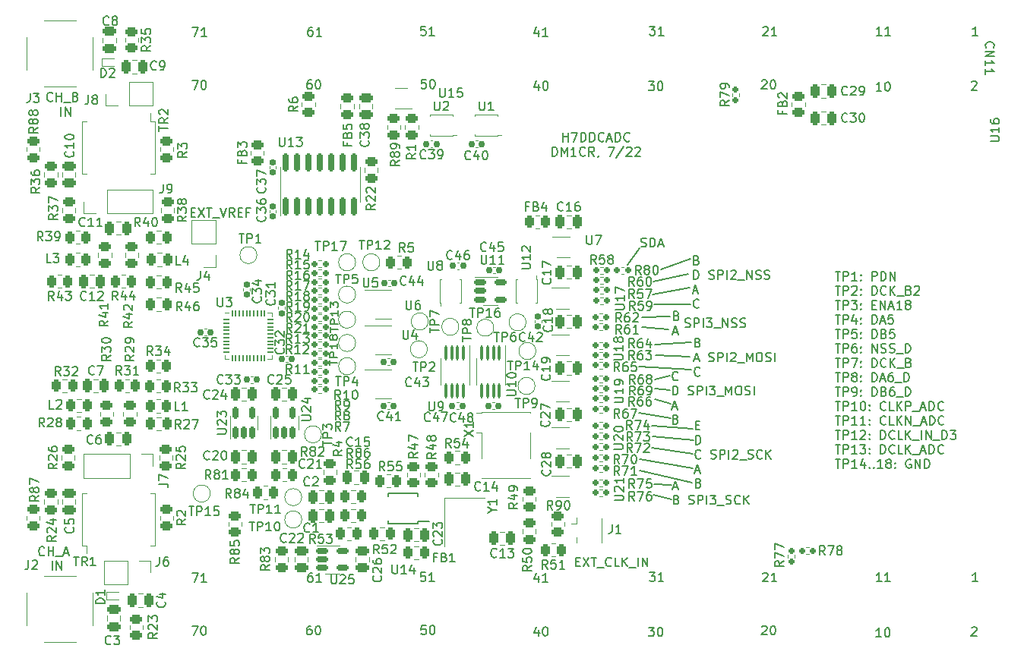
<source format=gto>
G04 #@! TF.GenerationSoftware,KiCad,Pcbnew,6.0.6-3a73a75311~116~ubuntu20.04.1*
G04 #@! TF.CreationDate,2022-07-28T18:37:22+02:00*
G04 #@! TF.ProjectId,H7DDCADC,48374444-4341-4444-932e-6b696361645f,initial*
G04 #@! TF.SameCoordinates,Original*
G04 #@! TF.FileFunction,Legend,Top*
G04 #@! TF.FilePolarity,Positive*
%FSLAX46Y46*%
G04 Gerber Fmt 4.6, Leading zero omitted, Abs format (unit mm)*
G04 Created by KiCad (PCBNEW 6.0.6-3a73a75311~116~ubuntu20.04.1) date 2022-07-28 18:37:22*
%MOMM*%
%LPD*%
G01*
G04 APERTURE LIST*
G04 Aperture macros list*
%AMRoundRect*
0 Rectangle with rounded corners*
0 $1 Rounding radius*
0 $2 $3 $4 $5 $6 $7 $8 $9 X,Y pos of 4 corners*
0 Add a 4 corners polygon primitive as box body*
4,1,4,$2,$3,$4,$5,$6,$7,$8,$9,$2,$3,0*
0 Add four circle primitives for the rounded corners*
1,1,$1+$1,$2,$3*
1,1,$1+$1,$4,$5*
1,1,$1+$1,$6,$7*
1,1,$1+$1,$8,$9*
0 Add four rect primitives between the rounded corners*
20,1,$1+$1,$2,$3,$4,$5,0*
20,1,$1+$1,$4,$5,$6,$7,0*
20,1,$1+$1,$6,$7,$8,$9,0*
20,1,$1+$1,$8,$9,$2,$3,0*%
G04 Aperture macros list end*
%ADD10C,0.150000*%
%ADD11C,0.120000*%
%ADD12RoundRect,0.155000X-0.155000X0.212500X-0.155000X-0.212500X0.155000X-0.212500X0.155000X0.212500X0*%
%ADD13RoundRect,0.155000X0.212500X0.155000X-0.212500X0.155000X-0.212500X-0.155000X0.212500X-0.155000X0*%
%ADD14RoundRect,0.160000X-0.197500X-0.160000X0.197500X-0.160000X0.197500X0.160000X-0.197500X0.160000X0*%
%ADD15C,1.500000*%
%ADD16RoundRect,0.250000X-0.250000X-0.475000X0.250000X-0.475000X0.250000X0.475000X-0.250000X0.475000X0*%
%ADD17RoundRect,0.250000X0.250000X0.475000X-0.250000X0.475000X-0.250000X-0.475000X0.250000X-0.475000X0*%
%ADD18RoundRect,0.160000X-0.160000X0.197500X-0.160000X-0.197500X0.160000X-0.197500X0.160000X0.197500X0*%
%ADD19RoundRect,0.250000X-0.450000X0.262500X-0.450000X-0.262500X0.450000X-0.262500X0.450000X0.262500X0*%
%ADD20R,0.250000X0.750000*%
%ADD21RoundRect,0.100000X-0.100000X0.712500X-0.100000X-0.712500X0.100000X-0.712500X0.100000X0.712500X0*%
%ADD22R,1.500000X0.400000*%
%ADD23RoundRect,0.160000X0.197500X0.160000X-0.197500X0.160000X-0.197500X-0.160000X0.197500X-0.160000X0*%
%ADD24RoundRect,0.250000X0.450000X-0.262500X0.450000X0.262500X-0.450000X0.262500X-0.450000X-0.262500X0*%
%ADD25RoundRect,0.250000X0.262500X0.450000X-0.262500X0.450000X-0.262500X-0.450000X0.262500X-0.450000X0*%
%ADD26RoundRect,0.250000X-0.262500X-0.450000X0.262500X-0.450000X0.262500X0.450000X-0.262500X0.450000X0*%
%ADD27RoundRect,0.250000X-0.475000X0.250000X-0.475000X-0.250000X0.475000X-0.250000X0.475000X0.250000X0*%
%ADD28R,1.700000X1.700000*%
%ADD29O,1.700000X1.700000*%
%ADD30RoundRect,0.050000X-0.325000X-0.050000X0.325000X-0.050000X0.325000X0.050000X-0.325000X0.050000X0*%
%ADD31RoundRect,0.050000X-0.050000X-0.325000X0.050000X-0.325000X0.050000X0.325000X-0.050000X0.325000X0*%
%ADD32R,3.800000X3.800000*%
%ADD33RoundRect,0.250000X0.475000X-0.250000X0.475000X0.250000X-0.475000X0.250000X-0.475000X-0.250000X0*%
%ADD34RoundRect,0.155000X-0.212500X-0.155000X0.212500X-0.155000X0.212500X0.155000X-0.212500X0.155000X0*%
%ADD35R,0.750000X0.250000*%
%ADD36RoundRect,0.150000X0.150000X-0.825000X0.150000X0.825000X-0.150000X0.825000X-0.150000X-0.825000X0*%
%ADD37R,2.000000X1.800000*%
%ADD38R,1.650000X2.540000*%
%ADD39C,1.700000*%
%ADD40RoundRect,0.150000X0.150000X-0.512500X0.150000X0.512500X-0.150000X0.512500X-0.150000X-0.512500X0*%
%ADD41R,0.360000X0.250000*%
%ADD42RoundRect,0.160000X0.160000X-0.197500X0.160000X0.197500X-0.160000X0.197500X-0.160000X-0.197500X0*%
%ADD43R,1.400000X0.300000*%
%ADD44R,1.050000X1.000000*%
%ADD45R,2.200000X1.050000*%
%ADD46RoundRect,0.155000X0.155000X-0.212500X0.155000X0.212500X-0.155000X0.212500X-0.155000X-0.212500X0*%
%ADD47R,1.800000X2.100000*%
%ADD48C,2.050000*%
%ADD49C,2.250000*%
%ADD50R,1.560000X0.650000*%
%ADD51RoundRect,0.150000X-0.512500X-0.150000X0.512500X-0.150000X0.512500X0.150000X-0.512500X0.150000X0*%
G04 APERTURE END LIST*
D10*
X161520000Y-83130000D02*
X157650000Y-83950000D01*
X159620000Y-106650000D02*
X157680000Y-106530000D01*
X161720000Y-92350000D02*
X157860000Y-92150000D01*
X161690000Y-84670000D02*
X157530000Y-85360000D01*
X159350000Y-89290000D02*
X156320000Y-89000000D01*
X159590000Y-99230000D02*
X156000000Y-98590000D01*
X159510000Y-96050000D02*
X157780000Y-95910000D01*
X162120000Y-101620000D02*
X157520000Y-101210000D01*
X162070000Y-100400000D02*
X157440000Y-100070000D01*
X159630000Y-108250000D02*
X157650000Y-107750000D01*
X161780000Y-81380000D02*
X158450000Y-82600000D01*
X159490000Y-87870000D02*
X156400000Y-87930000D01*
X159510000Y-94490000D02*
X157780000Y-94840000D01*
X156130000Y-80260000D02*
X154740000Y-82130000D01*
X161990000Y-106370000D02*
X156070000Y-105070000D01*
X162070000Y-104790000D02*
X156120000Y-103790000D01*
X161840000Y-90690000D02*
X157780000Y-91010000D01*
X162020000Y-103170000D02*
X157500000Y-102460000D01*
X159560000Y-97580000D02*
X157780000Y-97090000D01*
X161760000Y-86460000D02*
X157690000Y-86530000D01*
X161880000Y-93810000D02*
X156060000Y-93400000D01*
X132231904Y-55492380D02*
X131755714Y-55492380D01*
X131708095Y-55968571D01*
X131755714Y-55920952D01*
X131850952Y-55873333D01*
X132089047Y-55873333D01*
X132184285Y-55920952D01*
X132231904Y-55968571D01*
X132279523Y-56063809D01*
X132279523Y-56301904D01*
X132231904Y-56397142D01*
X132184285Y-56444761D01*
X132089047Y-56492380D01*
X131850952Y-56492380D01*
X131755714Y-56444761D01*
X131708095Y-56397142D01*
X133231904Y-56492380D02*
X132660476Y-56492380D01*
X132946190Y-56492380D02*
X132946190Y-55492380D01*
X132850952Y-55635238D01*
X132755714Y-55730476D01*
X132660476Y-55778095D01*
X119594285Y-116462380D02*
X119403809Y-116462380D01*
X119308571Y-116510000D01*
X119260952Y-116557619D01*
X119165714Y-116700476D01*
X119118095Y-116890952D01*
X119118095Y-117271904D01*
X119165714Y-117367142D01*
X119213333Y-117414761D01*
X119308571Y-117462380D01*
X119499047Y-117462380D01*
X119594285Y-117414761D01*
X119641904Y-117367142D01*
X119689523Y-117271904D01*
X119689523Y-117033809D01*
X119641904Y-116938571D01*
X119594285Y-116890952D01*
X119499047Y-116843333D01*
X119308571Y-116843333D01*
X119213333Y-116890952D01*
X119165714Y-116938571D01*
X119118095Y-117033809D01*
X120641904Y-117462380D02*
X120070476Y-117462380D01*
X120356190Y-117462380D02*
X120356190Y-116462380D01*
X120260952Y-116605238D01*
X120165714Y-116700476D01*
X120070476Y-116748095D01*
X161177976Y-89004761D02*
X161320833Y-89052380D01*
X161558928Y-89052380D01*
X161654166Y-89004761D01*
X161701785Y-88957142D01*
X161749404Y-88861904D01*
X161749404Y-88766666D01*
X161701785Y-88671428D01*
X161654166Y-88623809D01*
X161558928Y-88576190D01*
X161368452Y-88528571D01*
X161273214Y-88480952D01*
X161225595Y-88433333D01*
X161177976Y-88338095D01*
X161177976Y-88242857D01*
X161225595Y-88147619D01*
X161273214Y-88100000D01*
X161368452Y-88052380D01*
X161606547Y-88052380D01*
X161749404Y-88100000D01*
X162177976Y-89052380D02*
X162177976Y-88052380D01*
X162558928Y-88052380D01*
X162654166Y-88100000D01*
X162701785Y-88147619D01*
X162749404Y-88242857D01*
X162749404Y-88385714D01*
X162701785Y-88480952D01*
X162654166Y-88528571D01*
X162558928Y-88576190D01*
X162177976Y-88576190D01*
X163177976Y-89052380D02*
X163177976Y-88052380D01*
X163558928Y-88052380D02*
X164177976Y-88052380D01*
X163844642Y-88433333D01*
X163987500Y-88433333D01*
X164082738Y-88480952D01*
X164130357Y-88528571D01*
X164177976Y-88623809D01*
X164177976Y-88861904D01*
X164130357Y-88957142D01*
X164082738Y-89004761D01*
X163987500Y-89052380D01*
X163701785Y-89052380D01*
X163606547Y-89004761D01*
X163558928Y-88957142D01*
X164368452Y-89147619D02*
X165130357Y-89147619D01*
X165368452Y-89052380D02*
X165368452Y-88052380D01*
X165939880Y-89052380D01*
X165939880Y-88052380D01*
X166368452Y-89004761D02*
X166511309Y-89052380D01*
X166749404Y-89052380D01*
X166844642Y-89004761D01*
X166892261Y-88957142D01*
X166939880Y-88861904D01*
X166939880Y-88766666D01*
X166892261Y-88671428D01*
X166844642Y-88623809D01*
X166749404Y-88576190D01*
X166558928Y-88528571D01*
X166463690Y-88480952D01*
X166416071Y-88433333D01*
X166368452Y-88338095D01*
X166368452Y-88242857D01*
X166416071Y-88147619D01*
X166463690Y-88100000D01*
X166558928Y-88052380D01*
X166797023Y-88052380D01*
X166939880Y-88100000D01*
X167320833Y-89004761D02*
X167463690Y-89052380D01*
X167701785Y-89052380D01*
X167797023Y-89004761D01*
X167844642Y-88957142D01*
X167892261Y-88861904D01*
X167892261Y-88766666D01*
X167844642Y-88671428D01*
X167797023Y-88623809D01*
X167701785Y-88576190D01*
X167511309Y-88528571D01*
X167416071Y-88480952D01*
X167368452Y-88433333D01*
X167320833Y-88338095D01*
X167320833Y-88242857D01*
X167368452Y-88147619D01*
X167416071Y-88100000D01*
X167511309Y-88052380D01*
X167749404Y-88052380D01*
X167892261Y-88100000D01*
X183049523Y-123592380D02*
X182478095Y-123592380D01*
X182763809Y-123592380D02*
X182763809Y-122592380D01*
X182668571Y-122735238D01*
X182573333Y-122830476D01*
X182478095Y-122878095D01*
X183668571Y-122592380D02*
X183763809Y-122592380D01*
X183859047Y-122640000D01*
X183906666Y-122687619D01*
X183954285Y-122782857D01*
X184001904Y-122973333D01*
X184001904Y-123211428D01*
X183954285Y-123401904D01*
X183906666Y-123497142D01*
X183859047Y-123544761D01*
X183763809Y-123592380D01*
X183668571Y-123592380D01*
X183573333Y-123544761D01*
X183525714Y-123497142D01*
X183478095Y-123401904D01*
X183430476Y-123211428D01*
X183430476Y-122973333D01*
X183478095Y-122782857D01*
X183525714Y-122687619D01*
X183573333Y-122640000D01*
X183668571Y-122592380D01*
X144824285Y-55905714D02*
X144824285Y-56572380D01*
X144586190Y-55524761D02*
X144348095Y-56239047D01*
X144967142Y-56239047D01*
X145871904Y-56572380D02*
X145300476Y-56572380D01*
X145586190Y-56572380D02*
X145586190Y-55572380D01*
X145490952Y-55715238D01*
X145395714Y-55810476D01*
X145300476Y-55858095D01*
X157210476Y-55482380D02*
X157829523Y-55482380D01*
X157496190Y-55863333D01*
X157639047Y-55863333D01*
X157734285Y-55910952D01*
X157781904Y-55958571D01*
X157829523Y-56053809D01*
X157829523Y-56291904D01*
X157781904Y-56387142D01*
X157734285Y-56434761D01*
X157639047Y-56482380D01*
X157353333Y-56482380D01*
X157258095Y-56434761D01*
X157210476Y-56387142D01*
X158781904Y-56482380D02*
X158210476Y-56482380D01*
X158496190Y-56482380D02*
X158496190Y-55482380D01*
X158400952Y-55625238D01*
X158305714Y-55720476D01*
X158210476Y-55768095D01*
X159827976Y-106901666D02*
X160304166Y-106901666D01*
X159732738Y-107187380D02*
X160066071Y-106187380D01*
X160399404Y-107187380D01*
X160208928Y-108273571D02*
X160351785Y-108321190D01*
X160399404Y-108368809D01*
X160447023Y-108464047D01*
X160447023Y-108606904D01*
X160399404Y-108702142D01*
X160351785Y-108749761D01*
X160256547Y-108797380D01*
X159875595Y-108797380D01*
X159875595Y-107797380D01*
X160208928Y-107797380D01*
X160304166Y-107845000D01*
X160351785Y-107892619D01*
X160399404Y-107987857D01*
X160399404Y-108083095D01*
X160351785Y-108178333D01*
X160304166Y-108225952D01*
X160208928Y-108273571D01*
X159875595Y-108273571D01*
X161589880Y-108749761D02*
X161732738Y-108797380D01*
X161970833Y-108797380D01*
X162066071Y-108749761D01*
X162113690Y-108702142D01*
X162161309Y-108606904D01*
X162161309Y-108511666D01*
X162113690Y-108416428D01*
X162066071Y-108368809D01*
X161970833Y-108321190D01*
X161780357Y-108273571D01*
X161685119Y-108225952D01*
X161637500Y-108178333D01*
X161589880Y-108083095D01*
X161589880Y-107987857D01*
X161637500Y-107892619D01*
X161685119Y-107845000D01*
X161780357Y-107797380D01*
X162018452Y-107797380D01*
X162161309Y-107845000D01*
X162589880Y-108797380D02*
X162589880Y-107797380D01*
X162970833Y-107797380D01*
X163066071Y-107845000D01*
X163113690Y-107892619D01*
X163161309Y-107987857D01*
X163161309Y-108130714D01*
X163113690Y-108225952D01*
X163066071Y-108273571D01*
X162970833Y-108321190D01*
X162589880Y-108321190D01*
X163589880Y-108797380D02*
X163589880Y-107797380D01*
X163970833Y-107797380D02*
X164589880Y-107797380D01*
X164256547Y-108178333D01*
X164399404Y-108178333D01*
X164494642Y-108225952D01*
X164542261Y-108273571D01*
X164589880Y-108368809D01*
X164589880Y-108606904D01*
X164542261Y-108702142D01*
X164494642Y-108749761D01*
X164399404Y-108797380D01*
X164113690Y-108797380D01*
X164018452Y-108749761D01*
X163970833Y-108702142D01*
X164780357Y-108892619D02*
X165542261Y-108892619D01*
X165732738Y-108749761D02*
X165875595Y-108797380D01*
X166113690Y-108797380D01*
X166208928Y-108749761D01*
X166256547Y-108702142D01*
X166304166Y-108606904D01*
X166304166Y-108511666D01*
X166256547Y-108416428D01*
X166208928Y-108368809D01*
X166113690Y-108321190D01*
X165923214Y-108273571D01*
X165827976Y-108225952D01*
X165780357Y-108178333D01*
X165732738Y-108083095D01*
X165732738Y-107987857D01*
X165780357Y-107892619D01*
X165827976Y-107845000D01*
X165923214Y-107797380D01*
X166161309Y-107797380D01*
X166304166Y-107845000D01*
X167304166Y-108702142D02*
X167256547Y-108749761D01*
X167113690Y-108797380D01*
X167018452Y-108797380D01*
X166875595Y-108749761D01*
X166780357Y-108654523D01*
X166732738Y-108559285D01*
X166685119Y-108368809D01*
X166685119Y-108225952D01*
X166732738Y-108035476D01*
X166780357Y-107940238D01*
X166875595Y-107845000D01*
X167018452Y-107797380D01*
X167113690Y-107797380D01*
X167256547Y-107845000D01*
X167304166Y-107892619D01*
X167732738Y-108797380D02*
X167732738Y-107797380D01*
X168304166Y-108797380D02*
X167875595Y-108225952D01*
X168304166Y-107797380D02*
X167732738Y-108368809D01*
X144844285Y-61925714D02*
X144844285Y-62592380D01*
X144606190Y-61544761D02*
X144368095Y-62259047D01*
X144987142Y-62259047D01*
X145558571Y-61592380D02*
X145653809Y-61592380D01*
X145749047Y-61640000D01*
X145796666Y-61687619D01*
X145844285Y-61782857D01*
X145891904Y-61973333D01*
X145891904Y-62211428D01*
X145844285Y-62401904D01*
X145796666Y-62497142D01*
X145749047Y-62544761D01*
X145653809Y-62592380D01*
X145558571Y-62592380D01*
X145463333Y-62544761D01*
X145415714Y-62497142D01*
X145368095Y-62401904D01*
X145320476Y-62211428D01*
X145320476Y-61973333D01*
X145368095Y-61782857D01*
X145415714Y-61687619D01*
X145463333Y-61640000D01*
X145558571Y-61592380D01*
X193795714Y-56492380D02*
X193224285Y-56492380D01*
X193510000Y-56492380D02*
X193510000Y-55492380D01*
X193414761Y-55635238D01*
X193319523Y-55730476D01*
X193224285Y-55778095D01*
X144814285Y-116805714D02*
X144814285Y-117472380D01*
X144576190Y-116424761D02*
X144338095Y-117139047D01*
X144957142Y-117139047D01*
X145861904Y-117472380D02*
X145290476Y-117472380D01*
X145576190Y-117472380D02*
X145576190Y-116472380D01*
X145480952Y-116615238D01*
X145385714Y-116710476D01*
X145290476Y-116758095D01*
X89766190Y-114442142D02*
X89718571Y-114489761D01*
X89575714Y-114537380D01*
X89480476Y-114537380D01*
X89337619Y-114489761D01*
X89242380Y-114394523D01*
X89194761Y-114299285D01*
X89147142Y-114108809D01*
X89147142Y-113965952D01*
X89194761Y-113775476D01*
X89242380Y-113680238D01*
X89337619Y-113585000D01*
X89480476Y-113537380D01*
X89575714Y-113537380D01*
X89718571Y-113585000D01*
X89766190Y-113632619D01*
X90194761Y-114537380D02*
X90194761Y-113537380D01*
X90194761Y-114013571D02*
X90766190Y-114013571D01*
X90766190Y-114537380D02*
X90766190Y-113537380D01*
X91004285Y-114632619D02*
X91766190Y-114632619D01*
X91956666Y-114251666D02*
X92432857Y-114251666D01*
X91861428Y-114537380D02*
X92194761Y-113537380D01*
X92528095Y-114537380D01*
X90647142Y-116147380D02*
X90647142Y-115147380D01*
X91123333Y-116147380D02*
X91123333Y-115147380D01*
X91694761Y-116147380D01*
X91694761Y-115147380D01*
X106128095Y-76208571D02*
X106461428Y-76208571D01*
X106604285Y-76732380D02*
X106128095Y-76732380D01*
X106128095Y-75732380D01*
X106604285Y-75732380D01*
X106937619Y-75732380D02*
X107604285Y-76732380D01*
X107604285Y-75732380D02*
X106937619Y-76732380D01*
X107842380Y-75732380D02*
X108413809Y-75732380D01*
X108128095Y-76732380D02*
X108128095Y-75732380D01*
X108509047Y-76827619D02*
X109270952Y-76827619D01*
X109366190Y-75732380D02*
X109699523Y-76732380D01*
X110032857Y-75732380D01*
X110937619Y-76732380D02*
X110604285Y-76256190D01*
X110366190Y-76732380D02*
X110366190Y-75732380D01*
X110747142Y-75732380D01*
X110842380Y-75780000D01*
X110890000Y-75827619D01*
X110937619Y-75922857D01*
X110937619Y-76065714D01*
X110890000Y-76160952D01*
X110842380Y-76208571D01*
X110747142Y-76256190D01*
X110366190Y-76256190D01*
X111366190Y-76208571D02*
X111699523Y-76208571D01*
X111842380Y-76732380D02*
X111366190Y-76732380D01*
X111366190Y-75732380D01*
X111842380Y-75732380D01*
X112604285Y-76208571D02*
X112270952Y-76208571D01*
X112270952Y-76732380D02*
X112270952Y-75732380D01*
X112747142Y-75732380D01*
X106210476Y-122402380D02*
X106877142Y-122402380D01*
X106448571Y-123402380D01*
X107448571Y-122402380D02*
X107543809Y-122402380D01*
X107639047Y-122450000D01*
X107686666Y-122497619D01*
X107734285Y-122592857D01*
X107781904Y-122783333D01*
X107781904Y-123021428D01*
X107734285Y-123211904D01*
X107686666Y-123307142D01*
X107639047Y-123354761D01*
X107543809Y-123402380D01*
X107448571Y-123402380D01*
X107353333Y-123354761D01*
X107305714Y-123307142D01*
X107258095Y-123211904D01*
X107210476Y-123021428D01*
X107210476Y-122783333D01*
X107258095Y-122592857D01*
X107305714Y-122497619D01*
X107353333Y-122450000D01*
X107448571Y-122402380D01*
X156265714Y-80044761D02*
X156408571Y-80092380D01*
X156646666Y-80092380D01*
X156741904Y-80044761D01*
X156789523Y-79997142D01*
X156837142Y-79901904D01*
X156837142Y-79806666D01*
X156789523Y-79711428D01*
X156741904Y-79663809D01*
X156646666Y-79616190D01*
X156456190Y-79568571D01*
X156360952Y-79520952D01*
X156313333Y-79473333D01*
X156265714Y-79378095D01*
X156265714Y-79282857D01*
X156313333Y-79187619D01*
X156360952Y-79140000D01*
X156456190Y-79092380D01*
X156694285Y-79092380D01*
X156837142Y-79140000D01*
X157265714Y-80092380D02*
X157265714Y-79092380D01*
X157503809Y-79092380D01*
X157646666Y-79140000D01*
X157741904Y-79235238D01*
X157789523Y-79330476D01*
X157837142Y-79520952D01*
X157837142Y-79663809D01*
X157789523Y-79854285D01*
X157741904Y-79949523D01*
X157646666Y-80044761D01*
X157503809Y-80092380D01*
X157265714Y-80092380D01*
X158218095Y-79806666D02*
X158694285Y-79806666D01*
X158122857Y-80092380D02*
X158456190Y-79092380D01*
X158789523Y-80092380D01*
X160208928Y-87753571D02*
X160351785Y-87801190D01*
X160399404Y-87848809D01*
X160447023Y-87944047D01*
X160447023Y-88086904D01*
X160399404Y-88182142D01*
X160351785Y-88229761D01*
X160256547Y-88277380D01*
X159875595Y-88277380D01*
X159875595Y-87277380D01*
X160208928Y-87277380D01*
X160304166Y-87325000D01*
X160351785Y-87372619D01*
X160399404Y-87467857D01*
X160399404Y-87563095D01*
X160351785Y-87658333D01*
X160304166Y-87705952D01*
X160208928Y-87753571D01*
X159875595Y-87753571D01*
X159827976Y-89601666D02*
X160304166Y-89601666D01*
X159732738Y-89887380D02*
X160066071Y-88887380D01*
X160399404Y-89887380D01*
X147559523Y-68337380D02*
X147559523Y-67337380D01*
X147559523Y-67813571D02*
X148130952Y-67813571D01*
X148130952Y-68337380D02*
X148130952Y-67337380D01*
X148511904Y-67337380D02*
X149178571Y-67337380D01*
X148750000Y-68337380D01*
X149559523Y-68337380D02*
X149559523Y-67337380D01*
X149797619Y-67337380D01*
X149940476Y-67385000D01*
X150035714Y-67480238D01*
X150083333Y-67575476D01*
X150130952Y-67765952D01*
X150130952Y-67908809D01*
X150083333Y-68099285D01*
X150035714Y-68194523D01*
X149940476Y-68289761D01*
X149797619Y-68337380D01*
X149559523Y-68337380D01*
X150559523Y-68337380D02*
X150559523Y-67337380D01*
X150797619Y-67337380D01*
X150940476Y-67385000D01*
X151035714Y-67480238D01*
X151083333Y-67575476D01*
X151130952Y-67765952D01*
X151130952Y-67908809D01*
X151083333Y-68099285D01*
X151035714Y-68194523D01*
X150940476Y-68289761D01*
X150797619Y-68337380D01*
X150559523Y-68337380D01*
X152130952Y-68242142D02*
X152083333Y-68289761D01*
X151940476Y-68337380D01*
X151845238Y-68337380D01*
X151702380Y-68289761D01*
X151607142Y-68194523D01*
X151559523Y-68099285D01*
X151511904Y-67908809D01*
X151511904Y-67765952D01*
X151559523Y-67575476D01*
X151607142Y-67480238D01*
X151702380Y-67385000D01*
X151845238Y-67337380D01*
X151940476Y-67337380D01*
X152083333Y-67385000D01*
X152130952Y-67432619D01*
X152511904Y-68051666D02*
X152988095Y-68051666D01*
X152416666Y-68337380D02*
X152750000Y-67337380D01*
X153083333Y-68337380D01*
X153416666Y-68337380D02*
X153416666Y-67337380D01*
X153654761Y-67337380D01*
X153797619Y-67385000D01*
X153892857Y-67480238D01*
X153940476Y-67575476D01*
X153988095Y-67765952D01*
X153988095Y-67908809D01*
X153940476Y-68099285D01*
X153892857Y-68194523D01*
X153797619Y-68289761D01*
X153654761Y-68337380D01*
X153416666Y-68337380D01*
X154988095Y-68242142D02*
X154940476Y-68289761D01*
X154797619Y-68337380D01*
X154702380Y-68337380D01*
X154559523Y-68289761D01*
X154464285Y-68194523D01*
X154416666Y-68099285D01*
X154369047Y-67908809D01*
X154369047Y-67765952D01*
X154416666Y-67575476D01*
X154464285Y-67480238D01*
X154559523Y-67385000D01*
X154702380Y-67337380D01*
X154797619Y-67337380D01*
X154940476Y-67385000D01*
X154988095Y-67432619D01*
X146369047Y-69947380D02*
X146369047Y-68947380D01*
X146607142Y-68947380D01*
X146750000Y-68995000D01*
X146845238Y-69090238D01*
X146892857Y-69185476D01*
X146940476Y-69375952D01*
X146940476Y-69518809D01*
X146892857Y-69709285D01*
X146845238Y-69804523D01*
X146750000Y-69899761D01*
X146607142Y-69947380D01*
X146369047Y-69947380D01*
X147369047Y-69947380D02*
X147369047Y-68947380D01*
X147702380Y-69661666D01*
X148035714Y-68947380D01*
X148035714Y-69947380D01*
X149035714Y-69947380D02*
X148464285Y-69947380D01*
X148750000Y-69947380D02*
X148750000Y-68947380D01*
X148654761Y-69090238D01*
X148559523Y-69185476D01*
X148464285Y-69233095D01*
X150035714Y-69852142D02*
X149988095Y-69899761D01*
X149845238Y-69947380D01*
X149750000Y-69947380D01*
X149607142Y-69899761D01*
X149511904Y-69804523D01*
X149464285Y-69709285D01*
X149416666Y-69518809D01*
X149416666Y-69375952D01*
X149464285Y-69185476D01*
X149511904Y-69090238D01*
X149607142Y-68995000D01*
X149750000Y-68947380D01*
X149845238Y-68947380D01*
X149988095Y-68995000D01*
X150035714Y-69042619D01*
X151035714Y-69947380D02*
X150702380Y-69471190D01*
X150464285Y-69947380D02*
X150464285Y-68947380D01*
X150845238Y-68947380D01*
X150940476Y-68995000D01*
X150988095Y-69042619D01*
X151035714Y-69137857D01*
X151035714Y-69280714D01*
X150988095Y-69375952D01*
X150940476Y-69423571D01*
X150845238Y-69471190D01*
X150464285Y-69471190D01*
X151511904Y-69899761D02*
X151511904Y-69947380D01*
X151464285Y-70042619D01*
X151416666Y-70090238D01*
X152607142Y-68947380D02*
X153273809Y-68947380D01*
X152845238Y-69947380D01*
X154369047Y-68899761D02*
X153511904Y-70185476D01*
X154654761Y-69042619D02*
X154702380Y-68995000D01*
X154797619Y-68947380D01*
X155035714Y-68947380D01*
X155130952Y-68995000D01*
X155178571Y-69042619D01*
X155226190Y-69137857D01*
X155226190Y-69233095D01*
X155178571Y-69375952D01*
X154607142Y-69947380D01*
X155226190Y-69947380D01*
X155607142Y-69042619D02*
X155654761Y-68995000D01*
X155750000Y-68947380D01*
X155988095Y-68947380D01*
X156083333Y-68995000D01*
X156130952Y-69042619D01*
X156178571Y-69137857D01*
X156178571Y-69233095D01*
X156130952Y-69375952D01*
X155559523Y-69947380D01*
X156178571Y-69947380D01*
X132221904Y-116392380D02*
X131745714Y-116392380D01*
X131698095Y-116868571D01*
X131745714Y-116820952D01*
X131840952Y-116773333D01*
X132079047Y-116773333D01*
X132174285Y-116820952D01*
X132221904Y-116868571D01*
X132269523Y-116963809D01*
X132269523Y-117201904D01*
X132221904Y-117297142D01*
X132174285Y-117344761D01*
X132079047Y-117392380D01*
X131840952Y-117392380D01*
X131745714Y-117344761D01*
X131698095Y-117297142D01*
X133221904Y-117392380D02*
X132650476Y-117392380D01*
X132936190Y-117392380D02*
X132936190Y-116392380D01*
X132840952Y-116535238D01*
X132745714Y-116630476D01*
X132650476Y-116678095D01*
X157100476Y-122532380D02*
X157719523Y-122532380D01*
X157386190Y-122913333D01*
X157529047Y-122913333D01*
X157624285Y-122960952D01*
X157671904Y-123008571D01*
X157719523Y-123103809D01*
X157719523Y-123341904D01*
X157671904Y-123437142D01*
X157624285Y-123484761D01*
X157529047Y-123532380D01*
X157243333Y-123532380D01*
X157148095Y-123484761D01*
X157100476Y-123437142D01*
X158338571Y-122532380D02*
X158433809Y-122532380D01*
X158529047Y-122580000D01*
X158576666Y-122627619D01*
X158624285Y-122722857D01*
X158671904Y-122913333D01*
X158671904Y-123151428D01*
X158624285Y-123341904D01*
X158576666Y-123437142D01*
X158529047Y-123484761D01*
X158433809Y-123532380D01*
X158338571Y-123532380D01*
X158243333Y-123484761D01*
X158195714Y-123437142D01*
X158148095Y-123341904D01*
X158100476Y-123151428D01*
X158100476Y-122913333D01*
X158148095Y-122722857D01*
X158195714Y-122627619D01*
X158243333Y-122580000D01*
X158338571Y-122532380D01*
X177912738Y-82837380D02*
X178484166Y-82837380D01*
X178198452Y-83837380D02*
X178198452Y-82837380D01*
X178817500Y-83837380D02*
X178817500Y-82837380D01*
X179198452Y-82837380D01*
X179293690Y-82885000D01*
X179341309Y-82932619D01*
X179388928Y-83027857D01*
X179388928Y-83170714D01*
X179341309Y-83265952D01*
X179293690Y-83313571D01*
X179198452Y-83361190D01*
X178817500Y-83361190D01*
X180341309Y-83837380D02*
X179769880Y-83837380D01*
X180055595Y-83837380D02*
X180055595Y-82837380D01*
X179960357Y-82980238D01*
X179865119Y-83075476D01*
X179769880Y-83123095D01*
X180769880Y-83742142D02*
X180817500Y-83789761D01*
X180769880Y-83837380D01*
X180722261Y-83789761D01*
X180769880Y-83742142D01*
X180769880Y-83837380D01*
X180769880Y-83218333D02*
X180817500Y-83265952D01*
X180769880Y-83313571D01*
X180722261Y-83265952D01*
X180769880Y-83218333D01*
X180769880Y-83313571D01*
X182007976Y-83837380D02*
X182007976Y-82837380D01*
X182388928Y-82837380D01*
X182484166Y-82885000D01*
X182531785Y-82932619D01*
X182579404Y-83027857D01*
X182579404Y-83170714D01*
X182531785Y-83265952D01*
X182484166Y-83313571D01*
X182388928Y-83361190D01*
X182007976Y-83361190D01*
X183007976Y-83837380D02*
X183007976Y-82837380D01*
X183246071Y-82837380D01*
X183388928Y-82885000D01*
X183484166Y-82980238D01*
X183531785Y-83075476D01*
X183579404Y-83265952D01*
X183579404Y-83408809D01*
X183531785Y-83599285D01*
X183484166Y-83694523D01*
X183388928Y-83789761D01*
X183246071Y-83837380D01*
X183007976Y-83837380D01*
X184007976Y-83837380D02*
X184007976Y-82837380D01*
X184579404Y-83837380D01*
X184579404Y-82837380D01*
X177912738Y-84447380D02*
X178484166Y-84447380D01*
X178198452Y-85447380D02*
X178198452Y-84447380D01*
X178817500Y-85447380D02*
X178817500Y-84447380D01*
X179198452Y-84447380D01*
X179293690Y-84495000D01*
X179341309Y-84542619D01*
X179388928Y-84637857D01*
X179388928Y-84780714D01*
X179341309Y-84875952D01*
X179293690Y-84923571D01*
X179198452Y-84971190D01*
X178817500Y-84971190D01*
X179769880Y-84542619D02*
X179817500Y-84495000D01*
X179912738Y-84447380D01*
X180150833Y-84447380D01*
X180246071Y-84495000D01*
X180293690Y-84542619D01*
X180341309Y-84637857D01*
X180341309Y-84733095D01*
X180293690Y-84875952D01*
X179722261Y-85447380D01*
X180341309Y-85447380D01*
X180769880Y-85352142D02*
X180817500Y-85399761D01*
X180769880Y-85447380D01*
X180722261Y-85399761D01*
X180769880Y-85352142D01*
X180769880Y-85447380D01*
X180769880Y-84828333D02*
X180817500Y-84875952D01*
X180769880Y-84923571D01*
X180722261Y-84875952D01*
X180769880Y-84828333D01*
X180769880Y-84923571D01*
X182007976Y-85447380D02*
X182007976Y-84447380D01*
X182246071Y-84447380D01*
X182388928Y-84495000D01*
X182484166Y-84590238D01*
X182531785Y-84685476D01*
X182579404Y-84875952D01*
X182579404Y-85018809D01*
X182531785Y-85209285D01*
X182484166Y-85304523D01*
X182388928Y-85399761D01*
X182246071Y-85447380D01*
X182007976Y-85447380D01*
X183579404Y-85352142D02*
X183531785Y-85399761D01*
X183388928Y-85447380D01*
X183293690Y-85447380D01*
X183150833Y-85399761D01*
X183055595Y-85304523D01*
X183007976Y-85209285D01*
X182960357Y-85018809D01*
X182960357Y-84875952D01*
X183007976Y-84685476D01*
X183055595Y-84590238D01*
X183150833Y-84495000D01*
X183293690Y-84447380D01*
X183388928Y-84447380D01*
X183531785Y-84495000D01*
X183579404Y-84542619D01*
X184007976Y-85447380D02*
X184007976Y-84447380D01*
X184579404Y-85447380D02*
X184150833Y-84875952D01*
X184579404Y-84447380D02*
X184007976Y-85018809D01*
X184769880Y-85542619D02*
X185531785Y-85542619D01*
X186103214Y-84923571D02*
X186246071Y-84971190D01*
X186293690Y-85018809D01*
X186341309Y-85114047D01*
X186341309Y-85256904D01*
X186293690Y-85352142D01*
X186246071Y-85399761D01*
X186150833Y-85447380D01*
X185769880Y-85447380D01*
X185769880Y-84447380D01*
X186103214Y-84447380D01*
X186198452Y-84495000D01*
X186246071Y-84542619D01*
X186293690Y-84637857D01*
X186293690Y-84733095D01*
X186246071Y-84828333D01*
X186198452Y-84875952D01*
X186103214Y-84923571D01*
X185769880Y-84923571D01*
X186722261Y-84542619D02*
X186769880Y-84495000D01*
X186865119Y-84447380D01*
X187103214Y-84447380D01*
X187198452Y-84495000D01*
X187246071Y-84542619D01*
X187293690Y-84637857D01*
X187293690Y-84733095D01*
X187246071Y-84875952D01*
X186674642Y-85447380D01*
X187293690Y-85447380D01*
X177912738Y-86057380D02*
X178484166Y-86057380D01*
X178198452Y-87057380D02*
X178198452Y-86057380D01*
X178817500Y-87057380D02*
X178817500Y-86057380D01*
X179198452Y-86057380D01*
X179293690Y-86105000D01*
X179341309Y-86152619D01*
X179388928Y-86247857D01*
X179388928Y-86390714D01*
X179341309Y-86485952D01*
X179293690Y-86533571D01*
X179198452Y-86581190D01*
X178817500Y-86581190D01*
X179722261Y-86057380D02*
X180341309Y-86057380D01*
X180007976Y-86438333D01*
X180150833Y-86438333D01*
X180246071Y-86485952D01*
X180293690Y-86533571D01*
X180341309Y-86628809D01*
X180341309Y-86866904D01*
X180293690Y-86962142D01*
X180246071Y-87009761D01*
X180150833Y-87057380D01*
X179865119Y-87057380D01*
X179769880Y-87009761D01*
X179722261Y-86962142D01*
X180769880Y-86962142D02*
X180817500Y-87009761D01*
X180769880Y-87057380D01*
X180722261Y-87009761D01*
X180769880Y-86962142D01*
X180769880Y-87057380D01*
X180769880Y-86438333D02*
X180817500Y-86485952D01*
X180769880Y-86533571D01*
X180722261Y-86485952D01*
X180769880Y-86438333D01*
X180769880Y-86533571D01*
X182007976Y-86533571D02*
X182341309Y-86533571D01*
X182484166Y-87057380D02*
X182007976Y-87057380D01*
X182007976Y-86057380D01*
X182484166Y-86057380D01*
X182912738Y-87057380D02*
X182912738Y-86057380D01*
X183484166Y-87057380D01*
X183484166Y-86057380D01*
X183912738Y-86771666D02*
X184388928Y-86771666D01*
X183817500Y-87057380D02*
X184150833Y-86057380D01*
X184484166Y-87057380D01*
X185341309Y-87057380D02*
X184769880Y-87057380D01*
X185055595Y-87057380D02*
X185055595Y-86057380D01*
X184960357Y-86200238D01*
X184865119Y-86295476D01*
X184769880Y-86343095D01*
X185912738Y-86485952D02*
X185817500Y-86438333D01*
X185769880Y-86390714D01*
X185722261Y-86295476D01*
X185722261Y-86247857D01*
X185769880Y-86152619D01*
X185817500Y-86105000D01*
X185912738Y-86057380D01*
X186103214Y-86057380D01*
X186198452Y-86105000D01*
X186246071Y-86152619D01*
X186293690Y-86247857D01*
X186293690Y-86295476D01*
X186246071Y-86390714D01*
X186198452Y-86438333D01*
X186103214Y-86485952D01*
X185912738Y-86485952D01*
X185817500Y-86533571D01*
X185769880Y-86581190D01*
X185722261Y-86676428D01*
X185722261Y-86866904D01*
X185769880Y-86962142D01*
X185817500Y-87009761D01*
X185912738Y-87057380D01*
X186103214Y-87057380D01*
X186198452Y-87009761D01*
X186246071Y-86962142D01*
X186293690Y-86866904D01*
X186293690Y-86676428D01*
X186246071Y-86581190D01*
X186198452Y-86533571D01*
X186103214Y-86485952D01*
X177912738Y-87667380D02*
X178484166Y-87667380D01*
X178198452Y-88667380D02*
X178198452Y-87667380D01*
X178817500Y-88667380D02*
X178817500Y-87667380D01*
X179198452Y-87667380D01*
X179293690Y-87715000D01*
X179341309Y-87762619D01*
X179388928Y-87857857D01*
X179388928Y-88000714D01*
X179341309Y-88095952D01*
X179293690Y-88143571D01*
X179198452Y-88191190D01*
X178817500Y-88191190D01*
X180246071Y-88000714D02*
X180246071Y-88667380D01*
X180007976Y-87619761D02*
X179769880Y-88334047D01*
X180388928Y-88334047D01*
X180769880Y-88572142D02*
X180817500Y-88619761D01*
X180769880Y-88667380D01*
X180722261Y-88619761D01*
X180769880Y-88572142D01*
X180769880Y-88667380D01*
X180769880Y-88048333D02*
X180817500Y-88095952D01*
X180769880Y-88143571D01*
X180722261Y-88095952D01*
X180769880Y-88048333D01*
X180769880Y-88143571D01*
X182007976Y-88667380D02*
X182007976Y-87667380D01*
X182246071Y-87667380D01*
X182388928Y-87715000D01*
X182484166Y-87810238D01*
X182531785Y-87905476D01*
X182579404Y-88095952D01*
X182579404Y-88238809D01*
X182531785Y-88429285D01*
X182484166Y-88524523D01*
X182388928Y-88619761D01*
X182246071Y-88667380D01*
X182007976Y-88667380D01*
X182960357Y-88381666D02*
X183436547Y-88381666D01*
X182865119Y-88667380D02*
X183198452Y-87667380D01*
X183531785Y-88667380D01*
X184341309Y-87667380D02*
X183865119Y-87667380D01*
X183817500Y-88143571D01*
X183865119Y-88095952D01*
X183960357Y-88048333D01*
X184198452Y-88048333D01*
X184293690Y-88095952D01*
X184341309Y-88143571D01*
X184388928Y-88238809D01*
X184388928Y-88476904D01*
X184341309Y-88572142D01*
X184293690Y-88619761D01*
X184198452Y-88667380D01*
X183960357Y-88667380D01*
X183865119Y-88619761D01*
X183817500Y-88572142D01*
X177912738Y-89277380D02*
X178484166Y-89277380D01*
X178198452Y-90277380D02*
X178198452Y-89277380D01*
X178817500Y-90277380D02*
X178817500Y-89277380D01*
X179198452Y-89277380D01*
X179293690Y-89325000D01*
X179341309Y-89372619D01*
X179388928Y-89467857D01*
X179388928Y-89610714D01*
X179341309Y-89705952D01*
X179293690Y-89753571D01*
X179198452Y-89801190D01*
X178817500Y-89801190D01*
X180293690Y-89277380D02*
X179817500Y-89277380D01*
X179769880Y-89753571D01*
X179817500Y-89705952D01*
X179912738Y-89658333D01*
X180150833Y-89658333D01*
X180246071Y-89705952D01*
X180293690Y-89753571D01*
X180341309Y-89848809D01*
X180341309Y-90086904D01*
X180293690Y-90182142D01*
X180246071Y-90229761D01*
X180150833Y-90277380D01*
X179912738Y-90277380D01*
X179817500Y-90229761D01*
X179769880Y-90182142D01*
X180769880Y-90182142D02*
X180817500Y-90229761D01*
X180769880Y-90277380D01*
X180722261Y-90229761D01*
X180769880Y-90182142D01*
X180769880Y-90277380D01*
X180769880Y-89658333D02*
X180817500Y-89705952D01*
X180769880Y-89753571D01*
X180722261Y-89705952D01*
X180769880Y-89658333D01*
X180769880Y-89753571D01*
X182007976Y-90277380D02*
X182007976Y-89277380D01*
X182246071Y-89277380D01*
X182388928Y-89325000D01*
X182484166Y-89420238D01*
X182531785Y-89515476D01*
X182579404Y-89705952D01*
X182579404Y-89848809D01*
X182531785Y-90039285D01*
X182484166Y-90134523D01*
X182388928Y-90229761D01*
X182246071Y-90277380D01*
X182007976Y-90277380D01*
X183341309Y-89753571D02*
X183484166Y-89801190D01*
X183531785Y-89848809D01*
X183579404Y-89944047D01*
X183579404Y-90086904D01*
X183531785Y-90182142D01*
X183484166Y-90229761D01*
X183388928Y-90277380D01*
X183007976Y-90277380D01*
X183007976Y-89277380D01*
X183341309Y-89277380D01*
X183436547Y-89325000D01*
X183484166Y-89372619D01*
X183531785Y-89467857D01*
X183531785Y-89563095D01*
X183484166Y-89658333D01*
X183436547Y-89705952D01*
X183341309Y-89753571D01*
X183007976Y-89753571D01*
X184484166Y-89277380D02*
X184007976Y-89277380D01*
X183960357Y-89753571D01*
X184007976Y-89705952D01*
X184103214Y-89658333D01*
X184341309Y-89658333D01*
X184436547Y-89705952D01*
X184484166Y-89753571D01*
X184531785Y-89848809D01*
X184531785Y-90086904D01*
X184484166Y-90182142D01*
X184436547Y-90229761D01*
X184341309Y-90277380D01*
X184103214Y-90277380D01*
X184007976Y-90229761D01*
X183960357Y-90182142D01*
X177912738Y-90887380D02*
X178484166Y-90887380D01*
X178198452Y-91887380D02*
X178198452Y-90887380D01*
X178817500Y-91887380D02*
X178817500Y-90887380D01*
X179198452Y-90887380D01*
X179293690Y-90935000D01*
X179341309Y-90982619D01*
X179388928Y-91077857D01*
X179388928Y-91220714D01*
X179341309Y-91315952D01*
X179293690Y-91363571D01*
X179198452Y-91411190D01*
X178817500Y-91411190D01*
X180246071Y-90887380D02*
X180055595Y-90887380D01*
X179960357Y-90935000D01*
X179912738Y-90982619D01*
X179817500Y-91125476D01*
X179769880Y-91315952D01*
X179769880Y-91696904D01*
X179817500Y-91792142D01*
X179865119Y-91839761D01*
X179960357Y-91887380D01*
X180150833Y-91887380D01*
X180246071Y-91839761D01*
X180293690Y-91792142D01*
X180341309Y-91696904D01*
X180341309Y-91458809D01*
X180293690Y-91363571D01*
X180246071Y-91315952D01*
X180150833Y-91268333D01*
X179960357Y-91268333D01*
X179865119Y-91315952D01*
X179817500Y-91363571D01*
X179769880Y-91458809D01*
X180769880Y-91792142D02*
X180817500Y-91839761D01*
X180769880Y-91887380D01*
X180722261Y-91839761D01*
X180769880Y-91792142D01*
X180769880Y-91887380D01*
X180769880Y-91268333D02*
X180817500Y-91315952D01*
X180769880Y-91363571D01*
X180722261Y-91315952D01*
X180769880Y-91268333D01*
X180769880Y-91363571D01*
X182007976Y-91887380D02*
X182007976Y-90887380D01*
X182579404Y-91887380D01*
X182579404Y-90887380D01*
X183007976Y-91839761D02*
X183150833Y-91887380D01*
X183388928Y-91887380D01*
X183484166Y-91839761D01*
X183531785Y-91792142D01*
X183579404Y-91696904D01*
X183579404Y-91601666D01*
X183531785Y-91506428D01*
X183484166Y-91458809D01*
X183388928Y-91411190D01*
X183198452Y-91363571D01*
X183103214Y-91315952D01*
X183055595Y-91268333D01*
X183007976Y-91173095D01*
X183007976Y-91077857D01*
X183055595Y-90982619D01*
X183103214Y-90935000D01*
X183198452Y-90887380D01*
X183436547Y-90887380D01*
X183579404Y-90935000D01*
X183960357Y-91839761D02*
X184103214Y-91887380D01*
X184341309Y-91887380D01*
X184436547Y-91839761D01*
X184484166Y-91792142D01*
X184531785Y-91696904D01*
X184531785Y-91601666D01*
X184484166Y-91506428D01*
X184436547Y-91458809D01*
X184341309Y-91411190D01*
X184150833Y-91363571D01*
X184055595Y-91315952D01*
X184007976Y-91268333D01*
X183960357Y-91173095D01*
X183960357Y-91077857D01*
X184007976Y-90982619D01*
X184055595Y-90935000D01*
X184150833Y-90887380D01*
X184388928Y-90887380D01*
X184531785Y-90935000D01*
X184722261Y-91982619D02*
X185484166Y-91982619D01*
X185722261Y-91887380D02*
X185722261Y-90887380D01*
X185960357Y-90887380D01*
X186103214Y-90935000D01*
X186198452Y-91030238D01*
X186246071Y-91125476D01*
X186293690Y-91315952D01*
X186293690Y-91458809D01*
X186246071Y-91649285D01*
X186198452Y-91744523D01*
X186103214Y-91839761D01*
X185960357Y-91887380D01*
X185722261Y-91887380D01*
X177912738Y-92497380D02*
X178484166Y-92497380D01*
X178198452Y-93497380D02*
X178198452Y-92497380D01*
X178817500Y-93497380D02*
X178817500Y-92497380D01*
X179198452Y-92497380D01*
X179293690Y-92545000D01*
X179341309Y-92592619D01*
X179388928Y-92687857D01*
X179388928Y-92830714D01*
X179341309Y-92925952D01*
X179293690Y-92973571D01*
X179198452Y-93021190D01*
X178817500Y-93021190D01*
X179722261Y-92497380D02*
X180388928Y-92497380D01*
X179960357Y-93497380D01*
X180769880Y-93402142D02*
X180817500Y-93449761D01*
X180769880Y-93497380D01*
X180722261Y-93449761D01*
X180769880Y-93402142D01*
X180769880Y-93497380D01*
X180769880Y-92878333D02*
X180817500Y-92925952D01*
X180769880Y-92973571D01*
X180722261Y-92925952D01*
X180769880Y-92878333D01*
X180769880Y-92973571D01*
X182007976Y-93497380D02*
X182007976Y-92497380D01*
X182246071Y-92497380D01*
X182388928Y-92545000D01*
X182484166Y-92640238D01*
X182531785Y-92735476D01*
X182579404Y-92925952D01*
X182579404Y-93068809D01*
X182531785Y-93259285D01*
X182484166Y-93354523D01*
X182388928Y-93449761D01*
X182246071Y-93497380D01*
X182007976Y-93497380D01*
X183579404Y-93402142D02*
X183531785Y-93449761D01*
X183388928Y-93497380D01*
X183293690Y-93497380D01*
X183150833Y-93449761D01*
X183055595Y-93354523D01*
X183007976Y-93259285D01*
X182960357Y-93068809D01*
X182960357Y-92925952D01*
X183007976Y-92735476D01*
X183055595Y-92640238D01*
X183150833Y-92545000D01*
X183293690Y-92497380D01*
X183388928Y-92497380D01*
X183531785Y-92545000D01*
X183579404Y-92592619D01*
X184007976Y-93497380D02*
X184007976Y-92497380D01*
X184579404Y-93497380D02*
X184150833Y-92925952D01*
X184579404Y-92497380D02*
X184007976Y-93068809D01*
X184769880Y-93592619D02*
X185531785Y-93592619D01*
X186103214Y-92973571D02*
X186246071Y-93021190D01*
X186293690Y-93068809D01*
X186341309Y-93164047D01*
X186341309Y-93306904D01*
X186293690Y-93402142D01*
X186246071Y-93449761D01*
X186150833Y-93497380D01*
X185769880Y-93497380D01*
X185769880Y-92497380D01*
X186103214Y-92497380D01*
X186198452Y-92545000D01*
X186246071Y-92592619D01*
X186293690Y-92687857D01*
X186293690Y-92783095D01*
X186246071Y-92878333D01*
X186198452Y-92925952D01*
X186103214Y-92973571D01*
X185769880Y-92973571D01*
X177912738Y-94107380D02*
X178484166Y-94107380D01*
X178198452Y-95107380D02*
X178198452Y-94107380D01*
X178817500Y-95107380D02*
X178817500Y-94107380D01*
X179198452Y-94107380D01*
X179293690Y-94155000D01*
X179341309Y-94202619D01*
X179388928Y-94297857D01*
X179388928Y-94440714D01*
X179341309Y-94535952D01*
X179293690Y-94583571D01*
X179198452Y-94631190D01*
X178817500Y-94631190D01*
X179960357Y-94535952D02*
X179865119Y-94488333D01*
X179817500Y-94440714D01*
X179769880Y-94345476D01*
X179769880Y-94297857D01*
X179817500Y-94202619D01*
X179865119Y-94155000D01*
X179960357Y-94107380D01*
X180150833Y-94107380D01*
X180246071Y-94155000D01*
X180293690Y-94202619D01*
X180341309Y-94297857D01*
X180341309Y-94345476D01*
X180293690Y-94440714D01*
X180246071Y-94488333D01*
X180150833Y-94535952D01*
X179960357Y-94535952D01*
X179865119Y-94583571D01*
X179817500Y-94631190D01*
X179769880Y-94726428D01*
X179769880Y-94916904D01*
X179817500Y-95012142D01*
X179865119Y-95059761D01*
X179960357Y-95107380D01*
X180150833Y-95107380D01*
X180246071Y-95059761D01*
X180293690Y-95012142D01*
X180341309Y-94916904D01*
X180341309Y-94726428D01*
X180293690Y-94631190D01*
X180246071Y-94583571D01*
X180150833Y-94535952D01*
X180769880Y-95012142D02*
X180817500Y-95059761D01*
X180769880Y-95107380D01*
X180722261Y-95059761D01*
X180769880Y-95012142D01*
X180769880Y-95107380D01*
X180769880Y-94488333D02*
X180817500Y-94535952D01*
X180769880Y-94583571D01*
X180722261Y-94535952D01*
X180769880Y-94488333D01*
X180769880Y-94583571D01*
X182007976Y-95107380D02*
X182007976Y-94107380D01*
X182246071Y-94107380D01*
X182388928Y-94155000D01*
X182484166Y-94250238D01*
X182531785Y-94345476D01*
X182579404Y-94535952D01*
X182579404Y-94678809D01*
X182531785Y-94869285D01*
X182484166Y-94964523D01*
X182388928Y-95059761D01*
X182246071Y-95107380D01*
X182007976Y-95107380D01*
X182960357Y-94821666D02*
X183436547Y-94821666D01*
X182865119Y-95107380D02*
X183198452Y-94107380D01*
X183531785Y-95107380D01*
X184293690Y-94107380D02*
X184103214Y-94107380D01*
X184007976Y-94155000D01*
X183960357Y-94202619D01*
X183865119Y-94345476D01*
X183817500Y-94535952D01*
X183817500Y-94916904D01*
X183865119Y-95012142D01*
X183912738Y-95059761D01*
X184007976Y-95107380D01*
X184198452Y-95107380D01*
X184293690Y-95059761D01*
X184341309Y-95012142D01*
X184388928Y-94916904D01*
X184388928Y-94678809D01*
X184341309Y-94583571D01*
X184293690Y-94535952D01*
X184198452Y-94488333D01*
X184007976Y-94488333D01*
X183912738Y-94535952D01*
X183865119Y-94583571D01*
X183817500Y-94678809D01*
X184579404Y-95202619D02*
X185341309Y-95202619D01*
X185579404Y-95107380D02*
X185579404Y-94107380D01*
X185817500Y-94107380D01*
X185960357Y-94155000D01*
X186055595Y-94250238D01*
X186103214Y-94345476D01*
X186150833Y-94535952D01*
X186150833Y-94678809D01*
X186103214Y-94869285D01*
X186055595Y-94964523D01*
X185960357Y-95059761D01*
X185817500Y-95107380D01*
X185579404Y-95107380D01*
X177912738Y-95717380D02*
X178484166Y-95717380D01*
X178198452Y-96717380D02*
X178198452Y-95717380D01*
X178817500Y-96717380D02*
X178817500Y-95717380D01*
X179198452Y-95717380D01*
X179293690Y-95765000D01*
X179341309Y-95812619D01*
X179388928Y-95907857D01*
X179388928Y-96050714D01*
X179341309Y-96145952D01*
X179293690Y-96193571D01*
X179198452Y-96241190D01*
X178817500Y-96241190D01*
X179865119Y-96717380D02*
X180055595Y-96717380D01*
X180150833Y-96669761D01*
X180198452Y-96622142D01*
X180293690Y-96479285D01*
X180341309Y-96288809D01*
X180341309Y-95907857D01*
X180293690Y-95812619D01*
X180246071Y-95765000D01*
X180150833Y-95717380D01*
X179960357Y-95717380D01*
X179865119Y-95765000D01*
X179817500Y-95812619D01*
X179769880Y-95907857D01*
X179769880Y-96145952D01*
X179817500Y-96241190D01*
X179865119Y-96288809D01*
X179960357Y-96336428D01*
X180150833Y-96336428D01*
X180246071Y-96288809D01*
X180293690Y-96241190D01*
X180341309Y-96145952D01*
X180769880Y-96622142D02*
X180817500Y-96669761D01*
X180769880Y-96717380D01*
X180722261Y-96669761D01*
X180769880Y-96622142D01*
X180769880Y-96717380D01*
X180769880Y-96098333D02*
X180817500Y-96145952D01*
X180769880Y-96193571D01*
X180722261Y-96145952D01*
X180769880Y-96098333D01*
X180769880Y-96193571D01*
X182007976Y-96717380D02*
X182007976Y-95717380D01*
X182246071Y-95717380D01*
X182388928Y-95765000D01*
X182484166Y-95860238D01*
X182531785Y-95955476D01*
X182579404Y-96145952D01*
X182579404Y-96288809D01*
X182531785Y-96479285D01*
X182484166Y-96574523D01*
X182388928Y-96669761D01*
X182246071Y-96717380D01*
X182007976Y-96717380D01*
X183341309Y-96193571D02*
X183484166Y-96241190D01*
X183531785Y-96288809D01*
X183579404Y-96384047D01*
X183579404Y-96526904D01*
X183531785Y-96622142D01*
X183484166Y-96669761D01*
X183388928Y-96717380D01*
X183007976Y-96717380D01*
X183007976Y-95717380D01*
X183341309Y-95717380D01*
X183436547Y-95765000D01*
X183484166Y-95812619D01*
X183531785Y-95907857D01*
X183531785Y-96003095D01*
X183484166Y-96098333D01*
X183436547Y-96145952D01*
X183341309Y-96193571D01*
X183007976Y-96193571D01*
X184436547Y-95717380D02*
X184246071Y-95717380D01*
X184150833Y-95765000D01*
X184103214Y-95812619D01*
X184007976Y-95955476D01*
X183960357Y-96145952D01*
X183960357Y-96526904D01*
X184007976Y-96622142D01*
X184055595Y-96669761D01*
X184150833Y-96717380D01*
X184341309Y-96717380D01*
X184436547Y-96669761D01*
X184484166Y-96622142D01*
X184531785Y-96526904D01*
X184531785Y-96288809D01*
X184484166Y-96193571D01*
X184436547Y-96145952D01*
X184341309Y-96098333D01*
X184150833Y-96098333D01*
X184055595Y-96145952D01*
X184007976Y-96193571D01*
X183960357Y-96288809D01*
X184722261Y-96812619D02*
X185484166Y-96812619D01*
X185722261Y-96717380D02*
X185722261Y-95717380D01*
X185960357Y-95717380D01*
X186103214Y-95765000D01*
X186198452Y-95860238D01*
X186246071Y-95955476D01*
X186293690Y-96145952D01*
X186293690Y-96288809D01*
X186246071Y-96479285D01*
X186198452Y-96574523D01*
X186103214Y-96669761D01*
X185960357Y-96717380D01*
X185722261Y-96717380D01*
X177912738Y-97327380D02*
X178484166Y-97327380D01*
X178198452Y-98327380D02*
X178198452Y-97327380D01*
X178817500Y-98327380D02*
X178817500Y-97327380D01*
X179198452Y-97327380D01*
X179293690Y-97375000D01*
X179341309Y-97422619D01*
X179388928Y-97517857D01*
X179388928Y-97660714D01*
X179341309Y-97755952D01*
X179293690Y-97803571D01*
X179198452Y-97851190D01*
X178817500Y-97851190D01*
X180341309Y-98327380D02*
X179769880Y-98327380D01*
X180055595Y-98327380D02*
X180055595Y-97327380D01*
X179960357Y-97470238D01*
X179865119Y-97565476D01*
X179769880Y-97613095D01*
X180960357Y-97327380D02*
X181055595Y-97327380D01*
X181150833Y-97375000D01*
X181198452Y-97422619D01*
X181246071Y-97517857D01*
X181293690Y-97708333D01*
X181293690Y-97946428D01*
X181246071Y-98136904D01*
X181198452Y-98232142D01*
X181150833Y-98279761D01*
X181055595Y-98327380D01*
X180960357Y-98327380D01*
X180865119Y-98279761D01*
X180817500Y-98232142D01*
X180769880Y-98136904D01*
X180722261Y-97946428D01*
X180722261Y-97708333D01*
X180769880Y-97517857D01*
X180817500Y-97422619D01*
X180865119Y-97375000D01*
X180960357Y-97327380D01*
X181722261Y-98232142D02*
X181769880Y-98279761D01*
X181722261Y-98327380D01*
X181674642Y-98279761D01*
X181722261Y-98232142D01*
X181722261Y-98327380D01*
X181722261Y-97708333D02*
X181769880Y-97755952D01*
X181722261Y-97803571D01*
X181674642Y-97755952D01*
X181722261Y-97708333D01*
X181722261Y-97803571D01*
X183531785Y-98232142D02*
X183484166Y-98279761D01*
X183341309Y-98327380D01*
X183246071Y-98327380D01*
X183103214Y-98279761D01*
X183007976Y-98184523D01*
X182960357Y-98089285D01*
X182912738Y-97898809D01*
X182912738Y-97755952D01*
X182960357Y-97565476D01*
X183007976Y-97470238D01*
X183103214Y-97375000D01*
X183246071Y-97327380D01*
X183341309Y-97327380D01*
X183484166Y-97375000D01*
X183531785Y-97422619D01*
X184436547Y-98327380D02*
X183960357Y-98327380D01*
X183960357Y-97327380D01*
X184769880Y-98327380D02*
X184769880Y-97327380D01*
X185341309Y-98327380D02*
X184912738Y-97755952D01*
X185341309Y-97327380D02*
X184769880Y-97898809D01*
X185769880Y-98327380D02*
X185769880Y-97327380D01*
X186150833Y-97327380D01*
X186246071Y-97375000D01*
X186293690Y-97422619D01*
X186341309Y-97517857D01*
X186341309Y-97660714D01*
X186293690Y-97755952D01*
X186246071Y-97803571D01*
X186150833Y-97851190D01*
X185769880Y-97851190D01*
X186531785Y-98422619D02*
X187293690Y-98422619D01*
X187484166Y-98041666D02*
X187960357Y-98041666D01*
X187388928Y-98327380D02*
X187722261Y-97327380D01*
X188055595Y-98327380D01*
X188388928Y-98327380D02*
X188388928Y-97327380D01*
X188627023Y-97327380D01*
X188769880Y-97375000D01*
X188865119Y-97470238D01*
X188912738Y-97565476D01*
X188960357Y-97755952D01*
X188960357Y-97898809D01*
X188912738Y-98089285D01*
X188865119Y-98184523D01*
X188769880Y-98279761D01*
X188627023Y-98327380D01*
X188388928Y-98327380D01*
X189960357Y-98232142D02*
X189912738Y-98279761D01*
X189769880Y-98327380D01*
X189674642Y-98327380D01*
X189531785Y-98279761D01*
X189436547Y-98184523D01*
X189388928Y-98089285D01*
X189341309Y-97898809D01*
X189341309Y-97755952D01*
X189388928Y-97565476D01*
X189436547Y-97470238D01*
X189531785Y-97375000D01*
X189674642Y-97327380D01*
X189769880Y-97327380D01*
X189912738Y-97375000D01*
X189960357Y-97422619D01*
X177912738Y-98937380D02*
X178484166Y-98937380D01*
X178198452Y-99937380D02*
X178198452Y-98937380D01*
X178817500Y-99937380D02*
X178817500Y-98937380D01*
X179198452Y-98937380D01*
X179293690Y-98985000D01*
X179341309Y-99032619D01*
X179388928Y-99127857D01*
X179388928Y-99270714D01*
X179341309Y-99365952D01*
X179293690Y-99413571D01*
X179198452Y-99461190D01*
X178817500Y-99461190D01*
X180341309Y-99937380D02*
X179769880Y-99937380D01*
X180055595Y-99937380D02*
X180055595Y-98937380D01*
X179960357Y-99080238D01*
X179865119Y-99175476D01*
X179769880Y-99223095D01*
X181293690Y-99937380D02*
X180722261Y-99937380D01*
X181007976Y-99937380D02*
X181007976Y-98937380D01*
X180912738Y-99080238D01*
X180817500Y-99175476D01*
X180722261Y-99223095D01*
X181722261Y-99842142D02*
X181769880Y-99889761D01*
X181722261Y-99937380D01*
X181674642Y-99889761D01*
X181722261Y-99842142D01*
X181722261Y-99937380D01*
X181722261Y-99318333D02*
X181769880Y-99365952D01*
X181722261Y-99413571D01*
X181674642Y-99365952D01*
X181722261Y-99318333D01*
X181722261Y-99413571D01*
X183531785Y-99842142D02*
X183484166Y-99889761D01*
X183341309Y-99937380D01*
X183246071Y-99937380D01*
X183103214Y-99889761D01*
X183007976Y-99794523D01*
X182960357Y-99699285D01*
X182912738Y-99508809D01*
X182912738Y-99365952D01*
X182960357Y-99175476D01*
X183007976Y-99080238D01*
X183103214Y-98985000D01*
X183246071Y-98937380D01*
X183341309Y-98937380D01*
X183484166Y-98985000D01*
X183531785Y-99032619D01*
X184436547Y-99937380D02*
X183960357Y-99937380D01*
X183960357Y-98937380D01*
X184769880Y-99937380D02*
X184769880Y-98937380D01*
X185341309Y-99937380D02*
X184912738Y-99365952D01*
X185341309Y-98937380D02*
X184769880Y-99508809D01*
X185769880Y-99937380D02*
X185769880Y-98937380D01*
X186341309Y-99937380D01*
X186341309Y-98937380D01*
X186579404Y-100032619D02*
X187341309Y-100032619D01*
X187531785Y-99651666D02*
X188007976Y-99651666D01*
X187436547Y-99937380D02*
X187769880Y-98937380D01*
X188103214Y-99937380D01*
X188436547Y-99937380D02*
X188436547Y-98937380D01*
X188674642Y-98937380D01*
X188817500Y-98985000D01*
X188912738Y-99080238D01*
X188960357Y-99175476D01*
X189007976Y-99365952D01*
X189007976Y-99508809D01*
X188960357Y-99699285D01*
X188912738Y-99794523D01*
X188817500Y-99889761D01*
X188674642Y-99937380D01*
X188436547Y-99937380D01*
X190007976Y-99842142D02*
X189960357Y-99889761D01*
X189817500Y-99937380D01*
X189722261Y-99937380D01*
X189579404Y-99889761D01*
X189484166Y-99794523D01*
X189436547Y-99699285D01*
X189388928Y-99508809D01*
X189388928Y-99365952D01*
X189436547Y-99175476D01*
X189484166Y-99080238D01*
X189579404Y-98985000D01*
X189722261Y-98937380D01*
X189817500Y-98937380D01*
X189960357Y-98985000D01*
X190007976Y-99032619D01*
X177912738Y-100547380D02*
X178484166Y-100547380D01*
X178198452Y-101547380D02*
X178198452Y-100547380D01*
X178817500Y-101547380D02*
X178817500Y-100547380D01*
X179198452Y-100547380D01*
X179293690Y-100595000D01*
X179341309Y-100642619D01*
X179388928Y-100737857D01*
X179388928Y-100880714D01*
X179341309Y-100975952D01*
X179293690Y-101023571D01*
X179198452Y-101071190D01*
X178817500Y-101071190D01*
X180341309Y-101547380D02*
X179769880Y-101547380D01*
X180055595Y-101547380D02*
X180055595Y-100547380D01*
X179960357Y-100690238D01*
X179865119Y-100785476D01*
X179769880Y-100833095D01*
X180722261Y-100642619D02*
X180769880Y-100595000D01*
X180865119Y-100547380D01*
X181103214Y-100547380D01*
X181198452Y-100595000D01*
X181246071Y-100642619D01*
X181293690Y-100737857D01*
X181293690Y-100833095D01*
X181246071Y-100975952D01*
X180674642Y-101547380D01*
X181293690Y-101547380D01*
X181722261Y-101452142D02*
X181769880Y-101499761D01*
X181722261Y-101547380D01*
X181674642Y-101499761D01*
X181722261Y-101452142D01*
X181722261Y-101547380D01*
X181722261Y-100928333D02*
X181769880Y-100975952D01*
X181722261Y-101023571D01*
X181674642Y-100975952D01*
X181722261Y-100928333D01*
X181722261Y-101023571D01*
X182960357Y-101547380D02*
X182960357Y-100547380D01*
X183198452Y-100547380D01*
X183341309Y-100595000D01*
X183436547Y-100690238D01*
X183484166Y-100785476D01*
X183531785Y-100975952D01*
X183531785Y-101118809D01*
X183484166Y-101309285D01*
X183436547Y-101404523D01*
X183341309Y-101499761D01*
X183198452Y-101547380D01*
X182960357Y-101547380D01*
X184531785Y-101452142D02*
X184484166Y-101499761D01*
X184341309Y-101547380D01*
X184246071Y-101547380D01*
X184103214Y-101499761D01*
X184007976Y-101404523D01*
X183960357Y-101309285D01*
X183912738Y-101118809D01*
X183912738Y-100975952D01*
X183960357Y-100785476D01*
X184007976Y-100690238D01*
X184103214Y-100595000D01*
X184246071Y-100547380D01*
X184341309Y-100547380D01*
X184484166Y-100595000D01*
X184531785Y-100642619D01*
X185436547Y-101547380D02*
X184960357Y-101547380D01*
X184960357Y-100547380D01*
X185769880Y-101547380D02*
X185769880Y-100547380D01*
X186341309Y-101547380D02*
X185912738Y-100975952D01*
X186341309Y-100547380D02*
X185769880Y-101118809D01*
X186531785Y-101642619D02*
X187293690Y-101642619D01*
X187531785Y-101547380D02*
X187531785Y-100547380D01*
X188007976Y-101547380D02*
X188007976Y-100547380D01*
X188579404Y-101547380D01*
X188579404Y-100547380D01*
X188817500Y-101642619D02*
X189579404Y-101642619D01*
X189817500Y-101547380D02*
X189817500Y-100547380D01*
X190055595Y-100547380D01*
X190198452Y-100595000D01*
X190293690Y-100690238D01*
X190341309Y-100785476D01*
X190388928Y-100975952D01*
X190388928Y-101118809D01*
X190341309Y-101309285D01*
X190293690Y-101404523D01*
X190198452Y-101499761D01*
X190055595Y-101547380D01*
X189817500Y-101547380D01*
X190722261Y-100547380D02*
X191341309Y-100547380D01*
X191007976Y-100928333D01*
X191150833Y-100928333D01*
X191246071Y-100975952D01*
X191293690Y-101023571D01*
X191341309Y-101118809D01*
X191341309Y-101356904D01*
X191293690Y-101452142D01*
X191246071Y-101499761D01*
X191150833Y-101547380D01*
X190865119Y-101547380D01*
X190769880Y-101499761D01*
X190722261Y-101452142D01*
X177912738Y-102157380D02*
X178484166Y-102157380D01*
X178198452Y-103157380D02*
X178198452Y-102157380D01*
X178817500Y-103157380D02*
X178817500Y-102157380D01*
X179198452Y-102157380D01*
X179293690Y-102205000D01*
X179341309Y-102252619D01*
X179388928Y-102347857D01*
X179388928Y-102490714D01*
X179341309Y-102585952D01*
X179293690Y-102633571D01*
X179198452Y-102681190D01*
X178817500Y-102681190D01*
X180341309Y-103157380D02*
X179769880Y-103157380D01*
X180055595Y-103157380D02*
X180055595Y-102157380D01*
X179960357Y-102300238D01*
X179865119Y-102395476D01*
X179769880Y-102443095D01*
X180674642Y-102157380D02*
X181293690Y-102157380D01*
X180960357Y-102538333D01*
X181103214Y-102538333D01*
X181198452Y-102585952D01*
X181246071Y-102633571D01*
X181293690Y-102728809D01*
X181293690Y-102966904D01*
X181246071Y-103062142D01*
X181198452Y-103109761D01*
X181103214Y-103157380D01*
X180817500Y-103157380D01*
X180722261Y-103109761D01*
X180674642Y-103062142D01*
X181722261Y-103062142D02*
X181769880Y-103109761D01*
X181722261Y-103157380D01*
X181674642Y-103109761D01*
X181722261Y-103062142D01*
X181722261Y-103157380D01*
X181722261Y-102538333D02*
X181769880Y-102585952D01*
X181722261Y-102633571D01*
X181674642Y-102585952D01*
X181722261Y-102538333D01*
X181722261Y-102633571D01*
X182960357Y-103157380D02*
X182960357Y-102157380D01*
X183198452Y-102157380D01*
X183341309Y-102205000D01*
X183436547Y-102300238D01*
X183484166Y-102395476D01*
X183531785Y-102585952D01*
X183531785Y-102728809D01*
X183484166Y-102919285D01*
X183436547Y-103014523D01*
X183341309Y-103109761D01*
X183198452Y-103157380D01*
X182960357Y-103157380D01*
X184531785Y-103062142D02*
X184484166Y-103109761D01*
X184341309Y-103157380D01*
X184246071Y-103157380D01*
X184103214Y-103109761D01*
X184007976Y-103014523D01*
X183960357Y-102919285D01*
X183912738Y-102728809D01*
X183912738Y-102585952D01*
X183960357Y-102395476D01*
X184007976Y-102300238D01*
X184103214Y-102205000D01*
X184246071Y-102157380D01*
X184341309Y-102157380D01*
X184484166Y-102205000D01*
X184531785Y-102252619D01*
X185436547Y-103157380D02*
X184960357Y-103157380D01*
X184960357Y-102157380D01*
X185769880Y-103157380D02*
X185769880Y-102157380D01*
X186341309Y-103157380D02*
X185912738Y-102585952D01*
X186341309Y-102157380D02*
X185769880Y-102728809D01*
X186531785Y-103252619D02*
X187293690Y-103252619D01*
X187484166Y-102871666D02*
X187960357Y-102871666D01*
X187388928Y-103157380D02*
X187722261Y-102157380D01*
X188055595Y-103157380D01*
X188388928Y-103157380D02*
X188388928Y-102157380D01*
X188627023Y-102157380D01*
X188769880Y-102205000D01*
X188865119Y-102300238D01*
X188912738Y-102395476D01*
X188960357Y-102585952D01*
X188960357Y-102728809D01*
X188912738Y-102919285D01*
X188865119Y-103014523D01*
X188769880Y-103109761D01*
X188627023Y-103157380D01*
X188388928Y-103157380D01*
X189960357Y-103062142D02*
X189912738Y-103109761D01*
X189769880Y-103157380D01*
X189674642Y-103157380D01*
X189531785Y-103109761D01*
X189436547Y-103014523D01*
X189388928Y-102919285D01*
X189341309Y-102728809D01*
X189341309Y-102585952D01*
X189388928Y-102395476D01*
X189436547Y-102300238D01*
X189531785Y-102205000D01*
X189674642Y-102157380D01*
X189769880Y-102157380D01*
X189912738Y-102205000D01*
X189960357Y-102252619D01*
X177912738Y-103767380D02*
X178484166Y-103767380D01*
X178198452Y-104767380D02*
X178198452Y-103767380D01*
X178817500Y-104767380D02*
X178817500Y-103767380D01*
X179198452Y-103767380D01*
X179293690Y-103815000D01*
X179341309Y-103862619D01*
X179388928Y-103957857D01*
X179388928Y-104100714D01*
X179341309Y-104195952D01*
X179293690Y-104243571D01*
X179198452Y-104291190D01*
X178817500Y-104291190D01*
X180341309Y-104767380D02*
X179769880Y-104767380D01*
X180055595Y-104767380D02*
X180055595Y-103767380D01*
X179960357Y-103910238D01*
X179865119Y-104005476D01*
X179769880Y-104053095D01*
X181198452Y-104100714D02*
X181198452Y-104767380D01*
X180960357Y-103719761D02*
X180722261Y-104434047D01*
X181341309Y-104434047D01*
X181722261Y-104672142D02*
X181769880Y-104719761D01*
X181722261Y-104767380D01*
X181674642Y-104719761D01*
X181722261Y-104672142D01*
X181722261Y-104767380D01*
X182198452Y-104672142D02*
X182246071Y-104719761D01*
X182198452Y-104767380D01*
X182150833Y-104719761D01*
X182198452Y-104672142D01*
X182198452Y-104767380D01*
X183198452Y-104767380D02*
X182627023Y-104767380D01*
X182912738Y-104767380D02*
X182912738Y-103767380D01*
X182817500Y-103910238D01*
X182722261Y-104005476D01*
X182627023Y-104053095D01*
X183769880Y-104195952D02*
X183674642Y-104148333D01*
X183627023Y-104100714D01*
X183579404Y-104005476D01*
X183579404Y-103957857D01*
X183627023Y-103862619D01*
X183674642Y-103815000D01*
X183769880Y-103767380D01*
X183960357Y-103767380D01*
X184055595Y-103815000D01*
X184103214Y-103862619D01*
X184150833Y-103957857D01*
X184150833Y-104005476D01*
X184103214Y-104100714D01*
X184055595Y-104148333D01*
X183960357Y-104195952D01*
X183769880Y-104195952D01*
X183674642Y-104243571D01*
X183627023Y-104291190D01*
X183579404Y-104386428D01*
X183579404Y-104576904D01*
X183627023Y-104672142D01*
X183674642Y-104719761D01*
X183769880Y-104767380D01*
X183960357Y-104767380D01*
X184055595Y-104719761D01*
X184103214Y-104672142D01*
X184150833Y-104576904D01*
X184150833Y-104386428D01*
X184103214Y-104291190D01*
X184055595Y-104243571D01*
X183960357Y-104195952D01*
X184579404Y-104672142D02*
X184627023Y-104719761D01*
X184579404Y-104767380D01*
X184531785Y-104719761D01*
X184579404Y-104672142D01*
X184579404Y-104767380D01*
X184579404Y-104148333D02*
X184627023Y-104195952D01*
X184579404Y-104243571D01*
X184531785Y-104195952D01*
X184579404Y-104148333D01*
X184579404Y-104243571D01*
X186341309Y-103815000D02*
X186246071Y-103767380D01*
X186103214Y-103767380D01*
X185960357Y-103815000D01*
X185865119Y-103910238D01*
X185817500Y-104005476D01*
X185769880Y-104195952D01*
X185769880Y-104338809D01*
X185817500Y-104529285D01*
X185865119Y-104624523D01*
X185960357Y-104719761D01*
X186103214Y-104767380D01*
X186198452Y-104767380D01*
X186341309Y-104719761D01*
X186388928Y-104672142D01*
X186388928Y-104338809D01*
X186198452Y-104338809D01*
X186817500Y-104767380D02*
X186817500Y-103767380D01*
X187388928Y-104767380D01*
X187388928Y-103767380D01*
X187865119Y-104767380D02*
X187865119Y-103767380D01*
X188103214Y-103767380D01*
X188246071Y-103815000D01*
X188341309Y-103910238D01*
X188388928Y-104005476D01*
X188436547Y-104195952D01*
X188436547Y-104338809D01*
X188388928Y-104529285D01*
X188341309Y-104624523D01*
X188246071Y-104719761D01*
X188103214Y-104767380D01*
X187865119Y-104767380D01*
X162468928Y-81543571D02*
X162611785Y-81591190D01*
X162659404Y-81638809D01*
X162707023Y-81734047D01*
X162707023Y-81876904D01*
X162659404Y-81972142D01*
X162611785Y-82019761D01*
X162516547Y-82067380D01*
X162135595Y-82067380D01*
X162135595Y-81067380D01*
X162468928Y-81067380D01*
X162564166Y-81115000D01*
X162611785Y-81162619D01*
X162659404Y-81257857D01*
X162659404Y-81353095D01*
X162611785Y-81448333D01*
X162564166Y-81495952D01*
X162468928Y-81543571D01*
X162135595Y-81543571D01*
X162135595Y-83677380D02*
X162135595Y-82677380D01*
X162373690Y-82677380D01*
X162516547Y-82725000D01*
X162611785Y-82820238D01*
X162659404Y-82915476D01*
X162707023Y-83105952D01*
X162707023Y-83248809D01*
X162659404Y-83439285D01*
X162611785Y-83534523D01*
X162516547Y-83629761D01*
X162373690Y-83677380D01*
X162135595Y-83677380D01*
X163849880Y-83629761D02*
X163992738Y-83677380D01*
X164230833Y-83677380D01*
X164326071Y-83629761D01*
X164373690Y-83582142D01*
X164421309Y-83486904D01*
X164421309Y-83391666D01*
X164373690Y-83296428D01*
X164326071Y-83248809D01*
X164230833Y-83201190D01*
X164040357Y-83153571D01*
X163945119Y-83105952D01*
X163897500Y-83058333D01*
X163849880Y-82963095D01*
X163849880Y-82867857D01*
X163897500Y-82772619D01*
X163945119Y-82725000D01*
X164040357Y-82677380D01*
X164278452Y-82677380D01*
X164421309Y-82725000D01*
X164849880Y-83677380D02*
X164849880Y-82677380D01*
X165230833Y-82677380D01*
X165326071Y-82725000D01*
X165373690Y-82772619D01*
X165421309Y-82867857D01*
X165421309Y-83010714D01*
X165373690Y-83105952D01*
X165326071Y-83153571D01*
X165230833Y-83201190D01*
X164849880Y-83201190D01*
X165849880Y-83677380D02*
X165849880Y-82677380D01*
X166278452Y-82772619D02*
X166326071Y-82725000D01*
X166421309Y-82677380D01*
X166659404Y-82677380D01*
X166754642Y-82725000D01*
X166802261Y-82772619D01*
X166849880Y-82867857D01*
X166849880Y-82963095D01*
X166802261Y-83105952D01*
X166230833Y-83677380D01*
X166849880Y-83677380D01*
X167040357Y-83772619D02*
X167802261Y-83772619D01*
X168040357Y-83677380D02*
X168040357Y-82677380D01*
X168611785Y-83677380D01*
X168611785Y-82677380D01*
X169040357Y-83629761D02*
X169183214Y-83677380D01*
X169421309Y-83677380D01*
X169516547Y-83629761D01*
X169564166Y-83582142D01*
X169611785Y-83486904D01*
X169611785Y-83391666D01*
X169564166Y-83296428D01*
X169516547Y-83248809D01*
X169421309Y-83201190D01*
X169230833Y-83153571D01*
X169135595Y-83105952D01*
X169087976Y-83058333D01*
X169040357Y-82963095D01*
X169040357Y-82867857D01*
X169087976Y-82772619D01*
X169135595Y-82725000D01*
X169230833Y-82677380D01*
X169468928Y-82677380D01*
X169611785Y-82725000D01*
X169992738Y-83629761D02*
X170135595Y-83677380D01*
X170373690Y-83677380D01*
X170468928Y-83629761D01*
X170516547Y-83582142D01*
X170564166Y-83486904D01*
X170564166Y-83391666D01*
X170516547Y-83296428D01*
X170468928Y-83248809D01*
X170373690Y-83201190D01*
X170183214Y-83153571D01*
X170087976Y-83105952D01*
X170040357Y-83058333D01*
X169992738Y-82963095D01*
X169992738Y-82867857D01*
X170040357Y-82772619D01*
X170087976Y-82725000D01*
X170183214Y-82677380D01*
X170421309Y-82677380D01*
X170564166Y-82725000D01*
X162087976Y-85001666D02*
X162564166Y-85001666D01*
X161992738Y-85287380D02*
X162326071Y-84287380D01*
X162659404Y-85287380D01*
X162707023Y-86802142D02*
X162659404Y-86849761D01*
X162516547Y-86897380D01*
X162421309Y-86897380D01*
X162278452Y-86849761D01*
X162183214Y-86754523D01*
X162135595Y-86659285D01*
X162087976Y-86468809D01*
X162087976Y-86325952D01*
X162135595Y-86135476D01*
X162183214Y-86040238D01*
X162278452Y-85945000D01*
X162421309Y-85897380D01*
X162516547Y-85897380D01*
X162659404Y-85945000D01*
X162707023Y-85992619D01*
X157200476Y-116382380D02*
X157819523Y-116382380D01*
X157486190Y-116763333D01*
X157629047Y-116763333D01*
X157724285Y-116810952D01*
X157771904Y-116858571D01*
X157819523Y-116953809D01*
X157819523Y-117191904D01*
X157771904Y-117287142D01*
X157724285Y-117334761D01*
X157629047Y-117382380D01*
X157343333Y-117382380D01*
X157248095Y-117334761D01*
X157200476Y-117287142D01*
X158771904Y-117382380D02*
X158200476Y-117382380D01*
X158486190Y-117382380D02*
X158486190Y-116382380D01*
X158390952Y-116525238D01*
X158295714Y-116620476D01*
X158200476Y-116668095D01*
X160377023Y-94902142D02*
X160329404Y-94949761D01*
X160186547Y-94997380D01*
X160091309Y-94997380D01*
X159948452Y-94949761D01*
X159853214Y-94854523D01*
X159805595Y-94759285D01*
X159757976Y-94568809D01*
X159757976Y-94425952D01*
X159805595Y-94235476D01*
X159853214Y-94140238D01*
X159948452Y-94045000D01*
X160091309Y-93997380D01*
X160186547Y-93997380D01*
X160329404Y-94045000D01*
X160377023Y-94092619D01*
X159805595Y-96607380D02*
X159805595Y-95607380D01*
X160043690Y-95607380D01*
X160186547Y-95655000D01*
X160281785Y-95750238D01*
X160329404Y-95845476D01*
X160377023Y-96035952D01*
X160377023Y-96178809D01*
X160329404Y-96369285D01*
X160281785Y-96464523D01*
X160186547Y-96559761D01*
X160043690Y-96607380D01*
X159805595Y-96607380D01*
X161519880Y-96559761D02*
X161662738Y-96607380D01*
X161900833Y-96607380D01*
X161996071Y-96559761D01*
X162043690Y-96512142D01*
X162091309Y-96416904D01*
X162091309Y-96321666D01*
X162043690Y-96226428D01*
X161996071Y-96178809D01*
X161900833Y-96131190D01*
X161710357Y-96083571D01*
X161615119Y-96035952D01*
X161567500Y-95988333D01*
X161519880Y-95893095D01*
X161519880Y-95797857D01*
X161567500Y-95702619D01*
X161615119Y-95655000D01*
X161710357Y-95607380D01*
X161948452Y-95607380D01*
X162091309Y-95655000D01*
X162519880Y-96607380D02*
X162519880Y-95607380D01*
X162900833Y-95607380D01*
X162996071Y-95655000D01*
X163043690Y-95702619D01*
X163091309Y-95797857D01*
X163091309Y-95940714D01*
X163043690Y-96035952D01*
X162996071Y-96083571D01*
X162900833Y-96131190D01*
X162519880Y-96131190D01*
X163519880Y-96607380D02*
X163519880Y-95607380D01*
X163900833Y-95607380D02*
X164519880Y-95607380D01*
X164186547Y-95988333D01*
X164329404Y-95988333D01*
X164424642Y-96035952D01*
X164472261Y-96083571D01*
X164519880Y-96178809D01*
X164519880Y-96416904D01*
X164472261Y-96512142D01*
X164424642Y-96559761D01*
X164329404Y-96607380D01*
X164043690Y-96607380D01*
X163948452Y-96559761D01*
X163900833Y-96512142D01*
X164710357Y-96702619D02*
X165472261Y-96702619D01*
X165710357Y-96607380D02*
X165710357Y-95607380D01*
X166043690Y-96321666D01*
X166377023Y-95607380D01*
X166377023Y-96607380D01*
X167043690Y-95607380D02*
X167234166Y-95607380D01*
X167329404Y-95655000D01*
X167424642Y-95750238D01*
X167472261Y-95940714D01*
X167472261Y-96274047D01*
X167424642Y-96464523D01*
X167329404Y-96559761D01*
X167234166Y-96607380D01*
X167043690Y-96607380D01*
X166948452Y-96559761D01*
X166853214Y-96464523D01*
X166805595Y-96274047D01*
X166805595Y-95940714D01*
X166853214Y-95750238D01*
X166948452Y-95655000D01*
X167043690Y-95607380D01*
X167853214Y-96559761D02*
X167996071Y-96607380D01*
X168234166Y-96607380D01*
X168329404Y-96559761D01*
X168377023Y-96512142D01*
X168424642Y-96416904D01*
X168424642Y-96321666D01*
X168377023Y-96226428D01*
X168329404Y-96178809D01*
X168234166Y-96131190D01*
X168043690Y-96083571D01*
X167948452Y-96035952D01*
X167900833Y-95988333D01*
X167853214Y-95893095D01*
X167853214Y-95797857D01*
X167900833Y-95702619D01*
X167948452Y-95655000D01*
X168043690Y-95607380D01*
X168281785Y-95607380D01*
X168424642Y-95655000D01*
X168853214Y-96607380D02*
X168853214Y-95607380D01*
X159757976Y-97931666D02*
X160234166Y-97931666D01*
X159662738Y-98217380D02*
X159996071Y-97217380D01*
X160329404Y-98217380D01*
X160138928Y-99303571D02*
X160281785Y-99351190D01*
X160329404Y-99398809D01*
X160377023Y-99494047D01*
X160377023Y-99636904D01*
X160329404Y-99732142D01*
X160281785Y-99779761D01*
X160186547Y-99827380D01*
X159805595Y-99827380D01*
X159805595Y-98827380D01*
X160138928Y-98827380D01*
X160234166Y-98875000D01*
X160281785Y-98922619D01*
X160329404Y-99017857D01*
X160329404Y-99113095D01*
X160281785Y-99208333D01*
X160234166Y-99255952D01*
X160138928Y-99303571D01*
X159805595Y-99303571D01*
X106220476Y-61502380D02*
X106887142Y-61502380D01*
X106458571Y-62502380D01*
X107458571Y-61502380D02*
X107553809Y-61502380D01*
X107649047Y-61550000D01*
X107696666Y-61597619D01*
X107744285Y-61692857D01*
X107791904Y-61883333D01*
X107791904Y-62121428D01*
X107744285Y-62311904D01*
X107696666Y-62407142D01*
X107649047Y-62454761D01*
X107553809Y-62502380D01*
X107458571Y-62502380D01*
X107363333Y-62454761D01*
X107315714Y-62407142D01*
X107268095Y-62311904D01*
X107220476Y-62121428D01*
X107220476Y-61883333D01*
X107268095Y-61692857D01*
X107315714Y-61597619D01*
X107363333Y-61550000D01*
X107458571Y-61502380D01*
X193104285Y-122587619D02*
X193151904Y-122540000D01*
X193247142Y-122492380D01*
X193485238Y-122492380D01*
X193580476Y-122540000D01*
X193628095Y-122587619D01*
X193675714Y-122682857D01*
X193675714Y-122778095D01*
X193628095Y-122920952D01*
X193056666Y-123492380D01*
X193675714Y-123492380D01*
X132291904Y-61412380D02*
X131815714Y-61412380D01*
X131768095Y-61888571D01*
X131815714Y-61840952D01*
X131910952Y-61793333D01*
X132149047Y-61793333D01*
X132244285Y-61840952D01*
X132291904Y-61888571D01*
X132339523Y-61983809D01*
X132339523Y-62221904D01*
X132291904Y-62317142D01*
X132244285Y-62364761D01*
X132149047Y-62412380D01*
X131910952Y-62412380D01*
X131815714Y-62364761D01*
X131768095Y-62317142D01*
X132958571Y-61412380D02*
X133053809Y-61412380D01*
X133149047Y-61460000D01*
X133196666Y-61507619D01*
X133244285Y-61602857D01*
X133291904Y-61793333D01*
X133291904Y-62031428D01*
X133244285Y-62221904D01*
X133196666Y-62317142D01*
X133149047Y-62364761D01*
X133053809Y-62412380D01*
X132958571Y-62412380D01*
X132863333Y-62364761D01*
X132815714Y-62317142D01*
X132768095Y-62221904D01*
X132720476Y-62031428D01*
X132720476Y-61793333D01*
X132768095Y-61602857D01*
X132815714Y-61507619D01*
X132863333Y-61460000D01*
X132958571Y-61412380D01*
X183089523Y-56512380D02*
X182518095Y-56512380D01*
X182803809Y-56512380D02*
X182803809Y-55512380D01*
X182708571Y-55655238D01*
X182613333Y-55750476D01*
X182518095Y-55798095D01*
X184041904Y-56512380D02*
X183470476Y-56512380D01*
X183756190Y-56512380D02*
X183756190Y-55512380D01*
X183660952Y-55655238D01*
X183565714Y-55750476D01*
X183470476Y-55798095D01*
X106260476Y-116502380D02*
X106927142Y-116502380D01*
X106498571Y-117502380D01*
X107831904Y-117502380D02*
X107260476Y-117502380D01*
X107546190Y-117502380D02*
X107546190Y-116502380D01*
X107450952Y-116645238D01*
X107355714Y-116740476D01*
X107260476Y-116788095D01*
X157110476Y-61632380D02*
X157729523Y-61632380D01*
X157396190Y-62013333D01*
X157539047Y-62013333D01*
X157634285Y-62060952D01*
X157681904Y-62108571D01*
X157729523Y-62203809D01*
X157729523Y-62441904D01*
X157681904Y-62537142D01*
X157634285Y-62584761D01*
X157539047Y-62632380D01*
X157253333Y-62632380D01*
X157158095Y-62584761D01*
X157110476Y-62537142D01*
X158348571Y-61632380D02*
X158443809Y-61632380D01*
X158539047Y-61680000D01*
X158586666Y-61727619D01*
X158634285Y-61822857D01*
X158681904Y-62013333D01*
X158681904Y-62251428D01*
X158634285Y-62441904D01*
X158586666Y-62537142D01*
X158539047Y-62584761D01*
X158443809Y-62632380D01*
X158348571Y-62632380D01*
X158253333Y-62584761D01*
X158205714Y-62537142D01*
X158158095Y-62441904D01*
X158110476Y-62251428D01*
X158110476Y-62013333D01*
X158158095Y-61822857D01*
X158205714Y-61727619D01*
X158253333Y-61680000D01*
X158348571Y-61632380D01*
X169848095Y-116527619D02*
X169895714Y-116480000D01*
X169990952Y-116432380D01*
X170229047Y-116432380D01*
X170324285Y-116480000D01*
X170371904Y-116527619D01*
X170419523Y-116622857D01*
X170419523Y-116718095D01*
X170371904Y-116860952D01*
X169800476Y-117432380D01*
X170419523Y-117432380D01*
X171371904Y-117432380D02*
X170800476Y-117432380D01*
X171086190Y-117432380D02*
X171086190Y-116432380D01*
X170990952Y-116575238D01*
X170895714Y-116670476D01*
X170800476Y-116718095D01*
X148990000Y-115218571D02*
X149323333Y-115218571D01*
X149466190Y-115742380D02*
X148990000Y-115742380D01*
X148990000Y-114742380D01*
X149466190Y-114742380D01*
X149799523Y-114742380D02*
X150466190Y-115742380D01*
X150466190Y-114742380D02*
X149799523Y-115742380D01*
X150704285Y-114742380D02*
X151275714Y-114742380D01*
X150990000Y-115742380D02*
X150990000Y-114742380D01*
X151370952Y-115837619D02*
X152132857Y-115837619D01*
X152942380Y-115647142D02*
X152894761Y-115694761D01*
X152751904Y-115742380D01*
X152656666Y-115742380D01*
X152513809Y-115694761D01*
X152418571Y-115599523D01*
X152370952Y-115504285D01*
X152323333Y-115313809D01*
X152323333Y-115170952D01*
X152370952Y-114980476D01*
X152418571Y-114885238D01*
X152513809Y-114790000D01*
X152656666Y-114742380D01*
X152751904Y-114742380D01*
X152894761Y-114790000D01*
X152942380Y-114837619D01*
X153847142Y-115742380D02*
X153370952Y-115742380D01*
X153370952Y-114742380D01*
X154180476Y-115742380D02*
X154180476Y-114742380D01*
X154751904Y-115742380D02*
X154323333Y-115170952D01*
X154751904Y-114742380D02*
X154180476Y-115313809D01*
X154942380Y-115837619D02*
X155704285Y-115837619D01*
X155942380Y-115742380D02*
X155942380Y-114742380D01*
X156418571Y-115742380D02*
X156418571Y-114742380D01*
X156990000Y-115742380D01*
X156990000Y-114742380D01*
X119494285Y-61452380D02*
X119303809Y-61452380D01*
X119208571Y-61500000D01*
X119160952Y-61547619D01*
X119065714Y-61690476D01*
X119018095Y-61880952D01*
X119018095Y-62261904D01*
X119065714Y-62357142D01*
X119113333Y-62404761D01*
X119208571Y-62452380D01*
X119399047Y-62452380D01*
X119494285Y-62404761D01*
X119541904Y-62357142D01*
X119589523Y-62261904D01*
X119589523Y-62023809D01*
X119541904Y-61928571D01*
X119494285Y-61880952D01*
X119399047Y-61833333D01*
X119208571Y-61833333D01*
X119113333Y-61880952D01*
X119065714Y-61928571D01*
X119018095Y-62023809D01*
X120208571Y-61452380D02*
X120303809Y-61452380D01*
X120399047Y-61500000D01*
X120446666Y-61547619D01*
X120494285Y-61642857D01*
X120541904Y-61833333D01*
X120541904Y-62071428D01*
X120494285Y-62261904D01*
X120446666Y-62357142D01*
X120399047Y-62404761D01*
X120303809Y-62452380D01*
X120208571Y-62452380D01*
X120113333Y-62404761D01*
X120065714Y-62357142D01*
X120018095Y-62261904D01*
X119970476Y-62071428D01*
X119970476Y-61833333D01*
X120018095Y-61642857D01*
X120065714Y-61547619D01*
X120113333Y-61500000D01*
X120208571Y-61452380D01*
X144834285Y-122825714D02*
X144834285Y-123492380D01*
X144596190Y-122444761D02*
X144358095Y-123159047D01*
X144977142Y-123159047D01*
X145548571Y-122492380D02*
X145643809Y-122492380D01*
X145739047Y-122540000D01*
X145786666Y-122587619D01*
X145834285Y-122682857D01*
X145881904Y-122873333D01*
X145881904Y-123111428D01*
X145834285Y-123301904D01*
X145786666Y-123397142D01*
X145739047Y-123444761D01*
X145643809Y-123492380D01*
X145548571Y-123492380D01*
X145453333Y-123444761D01*
X145405714Y-123397142D01*
X145358095Y-123301904D01*
X145310476Y-123111428D01*
X145310476Y-122873333D01*
X145358095Y-122682857D01*
X145405714Y-122587619D01*
X145453333Y-122540000D01*
X145548571Y-122492380D01*
X169718095Y-122457619D02*
X169765714Y-122410000D01*
X169860952Y-122362380D01*
X170099047Y-122362380D01*
X170194285Y-122410000D01*
X170241904Y-122457619D01*
X170289523Y-122552857D01*
X170289523Y-122648095D01*
X170241904Y-122790952D01*
X169670476Y-123362380D01*
X170289523Y-123362380D01*
X170908571Y-122362380D02*
X171003809Y-122362380D01*
X171099047Y-122410000D01*
X171146666Y-122457619D01*
X171194285Y-122552857D01*
X171241904Y-122743333D01*
X171241904Y-122981428D01*
X171194285Y-123171904D01*
X171146666Y-123267142D01*
X171099047Y-123314761D01*
X171003809Y-123362380D01*
X170908571Y-123362380D01*
X170813333Y-123314761D01*
X170765714Y-123267142D01*
X170718095Y-123171904D01*
X170670476Y-122981428D01*
X170670476Y-122743333D01*
X170718095Y-122552857D01*
X170765714Y-122457619D01*
X170813333Y-122410000D01*
X170908571Y-122362380D01*
X183079523Y-117412380D02*
X182508095Y-117412380D01*
X182793809Y-117412380D02*
X182793809Y-116412380D01*
X182698571Y-116555238D01*
X182603333Y-116650476D01*
X182508095Y-116698095D01*
X184031904Y-117412380D02*
X183460476Y-117412380D01*
X183746190Y-117412380D02*
X183746190Y-116412380D01*
X183650952Y-116555238D01*
X183555714Y-116650476D01*
X183460476Y-116698095D01*
X119484285Y-122352380D02*
X119293809Y-122352380D01*
X119198571Y-122400000D01*
X119150952Y-122447619D01*
X119055714Y-122590476D01*
X119008095Y-122780952D01*
X119008095Y-123161904D01*
X119055714Y-123257142D01*
X119103333Y-123304761D01*
X119198571Y-123352380D01*
X119389047Y-123352380D01*
X119484285Y-123304761D01*
X119531904Y-123257142D01*
X119579523Y-123161904D01*
X119579523Y-122923809D01*
X119531904Y-122828571D01*
X119484285Y-122780952D01*
X119389047Y-122733333D01*
X119198571Y-122733333D01*
X119103333Y-122780952D01*
X119055714Y-122828571D01*
X119008095Y-122923809D01*
X120198571Y-122352380D02*
X120293809Y-122352380D01*
X120389047Y-122400000D01*
X120436666Y-122447619D01*
X120484285Y-122542857D01*
X120531904Y-122733333D01*
X120531904Y-122971428D01*
X120484285Y-123161904D01*
X120436666Y-123257142D01*
X120389047Y-123304761D01*
X120293809Y-123352380D01*
X120198571Y-123352380D01*
X120103333Y-123304761D01*
X120055714Y-123257142D01*
X120008095Y-123161904D01*
X119960476Y-122971428D01*
X119960476Y-122733333D01*
X120008095Y-122542857D01*
X120055714Y-122447619D01*
X120103333Y-122400000D01*
X120198571Y-122352380D01*
X169728095Y-61557619D02*
X169775714Y-61510000D01*
X169870952Y-61462380D01*
X170109047Y-61462380D01*
X170204285Y-61510000D01*
X170251904Y-61557619D01*
X170299523Y-61652857D01*
X170299523Y-61748095D01*
X170251904Y-61890952D01*
X169680476Y-62462380D01*
X170299523Y-62462380D01*
X170918571Y-61462380D02*
X171013809Y-61462380D01*
X171109047Y-61510000D01*
X171156666Y-61557619D01*
X171204285Y-61652857D01*
X171251904Y-61843333D01*
X171251904Y-62081428D01*
X171204285Y-62271904D01*
X171156666Y-62367142D01*
X171109047Y-62414761D01*
X171013809Y-62462380D01*
X170918571Y-62462380D01*
X170823333Y-62414761D01*
X170775714Y-62367142D01*
X170728095Y-62271904D01*
X170680476Y-62081428D01*
X170680476Y-61843333D01*
X170728095Y-61652857D01*
X170775714Y-61557619D01*
X170823333Y-61510000D01*
X170918571Y-61462380D01*
X162588928Y-90748571D02*
X162731785Y-90796190D01*
X162779404Y-90843809D01*
X162827023Y-90939047D01*
X162827023Y-91081904D01*
X162779404Y-91177142D01*
X162731785Y-91224761D01*
X162636547Y-91272380D01*
X162255595Y-91272380D01*
X162255595Y-90272380D01*
X162588928Y-90272380D01*
X162684166Y-90320000D01*
X162731785Y-90367619D01*
X162779404Y-90462857D01*
X162779404Y-90558095D01*
X162731785Y-90653333D01*
X162684166Y-90700952D01*
X162588928Y-90748571D01*
X162255595Y-90748571D01*
X162207976Y-92596666D02*
X162684166Y-92596666D01*
X162112738Y-92882380D02*
X162446071Y-91882380D01*
X162779404Y-92882380D01*
X163827023Y-92834761D02*
X163969880Y-92882380D01*
X164207976Y-92882380D01*
X164303214Y-92834761D01*
X164350833Y-92787142D01*
X164398452Y-92691904D01*
X164398452Y-92596666D01*
X164350833Y-92501428D01*
X164303214Y-92453809D01*
X164207976Y-92406190D01*
X164017500Y-92358571D01*
X163922261Y-92310952D01*
X163874642Y-92263333D01*
X163827023Y-92168095D01*
X163827023Y-92072857D01*
X163874642Y-91977619D01*
X163922261Y-91930000D01*
X164017500Y-91882380D01*
X164255595Y-91882380D01*
X164398452Y-91930000D01*
X164827023Y-92882380D02*
X164827023Y-91882380D01*
X165207976Y-91882380D01*
X165303214Y-91930000D01*
X165350833Y-91977619D01*
X165398452Y-92072857D01*
X165398452Y-92215714D01*
X165350833Y-92310952D01*
X165303214Y-92358571D01*
X165207976Y-92406190D01*
X164827023Y-92406190D01*
X165827023Y-92882380D02*
X165827023Y-91882380D01*
X166255595Y-91977619D02*
X166303214Y-91930000D01*
X166398452Y-91882380D01*
X166636547Y-91882380D01*
X166731785Y-91930000D01*
X166779404Y-91977619D01*
X166827023Y-92072857D01*
X166827023Y-92168095D01*
X166779404Y-92310952D01*
X166207976Y-92882380D01*
X166827023Y-92882380D01*
X167017500Y-92977619D02*
X167779404Y-92977619D01*
X168017500Y-92882380D02*
X168017500Y-91882380D01*
X168350833Y-92596666D01*
X168684166Y-91882380D01*
X168684166Y-92882380D01*
X169350833Y-91882380D02*
X169541309Y-91882380D01*
X169636547Y-91930000D01*
X169731785Y-92025238D01*
X169779404Y-92215714D01*
X169779404Y-92549047D01*
X169731785Y-92739523D01*
X169636547Y-92834761D01*
X169541309Y-92882380D01*
X169350833Y-92882380D01*
X169255595Y-92834761D01*
X169160357Y-92739523D01*
X169112738Y-92549047D01*
X169112738Y-92215714D01*
X169160357Y-92025238D01*
X169255595Y-91930000D01*
X169350833Y-91882380D01*
X170160357Y-92834761D02*
X170303214Y-92882380D01*
X170541309Y-92882380D01*
X170636547Y-92834761D01*
X170684166Y-92787142D01*
X170731785Y-92691904D01*
X170731785Y-92596666D01*
X170684166Y-92501428D01*
X170636547Y-92453809D01*
X170541309Y-92406190D01*
X170350833Y-92358571D01*
X170255595Y-92310952D01*
X170207976Y-92263333D01*
X170160357Y-92168095D01*
X170160357Y-92072857D01*
X170207976Y-91977619D01*
X170255595Y-91930000D01*
X170350833Y-91882380D01*
X170588928Y-91882380D01*
X170731785Y-91930000D01*
X171160357Y-92882380D02*
X171160357Y-91882380D01*
X162827023Y-94397142D02*
X162779404Y-94444761D01*
X162636547Y-94492380D01*
X162541309Y-94492380D01*
X162398452Y-94444761D01*
X162303214Y-94349523D01*
X162255595Y-94254285D01*
X162207976Y-94063809D01*
X162207976Y-93920952D01*
X162255595Y-93730476D01*
X162303214Y-93635238D01*
X162398452Y-93540000D01*
X162541309Y-93492380D01*
X162636547Y-93492380D01*
X162779404Y-93540000D01*
X162827023Y-93587619D01*
X183059523Y-62692380D02*
X182488095Y-62692380D01*
X182773809Y-62692380D02*
X182773809Y-61692380D01*
X182678571Y-61835238D01*
X182583333Y-61930476D01*
X182488095Y-61978095D01*
X183678571Y-61692380D02*
X183773809Y-61692380D01*
X183869047Y-61740000D01*
X183916666Y-61787619D01*
X183964285Y-61882857D01*
X184011904Y-62073333D01*
X184011904Y-62311428D01*
X183964285Y-62501904D01*
X183916666Y-62597142D01*
X183869047Y-62644761D01*
X183773809Y-62692380D01*
X183678571Y-62692380D01*
X183583333Y-62644761D01*
X183535714Y-62597142D01*
X183488095Y-62501904D01*
X183440476Y-62311428D01*
X183440476Y-62073333D01*
X183488095Y-61882857D01*
X183535714Y-61787619D01*
X183583333Y-61740000D01*
X183678571Y-61692380D01*
X132281904Y-122312380D02*
X131805714Y-122312380D01*
X131758095Y-122788571D01*
X131805714Y-122740952D01*
X131900952Y-122693333D01*
X132139047Y-122693333D01*
X132234285Y-122740952D01*
X132281904Y-122788571D01*
X132329523Y-122883809D01*
X132329523Y-123121904D01*
X132281904Y-123217142D01*
X132234285Y-123264761D01*
X132139047Y-123312380D01*
X131900952Y-123312380D01*
X131805714Y-123264761D01*
X131758095Y-123217142D01*
X132948571Y-122312380D02*
X133043809Y-122312380D01*
X133139047Y-122360000D01*
X133186666Y-122407619D01*
X133234285Y-122502857D01*
X133281904Y-122693333D01*
X133281904Y-122931428D01*
X133234285Y-123121904D01*
X133186666Y-123217142D01*
X133139047Y-123264761D01*
X133043809Y-123312380D01*
X132948571Y-123312380D01*
X132853333Y-123264761D01*
X132805714Y-123217142D01*
X132758095Y-123121904D01*
X132710476Y-122931428D01*
X132710476Y-122693333D01*
X132758095Y-122502857D01*
X132805714Y-122407619D01*
X132853333Y-122360000D01*
X132948571Y-122312380D01*
X169858095Y-55627619D02*
X169905714Y-55580000D01*
X170000952Y-55532380D01*
X170239047Y-55532380D01*
X170334285Y-55580000D01*
X170381904Y-55627619D01*
X170429523Y-55722857D01*
X170429523Y-55818095D01*
X170381904Y-55960952D01*
X169810476Y-56532380D01*
X170429523Y-56532380D01*
X171381904Y-56532380D02*
X170810476Y-56532380D01*
X171096190Y-56532380D02*
X171096190Y-55532380D01*
X171000952Y-55675238D01*
X170905714Y-55770476D01*
X170810476Y-55818095D01*
X194722857Y-57843333D02*
X194675238Y-57795714D01*
X194627619Y-57652857D01*
X194627619Y-57557619D01*
X194675238Y-57414761D01*
X194770476Y-57319523D01*
X194865714Y-57271904D01*
X195056190Y-57224285D01*
X195199047Y-57224285D01*
X195389523Y-57271904D01*
X195484761Y-57319523D01*
X195580000Y-57414761D01*
X195627619Y-57557619D01*
X195627619Y-57652857D01*
X195580000Y-57795714D01*
X195532380Y-57843333D01*
X194627619Y-58271904D02*
X195627619Y-58271904D01*
X194627619Y-58843333D01*
X195627619Y-58843333D01*
X194627619Y-59843333D02*
X194627619Y-59271904D01*
X194627619Y-59557619D02*
X195627619Y-59557619D01*
X195484761Y-59462380D01*
X195389523Y-59367142D01*
X195341904Y-59271904D01*
X194627619Y-60795714D02*
X194627619Y-60224285D01*
X194627619Y-60510000D02*
X195627619Y-60510000D01*
X195484761Y-60414761D01*
X195389523Y-60319523D01*
X195341904Y-60224285D01*
X193785714Y-117392380D02*
X193214285Y-117392380D01*
X193500000Y-117392380D02*
X193500000Y-116392380D01*
X193404761Y-116535238D01*
X193309523Y-116630476D01*
X193214285Y-116678095D01*
X162335595Y-99978571D02*
X162668928Y-99978571D01*
X162811785Y-100502380D02*
X162335595Y-100502380D01*
X162335595Y-99502380D01*
X162811785Y-99502380D01*
X162335595Y-102112380D02*
X162335595Y-101112380D01*
X162573690Y-101112380D01*
X162716547Y-101160000D01*
X162811785Y-101255238D01*
X162859404Y-101350476D01*
X162907023Y-101540952D01*
X162907023Y-101683809D01*
X162859404Y-101874285D01*
X162811785Y-101969523D01*
X162716547Y-102064761D01*
X162573690Y-102112380D01*
X162335595Y-102112380D01*
X162907023Y-103627142D02*
X162859404Y-103674761D01*
X162716547Y-103722380D01*
X162621309Y-103722380D01*
X162478452Y-103674761D01*
X162383214Y-103579523D01*
X162335595Y-103484285D01*
X162287976Y-103293809D01*
X162287976Y-103150952D01*
X162335595Y-102960476D01*
X162383214Y-102865238D01*
X162478452Y-102770000D01*
X162621309Y-102722380D01*
X162716547Y-102722380D01*
X162859404Y-102770000D01*
X162907023Y-102817619D01*
X164049880Y-103674761D02*
X164192738Y-103722380D01*
X164430833Y-103722380D01*
X164526071Y-103674761D01*
X164573690Y-103627142D01*
X164621309Y-103531904D01*
X164621309Y-103436666D01*
X164573690Y-103341428D01*
X164526071Y-103293809D01*
X164430833Y-103246190D01*
X164240357Y-103198571D01*
X164145119Y-103150952D01*
X164097500Y-103103333D01*
X164049880Y-103008095D01*
X164049880Y-102912857D01*
X164097500Y-102817619D01*
X164145119Y-102770000D01*
X164240357Y-102722380D01*
X164478452Y-102722380D01*
X164621309Y-102770000D01*
X165049880Y-103722380D02*
X165049880Y-102722380D01*
X165430833Y-102722380D01*
X165526071Y-102770000D01*
X165573690Y-102817619D01*
X165621309Y-102912857D01*
X165621309Y-103055714D01*
X165573690Y-103150952D01*
X165526071Y-103198571D01*
X165430833Y-103246190D01*
X165049880Y-103246190D01*
X166049880Y-103722380D02*
X166049880Y-102722380D01*
X166478452Y-102817619D02*
X166526071Y-102770000D01*
X166621309Y-102722380D01*
X166859404Y-102722380D01*
X166954642Y-102770000D01*
X167002261Y-102817619D01*
X167049880Y-102912857D01*
X167049880Y-103008095D01*
X167002261Y-103150952D01*
X166430833Y-103722380D01*
X167049880Y-103722380D01*
X167240357Y-103817619D02*
X168002261Y-103817619D01*
X168192738Y-103674761D02*
X168335595Y-103722380D01*
X168573690Y-103722380D01*
X168668928Y-103674761D01*
X168716547Y-103627142D01*
X168764166Y-103531904D01*
X168764166Y-103436666D01*
X168716547Y-103341428D01*
X168668928Y-103293809D01*
X168573690Y-103246190D01*
X168383214Y-103198571D01*
X168287976Y-103150952D01*
X168240357Y-103103333D01*
X168192738Y-103008095D01*
X168192738Y-102912857D01*
X168240357Y-102817619D01*
X168287976Y-102770000D01*
X168383214Y-102722380D01*
X168621309Y-102722380D01*
X168764166Y-102770000D01*
X169764166Y-103627142D02*
X169716547Y-103674761D01*
X169573690Y-103722380D01*
X169478452Y-103722380D01*
X169335595Y-103674761D01*
X169240357Y-103579523D01*
X169192738Y-103484285D01*
X169145119Y-103293809D01*
X169145119Y-103150952D01*
X169192738Y-102960476D01*
X169240357Y-102865238D01*
X169335595Y-102770000D01*
X169478452Y-102722380D01*
X169573690Y-102722380D01*
X169716547Y-102770000D01*
X169764166Y-102817619D01*
X170192738Y-103722380D02*
X170192738Y-102722380D01*
X170764166Y-103722380D02*
X170335595Y-103150952D01*
X170764166Y-102722380D02*
X170192738Y-103293809D01*
X162287976Y-105046666D02*
X162764166Y-105046666D01*
X162192738Y-105332380D02*
X162526071Y-104332380D01*
X162859404Y-105332380D01*
X162668928Y-106418571D02*
X162811785Y-106466190D01*
X162859404Y-106513809D01*
X162907023Y-106609047D01*
X162907023Y-106751904D01*
X162859404Y-106847142D01*
X162811785Y-106894761D01*
X162716547Y-106942380D01*
X162335595Y-106942380D01*
X162335595Y-105942380D01*
X162668928Y-105942380D01*
X162764166Y-105990000D01*
X162811785Y-106037619D01*
X162859404Y-106132857D01*
X162859404Y-106228095D01*
X162811785Y-106323333D01*
X162764166Y-106370952D01*
X162668928Y-106418571D01*
X162335595Y-106418571D01*
X90664761Y-63752142D02*
X90617142Y-63799761D01*
X90474285Y-63847380D01*
X90379047Y-63847380D01*
X90236190Y-63799761D01*
X90140952Y-63704523D01*
X90093333Y-63609285D01*
X90045714Y-63418809D01*
X90045714Y-63275952D01*
X90093333Y-63085476D01*
X90140952Y-62990238D01*
X90236190Y-62895000D01*
X90379047Y-62847380D01*
X90474285Y-62847380D01*
X90617142Y-62895000D01*
X90664761Y-62942619D01*
X91093333Y-63847380D02*
X91093333Y-62847380D01*
X91093333Y-63323571D02*
X91664761Y-63323571D01*
X91664761Y-63847380D02*
X91664761Y-62847380D01*
X91902857Y-63942619D02*
X92664761Y-63942619D01*
X93236190Y-63323571D02*
X93379047Y-63371190D01*
X93426666Y-63418809D01*
X93474285Y-63514047D01*
X93474285Y-63656904D01*
X93426666Y-63752142D01*
X93379047Y-63799761D01*
X93283809Y-63847380D01*
X92902857Y-63847380D01*
X92902857Y-62847380D01*
X93236190Y-62847380D01*
X93331428Y-62895000D01*
X93379047Y-62942619D01*
X93426666Y-63037857D01*
X93426666Y-63133095D01*
X93379047Y-63228333D01*
X93331428Y-63275952D01*
X93236190Y-63323571D01*
X92902857Y-63323571D01*
X91617142Y-65457380D02*
X91617142Y-64457380D01*
X92093333Y-65457380D02*
X92093333Y-64457380D01*
X92664761Y-65457380D01*
X92664761Y-64457380D01*
X106270476Y-55602380D02*
X106937142Y-55602380D01*
X106508571Y-56602380D01*
X107841904Y-56602380D02*
X107270476Y-56602380D01*
X107556190Y-56602380D02*
X107556190Y-55602380D01*
X107460952Y-55745238D01*
X107365714Y-55840476D01*
X107270476Y-55888095D01*
X193114285Y-61687619D02*
X193161904Y-61640000D01*
X193257142Y-61592380D01*
X193495238Y-61592380D01*
X193590476Y-61640000D01*
X193638095Y-61687619D01*
X193685714Y-61782857D01*
X193685714Y-61878095D01*
X193638095Y-62020952D01*
X193066666Y-62592380D01*
X193685714Y-62592380D01*
X119604285Y-55562380D02*
X119413809Y-55562380D01*
X119318571Y-55610000D01*
X119270952Y-55657619D01*
X119175714Y-55800476D01*
X119128095Y-55990952D01*
X119128095Y-56371904D01*
X119175714Y-56467142D01*
X119223333Y-56514761D01*
X119318571Y-56562380D01*
X119509047Y-56562380D01*
X119604285Y-56514761D01*
X119651904Y-56467142D01*
X119699523Y-56371904D01*
X119699523Y-56133809D01*
X119651904Y-56038571D01*
X119604285Y-55990952D01*
X119509047Y-55943333D01*
X119318571Y-55943333D01*
X119223333Y-55990952D01*
X119175714Y-56038571D01*
X119128095Y-56133809D01*
X120651904Y-56562380D02*
X120080476Y-56562380D01*
X120366190Y-56562380D02*
X120366190Y-55562380D01*
X120270952Y-55705238D01*
X120175714Y-55800476D01*
X120080476Y-55848095D01*
X143332142Y-90532142D02*
X143284523Y-90579761D01*
X143141666Y-90627380D01*
X143046428Y-90627380D01*
X142903571Y-90579761D01*
X142808333Y-90484523D01*
X142760714Y-90389285D01*
X142713095Y-90198809D01*
X142713095Y-90055952D01*
X142760714Y-89865476D01*
X142808333Y-89770238D01*
X142903571Y-89675000D01*
X143046428Y-89627380D01*
X143141666Y-89627380D01*
X143284523Y-89675000D01*
X143332142Y-89722619D01*
X144189285Y-89960714D02*
X144189285Y-90627380D01*
X143951190Y-89579761D02*
X143713095Y-90294047D01*
X144332142Y-90294047D01*
X144665476Y-89722619D02*
X144713095Y-89675000D01*
X144808333Y-89627380D01*
X145046428Y-89627380D01*
X145141666Y-89675000D01*
X145189285Y-89722619D01*
X145236904Y-89817857D01*
X145236904Y-89913095D01*
X145189285Y-90055952D01*
X144617857Y-90627380D01*
X145236904Y-90627380D01*
X139007142Y-80482142D02*
X138959523Y-80529761D01*
X138816666Y-80577380D01*
X138721428Y-80577380D01*
X138578571Y-80529761D01*
X138483333Y-80434523D01*
X138435714Y-80339285D01*
X138388095Y-80148809D01*
X138388095Y-80005952D01*
X138435714Y-79815476D01*
X138483333Y-79720238D01*
X138578571Y-79625000D01*
X138721428Y-79577380D01*
X138816666Y-79577380D01*
X138959523Y-79625000D01*
X139007142Y-79672619D01*
X139864285Y-79910714D02*
X139864285Y-80577380D01*
X139626190Y-79529761D02*
X139388095Y-80244047D01*
X140007142Y-80244047D01*
X140864285Y-79577380D02*
X140388095Y-79577380D01*
X140340476Y-80053571D01*
X140388095Y-80005952D01*
X140483333Y-79958333D01*
X140721428Y-79958333D01*
X140816666Y-80005952D01*
X140864285Y-80053571D01*
X140911904Y-80148809D01*
X140911904Y-80386904D01*
X140864285Y-80482142D01*
X140816666Y-80529761D01*
X140721428Y-80577380D01*
X140483333Y-80577380D01*
X140388095Y-80529761D01*
X140340476Y-80482142D01*
X155557142Y-95352380D02*
X155223809Y-94876190D01*
X154985714Y-95352380D02*
X154985714Y-94352380D01*
X155366666Y-94352380D01*
X155461904Y-94400000D01*
X155509523Y-94447619D01*
X155557142Y-94542857D01*
X155557142Y-94685714D01*
X155509523Y-94780952D01*
X155461904Y-94828571D01*
X155366666Y-94876190D01*
X154985714Y-94876190D01*
X156414285Y-94352380D02*
X156223809Y-94352380D01*
X156128571Y-94400000D01*
X156080952Y-94447619D01*
X155985714Y-94590476D01*
X155938095Y-94780952D01*
X155938095Y-95161904D01*
X155985714Y-95257142D01*
X156033333Y-95304761D01*
X156128571Y-95352380D01*
X156319047Y-95352380D01*
X156414285Y-95304761D01*
X156461904Y-95257142D01*
X156509523Y-95161904D01*
X156509523Y-94923809D01*
X156461904Y-94828571D01*
X156414285Y-94780952D01*
X156319047Y-94733333D01*
X156128571Y-94733333D01*
X156033333Y-94780952D01*
X155985714Y-94828571D01*
X155938095Y-94923809D01*
X157080952Y-94780952D02*
X156985714Y-94733333D01*
X156938095Y-94685714D01*
X156890476Y-94590476D01*
X156890476Y-94542857D01*
X156938095Y-94447619D01*
X156985714Y-94400000D01*
X157080952Y-94352380D01*
X157271428Y-94352380D01*
X157366666Y-94400000D01*
X157414285Y-94447619D01*
X157461904Y-94542857D01*
X157461904Y-94590476D01*
X157414285Y-94685714D01*
X157366666Y-94733333D01*
X157271428Y-94780952D01*
X157080952Y-94780952D01*
X156985714Y-94828571D01*
X156938095Y-94876190D01*
X156890476Y-94971428D01*
X156890476Y-95161904D01*
X156938095Y-95257142D01*
X156985714Y-95304761D01*
X157080952Y-95352380D01*
X157271428Y-95352380D01*
X157366666Y-95304761D01*
X157414285Y-95257142D01*
X157461904Y-95161904D01*
X157461904Y-94971428D01*
X157414285Y-94876190D01*
X157366666Y-94828571D01*
X157271428Y-94780952D01*
X112611904Y-110752380D02*
X113183333Y-110752380D01*
X112897619Y-111752380D02*
X112897619Y-110752380D01*
X113516666Y-111752380D02*
X113516666Y-110752380D01*
X113897619Y-110752380D01*
X113992857Y-110800000D01*
X114040476Y-110847619D01*
X114088095Y-110942857D01*
X114088095Y-111085714D01*
X114040476Y-111180952D01*
X113992857Y-111228571D01*
X113897619Y-111276190D01*
X113516666Y-111276190D01*
X115040476Y-111752380D02*
X114469047Y-111752380D01*
X114754761Y-111752380D02*
X114754761Y-110752380D01*
X114659523Y-110895238D01*
X114564285Y-110990476D01*
X114469047Y-111038095D01*
X115659523Y-110752380D02*
X115754761Y-110752380D01*
X115850000Y-110800000D01*
X115897619Y-110847619D01*
X115945238Y-110942857D01*
X115992857Y-111133333D01*
X115992857Y-111371428D01*
X115945238Y-111561904D01*
X115897619Y-111657142D01*
X115850000Y-111704761D01*
X115754761Y-111752380D01*
X115659523Y-111752380D01*
X115564285Y-111704761D01*
X115516666Y-111657142D01*
X115469047Y-111561904D01*
X115421428Y-111371428D01*
X115421428Y-111133333D01*
X115469047Y-110942857D01*
X115516666Y-110847619D01*
X115564285Y-110800000D01*
X115659523Y-110752380D01*
X146057142Y-94342857D02*
X146104761Y-94390476D01*
X146152380Y-94533333D01*
X146152380Y-94628571D01*
X146104761Y-94771428D01*
X146009523Y-94866666D01*
X145914285Y-94914285D01*
X145723809Y-94961904D01*
X145580952Y-94961904D01*
X145390476Y-94914285D01*
X145295238Y-94866666D01*
X145200000Y-94771428D01*
X145152380Y-94628571D01*
X145152380Y-94533333D01*
X145200000Y-94390476D01*
X145247619Y-94342857D01*
X146152380Y-93390476D02*
X146152380Y-93961904D01*
X146152380Y-93676190D02*
X145152380Y-93676190D01*
X145295238Y-93771428D01*
X145390476Y-93866666D01*
X145438095Y-93961904D01*
X146152380Y-92914285D02*
X146152380Y-92723809D01*
X146104761Y-92628571D01*
X146057142Y-92580952D01*
X145914285Y-92485714D01*
X145723809Y-92438095D01*
X145342857Y-92438095D01*
X145247619Y-92485714D01*
X145200000Y-92533333D01*
X145152380Y-92628571D01*
X145152380Y-92819047D01*
X145200000Y-92914285D01*
X145247619Y-92961904D01*
X145342857Y-93009523D01*
X145580952Y-93009523D01*
X145676190Y-92961904D01*
X145723809Y-92914285D01*
X145771428Y-92819047D01*
X145771428Y-92628571D01*
X145723809Y-92533333D01*
X145676190Y-92485714D01*
X145580952Y-92438095D01*
X103182142Y-119666666D02*
X103229761Y-119714285D01*
X103277380Y-119857142D01*
X103277380Y-119952380D01*
X103229761Y-120095238D01*
X103134523Y-120190476D01*
X103039285Y-120238095D01*
X102848809Y-120285714D01*
X102705952Y-120285714D01*
X102515476Y-120238095D01*
X102420238Y-120190476D01*
X102325000Y-120095238D01*
X102277380Y-119952380D01*
X102277380Y-119857142D01*
X102325000Y-119714285D01*
X102372619Y-119666666D01*
X102610714Y-118809523D02*
X103277380Y-118809523D01*
X102229761Y-119047619D02*
X102944047Y-119285714D01*
X102944047Y-118666666D01*
X124082142Y-102232142D02*
X124034523Y-102279761D01*
X123891666Y-102327380D01*
X123796428Y-102327380D01*
X123653571Y-102279761D01*
X123558333Y-102184523D01*
X123510714Y-102089285D01*
X123463095Y-101898809D01*
X123463095Y-101755952D01*
X123510714Y-101565476D01*
X123558333Y-101470238D01*
X123653571Y-101375000D01*
X123796428Y-101327380D01*
X123891666Y-101327380D01*
X124034523Y-101375000D01*
X124082142Y-101422619D01*
X125034523Y-102327380D02*
X124463095Y-102327380D01*
X124748809Y-102327380D02*
X124748809Y-101327380D01*
X124653571Y-101470238D01*
X124558333Y-101565476D01*
X124463095Y-101613095D01*
X125939285Y-101327380D02*
X125463095Y-101327380D01*
X125415476Y-101803571D01*
X125463095Y-101755952D01*
X125558333Y-101708333D01*
X125796428Y-101708333D01*
X125891666Y-101755952D01*
X125939285Y-101803571D01*
X125986904Y-101898809D01*
X125986904Y-102136904D01*
X125939285Y-102232142D01*
X125891666Y-102279761D01*
X125796428Y-102327380D01*
X125558333Y-102327380D01*
X125463095Y-102279761D01*
X125415476Y-102232142D01*
X172152380Y-115142857D02*
X171676190Y-115476190D01*
X172152380Y-115714285D02*
X171152380Y-115714285D01*
X171152380Y-115333333D01*
X171200000Y-115238095D01*
X171247619Y-115190476D01*
X171342857Y-115142857D01*
X171485714Y-115142857D01*
X171580952Y-115190476D01*
X171628571Y-115238095D01*
X171676190Y-115333333D01*
X171676190Y-115714285D01*
X171152380Y-114809523D02*
X171152380Y-114142857D01*
X172152380Y-114571428D01*
X171152380Y-113857142D02*
X171152380Y-113190476D01*
X172152380Y-113619047D01*
X132757142Y-99457142D02*
X132709523Y-99504761D01*
X132566666Y-99552380D01*
X132471428Y-99552380D01*
X132328571Y-99504761D01*
X132233333Y-99409523D01*
X132185714Y-99314285D01*
X132138095Y-99123809D01*
X132138095Y-98980952D01*
X132185714Y-98790476D01*
X132233333Y-98695238D01*
X132328571Y-98600000D01*
X132471428Y-98552380D01*
X132566666Y-98552380D01*
X132709523Y-98600000D01*
X132757142Y-98647619D01*
X133614285Y-98885714D02*
X133614285Y-99552380D01*
X133376190Y-98504761D02*
X133138095Y-99219047D01*
X133757142Y-99219047D01*
X134042857Y-98552380D02*
X134709523Y-98552380D01*
X134280952Y-99552380D01*
X155557142Y-87127380D02*
X155223809Y-86651190D01*
X154985714Y-87127380D02*
X154985714Y-86127380D01*
X155366666Y-86127380D01*
X155461904Y-86175000D01*
X155509523Y-86222619D01*
X155557142Y-86317857D01*
X155557142Y-86460714D01*
X155509523Y-86555952D01*
X155461904Y-86603571D01*
X155366666Y-86651190D01*
X154985714Y-86651190D01*
X156461904Y-86127380D02*
X155985714Y-86127380D01*
X155938095Y-86603571D01*
X155985714Y-86555952D01*
X156080952Y-86508333D01*
X156319047Y-86508333D01*
X156414285Y-86555952D01*
X156461904Y-86603571D01*
X156509523Y-86698809D01*
X156509523Y-86936904D01*
X156461904Y-87032142D01*
X156414285Y-87079761D01*
X156319047Y-87127380D01*
X156080952Y-87127380D01*
X155985714Y-87079761D01*
X155938095Y-87032142D01*
X156985714Y-87127380D02*
X157176190Y-87127380D01*
X157271428Y-87079761D01*
X157319047Y-87032142D01*
X157414285Y-86889285D01*
X157461904Y-86698809D01*
X157461904Y-86317857D01*
X157414285Y-86222619D01*
X157366666Y-86175000D01*
X157271428Y-86127380D01*
X157080952Y-86127380D01*
X156985714Y-86175000D01*
X156938095Y-86222619D01*
X156890476Y-86317857D01*
X156890476Y-86555952D01*
X156938095Y-86651190D01*
X156985714Y-86698809D01*
X157080952Y-86746428D01*
X157271428Y-86746428D01*
X157366666Y-86698809D01*
X157414285Y-86651190D01*
X157461904Y-86555952D01*
X133402380Y-103067857D02*
X132926190Y-103401190D01*
X133402380Y-103639285D02*
X132402380Y-103639285D01*
X132402380Y-103258333D01*
X132450000Y-103163095D01*
X132497619Y-103115476D01*
X132592857Y-103067857D01*
X132735714Y-103067857D01*
X132830952Y-103115476D01*
X132878571Y-103163095D01*
X132926190Y-103258333D01*
X132926190Y-103639285D01*
X132735714Y-102210714D02*
X133402380Y-102210714D01*
X132354761Y-102448809D02*
X133069047Y-102686904D01*
X133069047Y-102067857D01*
X132830952Y-101544047D02*
X132783333Y-101639285D01*
X132735714Y-101686904D01*
X132640476Y-101734523D01*
X132592857Y-101734523D01*
X132497619Y-101686904D01*
X132450000Y-101639285D01*
X132402380Y-101544047D01*
X132402380Y-101353571D01*
X132450000Y-101258333D01*
X132497619Y-101210714D01*
X132592857Y-101163095D01*
X132640476Y-101163095D01*
X132735714Y-101210714D01*
X132783333Y-101258333D01*
X132830952Y-101353571D01*
X132830952Y-101544047D01*
X132878571Y-101639285D01*
X132926190Y-101686904D01*
X133021428Y-101734523D01*
X133211904Y-101734523D01*
X133307142Y-101686904D01*
X133354761Y-101639285D01*
X133402380Y-101544047D01*
X133402380Y-101353571D01*
X133354761Y-101258333D01*
X133307142Y-101210714D01*
X133211904Y-101163095D01*
X133021428Y-101163095D01*
X132926190Y-101210714D01*
X132878571Y-101258333D01*
X132830952Y-101353571D01*
X142952380Y-82513095D02*
X143761904Y-82513095D01*
X143857142Y-82465476D01*
X143904761Y-82417857D01*
X143952380Y-82322619D01*
X143952380Y-82132142D01*
X143904761Y-82036904D01*
X143857142Y-81989285D01*
X143761904Y-81941666D01*
X142952380Y-81941666D01*
X143952380Y-80941666D02*
X143952380Y-81513095D01*
X143952380Y-81227380D02*
X142952380Y-81227380D01*
X143095238Y-81322619D01*
X143190476Y-81417857D01*
X143238095Y-81513095D01*
X143047619Y-80560714D02*
X143000000Y-80513095D01*
X142952380Y-80417857D01*
X142952380Y-80179761D01*
X143000000Y-80084523D01*
X143047619Y-80036904D01*
X143142857Y-79989285D01*
X143238095Y-79989285D01*
X143380952Y-80036904D01*
X143952380Y-80608333D01*
X143952380Y-79989285D01*
X117357142Y-89602380D02*
X117023809Y-89126190D01*
X116785714Y-89602380D02*
X116785714Y-88602380D01*
X117166666Y-88602380D01*
X117261904Y-88650000D01*
X117309523Y-88697619D01*
X117357142Y-88792857D01*
X117357142Y-88935714D01*
X117309523Y-89030952D01*
X117261904Y-89078571D01*
X117166666Y-89126190D01*
X116785714Y-89126190D01*
X117738095Y-88697619D02*
X117785714Y-88650000D01*
X117880952Y-88602380D01*
X118119047Y-88602380D01*
X118214285Y-88650000D01*
X118261904Y-88697619D01*
X118309523Y-88792857D01*
X118309523Y-88888095D01*
X118261904Y-89030952D01*
X117690476Y-89602380D01*
X118309523Y-89602380D01*
X119261904Y-89602380D02*
X118690476Y-89602380D01*
X118976190Y-89602380D02*
X118976190Y-88602380D01*
X118880952Y-88745238D01*
X118785714Y-88840476D01*
X118690476Y-88888095D01*
X129352380Y-70442857D02*
X128876190Y-70776190D01*
X129352380Y-71014285D02*
X128352380Y-71014285D01*
X128352380Y-70633333D01*
X128400000Y-70538095D01*
X128447619Y-70490476D01*
X128542857Y-70442857D01*
X128685714Y-70442857D01*
X128780952Y-70490476D01*
X128828571Y-70538095D01*
X128876190Y-70633333D01*
X128876190Y-71014285D01*
X128780952Y-69871428D02*
X128733333Y-69966666D01*
X128685714Y-70014285D01*
X128590476Y-70061904D01*
X128542857Y-70061904D01*
X128447619Y-70014285D01*
X128400000Y-69966666D01*
X128352380Y-69871428D01*
X128352380Y-69680952D01*
X128400000Y-69585714D01*
X128447619Y-69538095D01*
X128542857Y-69490476D01*
X128590476Y-69490476D01*
X128685714Y-69538095D01*
X128733333Y-69585714D01*
X128780952Y-69680952D01*
X128780952Y-69871428D01*
X128828571Y-69966666D01*
X128876190Y-70014285D01*
X128971428Y-70061904D01*
X129161904Y-70061904D01*
X129257142Y-70014285D01*
X129304761Y-69966666D01*
X129352380Y-69871428D01*
X129352380Y-69680952D01*
X129304761Y-69585714D01*
X129257142Y-69538095D01*
X129161904Y-69490476D01*
X128971428Y-69490476D01*
X128876190Y-69538095D01*
X128828571Y-69585714D01*
X128780952Y-69680952D01*
X129352380Y-69014285D02*
X129352380Y-68823809D01*
X129304761Y-68728571D01*
X129257142Y-68680952D01*
X129114285Y-68585714D01*
X128923809Y-68538095D01*
X128542857Y-68538095D01*
X128447619Y-68585714D01*
X128400000Y-68633333D01*
X128352380Y-68728571D01*
X128352380Y-68919047D01*
X128400000Y-69014285D01*
X128447619Y-69061904D01*
X128542857Y-69109523D01*
X128780952Y-69109523D01*
X128876190Y-69061904D01*
X128923809Y-69014285D01*
X128971428Y-68919047D01*
X128971428Y-68728571D01*
X128923809Y-68633333D01*
X128876190Y-68585714D01*
X128780952Y-68538095D01*
X132638095Y-97352380D02*
X132638095Y-98161904D01*
X132685714Y-98257142D01*
X132733333Y-98304761D01*
X132828571Y-98352380D01*
X133019047Y-98352380D01*
X133114285Y-98304761D01*
X133161904Y-98257142D01*
X133209523Y-98161904D01*
X133209523Y-97352380D01*
X133733333Y-98352380D02*
X133923809Y-98352380D01*
X134019047Y-98304761D01*
X134066666Y-98257142D01*
X134161904Y-98114285D01*
X134209523Y-97923809D01*
X134209523Y-97542857D01*
X134161904Y-97447619D01*
X134114285Y-97400000D01*
X134019047Y-97352380D01*
X133828571Y-97352380D01*
X133733333Y-97400000D01*
X133685714Y-97447619D01*
X133638095Y-97542857D01*
X133638095Y-97780952D01*
X133685714Y-97876190D01*
X133733333Y-97923809D01*
X133828571Y-97971428D01*
X134019047Y-97971428D01*
X134114285Y-97923809D01*
X134161904Y-97876190D01*
X134209523Y-97780952D01*
X94282142Y-77707142D02*
X94234523Y-77754761D01*
X94091666Y-77802380D01*
X93996428Y-77802380D01*
X93853571Y-77754761D01*
X93758333Y-77659523D01*
X93710714Y-77564285D01*
X93663095Y-77373809D01*
X93663095Y-77230952D01*
X93710714Y-77040476D01*
X93758333Y-76945238D01*
X93853571Y-76850000D01*
X93996428Y-76802380D01*
X94091666Y-76802380D01*
X94234523Y-76850000D01*
X94282142Y-76897619D01*
X95234523Y-77802380D02*
X94663095Y-77802380D01*
X94948809Y-77802380D02*
X94948809Y-76802380D01*
X94853571Y-76945238D01*
X94758333Y-77040476D01*
X94663095Y-77088095D01*
X96186904Y-77802380D02*
X95615476Y-77802380D01*
X95901190Y-77802380D02*
X95901190Y-76802380D01*
X95805952Y-76945238D01*
X95710714Y-77040476D01*
X95615476Y-77088095D01*
X153302380Y-108363095D02*
X154111904Y-108363095D01*
X154207142Y-108315476D01*
X154254761Y-108267857D01*
X154302380Y-108172619D01*
X154302380Y-107982142D01*
X154254761Y-107886904D01*
X154207142Y-107839285D01*
X154111904Y-107791666D01*
X153302380Y-107791666D01*
X153397619Y-107363095D02*
X153350000Y-107315476D01*
X153302380Y-107220238D01*
X153302380Y-106982142D01*
X153350000Y-106886904D01*
X153397619Y-106839285D01*
X153492857Y-106791666D01*
X153588095Y-106791666D01*
X153730952Y-106839285D01*
X154302380Y-107410714D01*
X154302380Y-106791666D01*
X154302380Y-105839285D02*
X154302380Y-106410714D01*
X154302380Y-106125000D02*
X153302380Y-106125000D01*
X153445238Y-106220238D01*
X153540476Y-106315476D01*
X153588095Y-106410714D01*
X135607142Y-99507142D02*
X135559523Y-99554761D01*
X135416666Y-99602380D01*
X135321428Y-99602380D01*
X135178571Y-99554761D01*
X135083333Y-99459523D01*
X135035714Y-99364285D01*
X134988095Y-99173809D01*
X134988095Y-99030952D01*
X135035714Y-98840476D01*
X135083333Y-98745238D01*
X135178571Y-98650000D01*
X135321428Y-98602380D01*
X135416666Y-98602380D01*
X135559523Y-98650000D01*
X135607142Y-98697619D01*
X136464285Y-98935714D02*
X136464285Y-99602380D01*
X136226190Y-98554761D02*
X135988095Y-99269047D01*
X136607142Y-99269047D01*
X137130952Y-99030952D02*
X137035714Y-98983333D01*
X136988095Y-98935714D01*
X136940476Y-98840476D01*
X136940476Y-98792857D01*
X136988095Y-98697619D01*
X137035714Y-98650000D01*
X137130952Y-98602380D01*
X137321428Y-98602380D01*
X137416666Y-98650000D01*
X137464285Y-98697619D01*
X137511904Y-98792857D01*
X137511904Y-98840476D01*
X137464285Y-98935714D01*
X137416666Y-98983333D01*
X137321428Y-99030952D01*
X137130952Y-99030952D01*
X137035714Y-99078571D01*
X136988095Y-99126190D01*
X136940476Y-99221428D01*
X136940476Y-99411904D01*
X136988095Y-99507142D01*
X137035714Y-99554761D01*
X137130952Y-99602380D01*
X137321428Y-99602380D01*
X137416666Y-99554761D01*
X137464285Y-99507142D01*
X137511904Y-99411904D01*
X137511904Y-99221428D01*
X137464285Y-99126190D01*
X137416666Y-99078571D01*
X137321428Y-99030952D01*
X146297142Y-88902857D02*
X146344761Y-88950476D01*
X146392380Y-89093333D01*
X146392380Y-89188571D01*
X146344761Y-89331428D01*
X146249523Y-89426666D01*
X146154285Y-89474285D01*
X145963809Y-89521904D01*
X145820952Y-89521904D01*
X145630476Y-89474285D01*
X145535238Y-89426666D01*
X145440000Y-89331428D01*
X145392380Y-89188571D01*
X145392380Y-89093333D01*
X145440000Y-88950476D01*
X145487619Y-88902857D01*
X146392380Y-87950476D02*
X146392380Y-88521904D01*
X146392380Y-88236190D02*
X145392380Y-88236190D01*
X145535238Y-88331428D01*
X145630476Y-88426666D01*
X145678095Y-88521904D01*
X145820952Y-87379047D02*
X145773333Y-87474285D01*
X145725714Y-87521904D01*
X145630476Y-87569523D01*
X145582857Y-87569523D01*
X145487619Y-87521904D01*
X145440000Y-87474285D01*
X145392380Y-87379047D01*
X145392380Y-87188571D01*
X145440000Y-87093333D01*
X145487619Y-87045714D01*
X145582857Y-86998095D01*
X145630476Y-86998095D01*
X145725714Y-87045714D01*
X145773333Y-87093333D01*
X145820952Y-87188571D01*
X145820952Y-87379047D01*
X145868571Y-87474285D01*
X145916190Y-87521904D01*
X146011428Y-87569523D01*
X146201904Y-87569523D01*
X146297142Y-87521904D01*
X146344761Y-87474285D01*
X146392380Y-87379047D01*
X146392380Y-87188571D01*
X146344761Y-87093333D01*
X146297142Y-87045714D01*
X146201904Y-86998095D01*
X146011428Y-86998095D01*
X145916190Y-87045714D01*
X145868571Y-87093333D01*
X145820952Y-87188571D01*
X117357142Y-88402380D02*
X117023809Y-87926190D01*
X116785714Y-88402380D02*
X116785714Y-87402380D01*
X117166666Y-87402380D01*
X117261904Y-87450000D01*
X117309523Y-87497619D01*
X117357142Y-87592857D01*
X117357142Y-87735714D01*
X117309523Y-87830952D01*
X117261904Y-87878571D01*
X117166666Y-87926190D01*
X116785714Y-87926190D01*
X117738095Y-87497619D02*
X117785714Y-87450000D01*
X117880952Y-87402380D01*
X118119047Y-87402380D01*
X118214285Y-87450000D01*
X118261904Y-87497619D01*
X118309523Y-87592857D01*
X118309523Y-87688095D01*
X118261904Y-87830952D01*
X117690476Y-88402380D01*
X118309523Y-88402380D01*
X118928571Y-87402380D02*
X119023809Y-87402380D01*
X119119047Y-87450000D01*
X119166666Y-87497619D01*
X119214285Y-87592857D01*
X119261904Y-87783333D01*
X119261904Y-88021428D01*
X119214285Y-88211904D01*
X119166666Y-88307142D01*
X119119047Y-88354761D01*
X119023809Y-88402380D01*
X118928571Y-88402380D01*
X118833333Y-88354761D01*
X118785714Y-88307142D01*
X118738095Y-88211904D01*
X118690476Y-88021428D01*
X118690476Y-87783333D01*
X118738095Y-87592857D01*
X118785714Y-87497619D01*
X118833333Y-87450000D01*
X118928571Y-87402380D01*
X91052380Y-112342857D02*
X90576190Y-112676190D01*
X91052380Y-112914285D02*
X90052380Y-112914285D01*
X90052380Y-112533333D01*
X90100000Y-112438095D01*
X90147619Y-112390476D01*
X90242857Y-112342857D01*
X90385714Y-112342857D01*
X90480952Y-112390476D01*
X90528571Y-112438095D01*
X90576190Y-112533333D01*
X90576190Y-112914285D01*
X90147619Y-111961904D02*
X90100000Y-111914285D01*
X90052380Y-111819047D01*
X90052380Y-111580952D01*
X90100000Y-111485714D01*
X90147619Y-111438095D01*
X90242857Y-111390476D01*
X90338095Y-111390476D01*
X90480952Y-111438095D01*
X91052380Y-112009523D01*
X91052380Y-111390476D01*
X90385714Y-110533333D02*
X91052380Y-110533333D01*
X90004761Y-110771428D02*
X90719047Y-111009523D01*
X90719047Y-110390476D01*
X133831904Y-62362380D02*
X133831904Y-63171904D01*
X133879523Y-63267142D01*
X133927142Y-63314761D01*
X134022380Y-63362380D01*
X134212857Y-63362380D01*
X134308095Y-63314761D01*
X134355714Y-63267142D01*
X134403333Y-63171904D01*
X134403333Y-62362380D01*
X135403333Y-63362380D02*
X134831904Y-63362380D01*
X135117619Y-63362380D02*
X135117619Y-62362380D01*
X135022380Y-62505238D01*
X134927142Y-62600476D01*
X134831904Y-62648095D01*
X136308095Y-62362380D02*
X135831904Y-62362380D01*
X135784285Y-62838571D01*
X135831904Y-62790952D01*
X135927142Y-62743333D01*
X136165238Y-62743333D01*
X136260476Y-62790952D01*
X136308095Y-62838571D01*
X136355714Y-62933809D01*
X136355714Y-63171904D01*
X136308095Y-63267142D01*
X136260476Y-63314761D01*
X136165238Y-63362380D01*
X135927142Y-63362380D01*
X135831904Y-63314761D01*
X135784285Y-63267142D01*
X89052380Y-66742857D02*
X88576190Y-67076190D01*
X89052380Y-67314285D02*
X88052380Y-67314285D01*
X88052380Y-66933333D01*
X88100000Y-66838095D01*
X88147619Y-66790476D01*
X88242857Y-66742857D01*
X88385714Y-66742857D01*
X88480952Y-66790476D01*
X88528571Y-66838095D01*
X88576190Y-66933333D01*
X88576190Y-67314285D01*
X88480952Y-66171428D02*
X88433333Y-66266666D01*
X88385714Y-66314285D01*
X88290476Y-66361904D01*
X88242857Y-66361904D01*
X88147619Y-66314285D01*
X88100000Y-66266666D01*
X88052380Y-66171428D01*
X88052380Y-65980952D01*
X88100000Y-65885714D01*
X88147619Y-65838095D01*
X88242857Y-65790476D01*
X88290476Y-65790476D01*
X88385714Y-65838095D01*
X88433333Y-65885714D01*
X88480952Y-65980952D01*
X88480952Y-66171428D01*
X88528571Y-66266666D01*
X88576190Y-66314285D01*
X88671428Y-66361904D01*
X88861904Y-66361904D01*
X88957142Y-66314285D01*
X89004761Y-66266666D01*
X89052380Y-66171428D01*
X89052380Y-65980952D01*
X89004761Y-65885714D01*
X88957142Y-65838095D01*
X88861904Y-65790476D01*
X88671428Y-65790476D01*
X88576190Y-65838095D01*
X88528571Y-65885714D01*
X88480952Y-65980952D01*
X88480952Y-65219047D02*
X88433333Y-65314285D01*
X88385714Y-65361904D01*
X88290476Y-65409523D01*
X88242857Y-65409523D01*
X88147619Y-65361904D01*
X88100000Y-65314285D01*
X88052380Y-65219047D01*
X88052380Y-65028571D01*
X88100000Y-64933333D01*
X88147619Y-64885714D01*
X88242857Y-64838095D01*
X88290476Y-64838095D01*
X88385714Y-64885714D01*
X88433333Y-64933333D01*
X88480952Y-65028571D01*
X88480952Y-65219047D01*
X88528571Y-65314285D01*
X88576190Y-65361904D01*
X88671428Y-65409523D01*
X88861904Y-65409523D01*
X88957142Y-65361904D01*
X89004761Y-65314285D01*
X89052380Y-65219047D01*
X89052380Y-65028571D01*
X89004761Y-64933333D01*
X88957142Y-64885714D01*
X88861904Y-64838095D01*
X88671428Y-64838095D01*
X88576190Y-64885714D01*
X88528571Y-64933333D01*
X88480952Y-65028571D01*
X96877380Y-88317857D02*
X96401190Y-88651190D01*
X96877380Y-88889285D02*
X95877380Y-88889285D01*
X95877380Y-88508333D01*
X95925000Y-88413095D01*
X95972619Y-88365476D01*
X96067857Y-88317857D01*
X96210714Y-88317857D01*
X96305952Y-88365476D01*
X96353571Y-88413095D01*
X96401190Y-88508333D01*
X96401190Y-88889285D01*
X96210714Y-87460714D02*
X96877380Y-87460714D01*
X95829761Y-87698809D02*
X96544047Y-87936904D01*
X96544047Y-87317857D01*
X96877380Y-86413095D02*
X96877380Y-86984523D01*
X96877380Y-86698809D02*
X95877380Y-86698809D01*
X96020238Y-86794047D01*
X96115476Y-86889285D01*
X96163095Y-86984523D01*
X104933333Y-82077380D02*
X104457142Y-82077380D01*
X104457142Y-81077380D01*
X105695238Y-81410714D02*
X105695238Y-82077380D01*
X105457142Y-81029761D02*
X105219047Y-81744047D01*
X105838095Y-81744047D01*
X119932142Y-113127380D02*
X119598809Y-112651190D01*
X119360714Y-113127380D02*
X119360714Y-112127380D01*
X119741666Y-112127380D01*
X119836904Y-112175000D01*
X119884523Y-112222619D01*
X119932142Y-112317857D01*
X119932142Y-112460714D01*
X119884523Y-112555952D01*
X119836904Y-112603571D01*
X119741666Y-112651190D01*
X119360714Y-112651190D01*
X120836904Y-112127380D02*
X120360714Y-112127380D01*
X120313095Y-112603571D01*
X120360714Y-112555952D01*
X120455952Y-112508333D01*
X120694047Y-112508333D01*
X120789285Y-112555952D01*
X120836904Y-112603571D01*
X120884523Y-112698809D01*
X120884523Y-112936904D01*
X120836904Y-113032142D01*
X120789285Y-113079761D01*
X120694047Y-113127380D01*
X120455952Y-113127380D01*
X120360714Y-113079761D01*
X120313095Y-113032142D01*
X121217857Y-112127380D02*
X121836904Y-112127380D01*
X121503571Y-112508333D01*
X121646428Y-112508333D01*
X121741666Y-112555952D01*
X121789285Y-112603571D01*
X121836904Y-112698809D01*
X121836904Y-112936904D01*
X121789285Y-113032142D01*
X121741666Y-113079761D01*
X121646428Y-113127380D01*
X121360714Y-113127380D01*
X121265476Y-113079761D01*
X121217857Y-113032142D01*
X140157142Y-114637142D02*
X140109523Y-114684761D01*
X139966666Y-114732380D01*
X139871428Y-114732380D01*
X139728571Y-114684761D01*
X139633333Y-114589523D01*
X139585714Y-114494285D01*
X139538095Y-114303809D01*
X139538095Y-114160952D01*
X139585714Y-113970476D01*
X139633333Y-113875238D01*
X139728571Y-113780000D01*
X139871428Y-113732380D01*
X139966666Y-113732380D01*
X140109523Y-113780000D01*
X140157142Y-113827619D01*
X141109523Y-114732380D02*
X140538095Y-114732380D01*
X140823809Y-114732380D02*
X140823809Y-113732380D01*
X140728571Y-113875238D01*
X140633333Y-113970476D01*
X140538095Y-114018095D01*
X141442857Y-113732380D02*
X142061904Y-113732380D01*
X141728571Y-114113333D01*
X141871428Y-114113333D01*
X141966666Y-114160952D01*
X142014285Y-114208571D01*
X142061904Y-114303809D01*
X142061904Y-114541904D01*
X142014285Y-114637142D01*
X141966666Y-114684761D01*
X141871428Y-114732380D01*
X141585714Y-114732380D01*
X141490476Y-114684761D01*
X141442857Y-114637142D01*
X108157142Y-96957142D02*
X108109523Y-97004761D01*
X107966666Y-97052380D01*
X107871428Y-97052380D01*
X107728571Y-97004761D01*
X107633333Y-96909523D01*
X107585714Y-96814285D01*
X107538095Y-96623809D01*
X107538095Y-96480952D01*
X107585714Y-96290476D01*
X107633333Y-96195238D01*
X107728571Y-96100000D01*
X107871428Y-96052380D01*
X107966666Y-96052380D01*
X108109523Y-96100000D01*
X108157142Y-96147619D01*
X108538095Y-96147619D02*
X108585714Y-96100000D01*
X108680952Y-96052380D01*
X108919047Y-96052380D01*
X109014285Y-96100000D01*
X109061904Y-96147619D01*
X109109523Y-96242857D01*
X109109523Y-96338095D01*
X109061904Y-96480952D01*
X108490476Y-97052380D01*
X109109523Y-97052380D01*
X109966666Y-96385714D02*
X109966666Y-97052380D01*
X109728571Y-96004761D02*
X109490476Y-96719047D01*
X110109523Y-96719047D01*
X89582142Y-79402380D02*
X89248809Y-78926190D01*
X89010714Y-79402380D02*
X89010714Y-78402380D01*
X89391666Y-78402380D01*
X89486904Y-78450000D01*
X89534523Y-78497619D01*
X89582142Y-78592857D01*
X89582142Y-78735714D01*
X89534523Y-78830952D01*
X89486904Y-78878571D01*
X89391666Y-78926190D01*
X89010714Y-78926190D01*
X89915476Y-78402380D02*
X90534523Y-78402380D01*
X90201190Y-78783333D01*
X90344047Y-78783333D01*
X90439285Y-78830952D01*
X90486904Y-78878571D01*
X90534523Y-78973809D01*
X90534523Y-79211904D01*
X90486904Y-79307142D01*
X90439285Y-79354761D01*
X90344047Y-79402380D01*
X90058333Y-79402380D01*
X89963095Y-79354761D01*
X89915476Y-79307142D01*
X91010714Y-79402380D02*
X91201190Y-79402380D01*
X91296428Y-79354761D01*
X91344047Y-79307142D01*
X91439285Y-79164285D01*
X91486904Y-78973809D01*
X91486904Y-78592857D01*
X91439285Y-78497619D01*
X91391666Y-78450000D01*
X91296428Y-78402380D01*
X91105952Y-78402380D01*
X91010714Y-78450000D01*
X90963095Y-78497619D01*
X90915476Y-78592857D01*
X90915476Y-78830952D01*
X90963095Y-78926190D01*
X91010714Y-78973809D01*
X91105952Y-79021428D01*
X91296428Y-79021428D01*
X91391666Y-78973809D01*
X91439285Y-78926190D01*
X91486904Y-78830952D01*
X179257142Y-66057142D02*
X179209523Y-66104761D01*
X179066666Y-66152380D01*
X178971428Y-66152380D01*
X178828571Y-66104761D01*
X178733333Y-66009523D01*
X178685714Y-65914285D01*
X178638095Y-65723809D01*
X178638095Y-65580952D01*
X178685714Y-65390476D01*
X178733333Y-65295238D01*
X178828571Y-65200000D01*
X178971428Y-65152380D01*
X179066666Y-65152380D01*
X179209523Y-65200000D01*
X179257142Y-65247619D01*
X179590476Y-65152380D02*
X180209523Y-65152380D01*
X179876190Y-65533333D01*
X180019047Y-65533333D01*
X180114285Y-65580952D01*
X180161904Y-65628571D01*
X180209523Y-65723809D01*
X180209523Y-65961904D01*
X180161904Y-66057142D01*
X180114285Y-66104761D01*
X180019047Y-66152380D01*
X179733333Y-66152380D01*
X179638095Y-66104761D01*
X179590476Y-66057142D01*
X180828571Y-65152380D02*
X180923809Y-65152380D01*
X181019047Y-65200000D01*
X181066666Y-65247619D01*
X181114285Y-65342857D01*
X181161904Y-65533333D01*
X181161904Y-65771428D01*
X181114285Y-65961904D01*
X181066666Y-66057142D01*
X181019047Y-66104761D01*
X180923809Y-66152380D01*
X180828571Y-66152380D01*
X180733333Y-66104761D01*
X180685714Y-66057142D01*
X180638095Y-65961904D01*
X180590476Y-65771428D01*
X180590476Y-65533333D01*
X180638095Y-65342857D01*
X180685714Y-65247619D01*
X180733333Y-65200000D01*
X180828571Y-65152380D01*
X116707142Y-112957142D02*
X116659523Y-113004761D01*
X116516666Y-113052380D01*
X116421428Y-113052380D01*
X116278571Y-113004761D01*
X116183333Y-112909523D01*
X116135714Y-112814285D01*
X116088095Y-112623809D01*
X116088095Y-112480952D01*
X116135714Y-112290476D01*
X116183333Y-112195238D01*
X116278571Y-112100000D01*
X116421428Y-112052380D01*
X116516666Y-112052380D01*
X116659523Y-112100000D01*
X116707142Y-112147619D01*
X117088095Y-112147619D02*
X117135714Y-112100000D01*
X117230952Y-112052380D01*
X117469047Y-112052380D01*
X117564285Y-112100000D01*
X117611904Y-112147619D01*
X117659523Y-112242857D01*
X117659523Y-112338095D01*
X117611904Y-112480952D01*
X117040476Y-113052380D01*
X117659523Y-113052380D01*
X118040476Y-112147619D02*
X118088095Y-112100000D01*
X118183333Y-112052380D01*
X118421428Y-112052380D01*
X118516666Y-112100000D01*
X118564285Y-112147619D01*
X118611904Y-112242857D01*
X118611904Y-112338095D01*
X118564285Y-112480952D01*
X117992857Y-113052380D01*
X118611904Y-113052380D01*
X155507142Y-91327380D02*
X155173809Y-90851190D01*
X154935714Y-91327380D02*
X154935714Y-90327380D01*
X155316666Y-90327380D01*
X155411904Y-90375000D01*
X155459523Y-90422619D01*
X155507142Y-90517857D01*
X155507142Y-90660714D01*
X155459523Y-90755952D01*
X155411904Y-90803571D01*
X155316666Y-90851190D01*
X154935714Y-90851190D01*
X156364285Y-90327380D02*
X156173809Y-90327380D01*
X156078571Y-90375000D01*
X156030952Y-90422619D01*
X155935714Y-90565476D01*
X155888095Y-90755952D01*
X155888095Y-91136904D01*
X155935714Y-91232142D01*
X155983333Y-91279761D01*
X156078571Y-91327380D01*
X156269047Y-91327380D01*
X156364285Y-91279761D01*
X156411904Y-91232142D01*
X156459523Y-91136904D01*
X156459523Y-90898809D01*
X156411904Y-90803571D01*
X156364285Y-90755952D01*
X156269047Y-90708333D01*
X156078571Y-90708333D01*
X155983333Y-90755952D01*
X155935714Y-90803571D01*
X155888095Y-90898809D01*
X157316666Y-90660714D02*
X157316666Y-91327380D01*
X157078571Y-90279761D02*
X156840476Y-90994047D01*
X157459523Y-90994047D01*
X154057142Y-88452380D02*
X153723809Y-87976190D01*
X153485714Y-88452380D02*
X153485714Y-87452380D01*
X153866666Y-87452380D01*
X153961904Y-87500000D01*
X154009523Y-87547619D01*
X154057142Y-87642857D01*
X154057142Y-87785714D01*
X154009523Y-87880952D01*
X153961904Y-87928571D01*
X153866666Y-87976190D01*
X153485714Y-87976190D01*
X154914285Y-87452380D02*
X154723809Y-87452380D01*
X154628571Y-87500000D01*
X154580952Y-87547619D01*
X154485714Y-87690476D01*
X154438095Y-87880952D01*
X154438095Y-88261904D01*
X154485714Y-88357142D01*
X154533333Y-88404761D01*
X154628571Y-88452380D01*
X154819047Y-88452380D01*
X154914285Y-88404761D01*
X154961904Y-88357142D01*
X155009523Y-88261904D01*
X155009523Y-88023809D01*
X154961904Y-87928571D01*
X154914285Y-87880952D01*
X154819047Y-87833333D01*
X154628571Y-87833333D01*
X154533333Y-87880952D01*
X154485714Y-87928571D01*
X154438095Y-88023809D01*
X155390476Y-87547619D02*
X155438095Y-87500000D01*
X155533333Y-87452380D01*
X155771428Y-87452380D01*
X155866666Y-87500000D01*
X155914285Y-87547619D01*
X155961904Y-87642857D01*
X155961904Y-87738095D01*
X155914285Y-87880952D01*
X155342857Y-88452380D01*
X155961904Y-88452380D01*
X146407142Y-109402380D02*
X146073809Y-108926190D01*
X145835714Y-109402380D02*
X145835714Y-108402380D01*
X146216666Y-108402380D01*
X146311904Y-108450000D01*
X146359523Y-108497619D01*
X146407142Y-108592857D01*
X146407142Y-108735714D01*
X146359523Y-108830952D01*
X146311904Y-108878571D01*
X146216666Y-108926190D01*
X145835714Y-108926190D01*
X146883333Y-109402380D02*
X147073809Y-109402380D01*
X147169047Y-109354761D01*
X147216666Y-109307142D01*
X147311904Y-109164285D01*
X147359523Y-108973809D01*
X147359523Y-108592857D01*
X147311904Y-108497619D01*
X147264285Y-108450000D01*
X147169047Y-108402380D01*
X146978571Y-108402380D01*
X146883333Y-108450000D01*
X146835714Y-108497619D01*
X146788095Y-108592857D01*
X146788095Y-108830952D01*
X146835714Y-108926190D01*
X146883333Y-108973809D01*
X146978571Y-109021428D01*
X147169047Y-109021428D01*
X147264285Y-108973809D01*
X147311904Y-108926190D01*
X147359523Y-108830952D01*
X147978571Y-108402380D02*
X148073809Y-108402380D01*
X148169047Y-108450000D01*
X148216666Y-108497619D01*
X148264285Y-108592857D01*
X148311904Y-108783333D01*
X148311904Y-109021428D01*
X148264285Y-109211904D01*
X148216666Y-109307142D01*
X148169047Y-109354761D01*
X148073809Y-109402380D01*
X147978571Y-109402380D01*
X147883333Y-109354761D01*
X147835714Y-109307142D01*
X147788095Y-109211904D01*
X147740476Y-109021428D01*
X147740476Y-108783333D01*
X147788095Y-108592857D01*
X147835714Y-108497619D01*
X147883333Y-108450000D01*
X147978571Y-108402380D01*
X117357142Y-87227380D02*
X117023809Y-86751190D01*
X116785714Y-87227380D02*
X116785714Y-86227380D01*
X117166666Y-86227380D01*
X117261904Y-86275000D01*
X117309523Y-86322619D01*
X117357142Y-86417857D01*
X117357142Y-86560714D01*
X117309523Y-86655952D01*
X117261904Y-86703571D01*
X117166666Y-86751190D01*
X116785714Y-86751190D01*
X118309523Y-87227380D02*
X117738095Y-87227380D01*
X118023809Y-87227380D02*
X118023809Y-86227380D01*
X117928571Y-86370238D01*
X117833333Y-86465476D01*
X117738095Y-86513095D01*
X118785714Y-87227380D02*
X118976190Y-87227380D01*
X119071428Y-87179761D01*
X119119047Y-87132142D01*
X119214285Y-86989285D01*
X119261904Y-86798809D01*
X119261904Y-86417857D01*
X119214285Y-86322619D01*
X119166666Y-86275000D01*
X119071428Y-86227380D01*
X118880952Y-86227380D01*
X118785714Y-86275000D01*
X118738095Y-86322619D01*
X118690476Y-86417857D01*
X118690476Y-86655952D01*
X118738095Y-86751190D01*
X118785714Y-86798809D01*
X118880952Y-86846428D01*
X119071428Y-86846428D01*
X119166666Y-86798809D01*
X119214285Y-86751190D01*
X119261904Y-86655952D01*
X117332142Y-90802380D02*
X116998809Y-90326190D01*
X116760714Y-90802380D02*
X116760714Y-89802380D01*
X117141666Y-89802380D01*
X117236904Y-89850000D01*
X117284523Y-89897619D01*
X117332142Y-89992857D01*
X117332142Y-90135714D01*
X117284523Y-90230952D01*
X117236904Y-90278571D01*
X117141666Y-90326190D01*
X116760714Y-90326190D01*
X118284523Y-90802380D02*
X117713095Y-90802380D01*
X117998809Y-90802380D02*
X117998809Y-89802380D01*
X117903571Y-89945238D01*
X117808333Y-90040476D01*
X117713095Y-90088095D01*
X118617857Y-89802380D02*
X119236904Y-89802380D01*
X118903571Y-90183333D01*
X119046428Y-90183333D01*
X119141666Y-90230952D01*
X119189285Y-90278571D01*
X119236904Y-90373809D01*
X119236904Y-90611904D01*
X119189285Y-90707142D01*
X119141666Y-90754761D01*
X119046428Y-90802380D01*
X118760714Y-90802380D01*
X118665476Y-90754761D01*
X118617857Y-90707142D01*
X98357142Y-94352380D02*
X98023809Y-93876190D01*
X97785714Y-94352380D02*
X97785714Y-93352380D01*
X98166666Y-93352380D01*
X98261904Y-93400000D01*
X98309523Y-93447619D01*
X98357142Y-93542857D01*
X98357142Y-93685714D01*
X98309523Y-93780952D01*
X98261904Y-93828571D01*
X98166666Y-93876190D01*
X97785714Y-93876190D01*
X98690476Y-93352380D02*
X99309523Y-93352380D01*
X98976190Y-93733333D01*
X99119047Y-93733333D01*
X99214285Y-93780952D01*
X99261904Y-93828571D01*
X99309523Y-93923809D01*
X99309523Y-94161904D01*
X99261904Y-94257142D01*
X99214285Y-94304761D01*
X99119047Y-94352380D01*
X98833333Y-94352380D01*
X98738095Y-94304761D01*
X98690476Y-94257142D01*
X100261904Y-94352380D02*
X99690476Y-94352380D01*
X99976190Y-94352380D02*
X99976190Y-93352380D01*
X99880952Y-93495238D01*
X99785714Y-93590476D01*
X99690476Y-93638095D01*
X120800380Y-102261904D02*
X120800380Y-101690476D01*
X121800380Y-101976190D02*
X120800380Y-101976190D01*
X121800380Y-101357142D02*
X120800380Y-101357142D01*
X120800380Y-100976190D01*
X120848000Y-100880952D01*
X120895619Y-100833333D01*
X120990857Y-100785714D01*
X121133714Y-100785714D01*
X121228952Y-100833333D01*
X121276571Y-100880952D01*
X121324190Y-100976190D01*
X121324190Y-101357142D01*
X120800380Y-100452380D02*
X120800380Y-99833333D01*
X121181333Y-100166666D01*
X121181333Y-100023809D01*
X121228952Y-99928571D01*
X121276571Y-99880952D01*
X121371809Y-99833333D01*
X121609904Y-99833333D01*
X121705142Y-99880952D01*
X121752761Y-99928571D01*
X121800380Y-100023809D01*
X121800380Y-100309523D01*
X121752761Y-100404761D01*
X121705142Y-100452380D01*
X107166666Y-82782380D02*
X107166666Y-83496666D01*
X107119047Y-83639523D01*
X107023809Y-83734761D01*
X106880952Y-83782380D01*
X106785714Y-83782380D01*
X108071428Y-83115714D02*
X108071428Y-83782380D01*
X107833333Y-82734761D02*
X107595238Y-83449047D01*
X108214285Y-83449047D01*
X107057142Y-91117142D02*
X107009523Y-91164761D01*
X106866666Y-91212380D01*
X106771428Y-91212380D01*
X106628571Y-91164761D01*
X106533333Y-91069523D01*
X106485714Y-90974285D01*
X106438095Y-90783809D01*
X106438095Y-90640952D01*
X106485714Y-90450476D01*
X106533333Y-90355238D01*
X106628571Y-90260000D01*
X106771428Y-90212380D01*
X106866666Y-90212380D01*
X107009523Y-90260000D01*
X107057142Y-90307619D01*
X107390476Y-90212380D02*
X108009523Y-90212380D01*
X107676190Y-90593333D01*
X107819047Y-90593333D01*
X107914285Y-90640952D01*
X107961904Y-90688571D01*
X108009523Y-90783809D01*
X108009523Y-91021904D01*
X107961904Y-91117142D01*
X107914285Y-91164761D01*
X107819047Y-91212380D01*
X107533333Y-91212380D01*
X107438095Y-91164761D01*
X107390476Y-91117142D01*
X108914285Y-90212380D02*
X108438095Y-90212380D01*
X108390476Y-90688571D01*
X108438095Y-90640952D01*
X108533333Y-90593333D01*
X108771428Y-90593333D01*
X108866666Y-90640952D01*
X108914285Y-90688571D01*
X108961904Y-90783809D01*
X108961904Y-91021904D01*
X108914285Y-91117142D01*
X108866666Y-91164761D01*
X108771428Y-91212380D01*
X108533333Y-91212380D01*
X108438095Y-91164761D01*
X108390476Y-91117142D01*
X146132142Y-83592857D02*
X146179761Y-83640476D01*
X146227380Y-83783333D01*
X146227380Y-83878571D01*
X146179761Y-84021428D01*
X146084523Y-84116666D01*
X145989285Y-84164285D01*
X145798809Y-84211904D01*
X145655952Y-84211904D01*
X145465476Y-84164285D01*
X145370238Y-84116666D01*
X145275000Y-84021428D01*
X145227380Y-83878571D01*
X145227380Y-83783333D01*
X145275000Y-83640476D01*
X145322619Y-83592857D01*
X146227380Y-82640476D02*
X146227380Y-83211904D01*
X146227380Y-82926190D02*
X145227380Y-82926190D01*
X145370238Y-83021428D01*
X145465476Y-83116666D01*
X145513095Y-83211904D01*
X145227380Y-82307142D02*
X145227380Y-81640476D01*
X146227380Y-82069047D01*
X117357142Y-86077380D02*
X117023809Y-85601190D01*
X116785714Y-86077380D02*
X116785714Y-85077380D01*
X117166666Y-85077380D01*
X117261904Y-85125000D01*
X117309523Y-85172619D01*
X117357142Y-85267857D01*
X117357142Y-85410714D01*
X117309523Y-85505952D01*
X117261904Y-85553571D01*
X117166666Y-85601190D01*
X116785714Y-85601190D01*
X118309523Y-86077380D02*
X117738095Y-86077380D01*
X118023809Y-86077380D02*
X118023809Y-85077380D01*
X117928571Y-85220238D01*
X117833333Y-85315476D01*
X117738095Y-85363095D01*
X118880952Y-85505952D02*
X118785714Y-85458333D01*
X118738095Y-85410714D01*
X118690476Y-85315476D01*
X118690476Y-85267857D01*
X118738095Y-85172619D01*
X118785714Y-85125000D01*
X118880952Y-85077380D01*
X119071428Y-85077380D01*
X119166666Y-85125000D01*
X119214285Y-85172619D01*
X119261904Y-85267857D01*
X119261904Y-85315476D01*
X119214285Y-85410714D01*
X119166666Y-85458333D01*
X119071428Y-85505952D01*
X118880952Y-85505952D01*
X118785714Y-85553571D01*
X118738095Y-85601190D01*
X118690476Y-85696428D01*
X118690476Y-85886904D01*
X118738095Y-85982142D01*
X118785714Y-86029761D01*
X118880952Y-86077380D01*
X119071428Y-86077380D01*
X119166666Y-86029761D01*
X119214285Y-85982142D01*
X119261904Y-85886904D01*
X119261904Y-85696428D01*
X119214285Y-85601190D01*
X119166666Y-85553571D01*
X119071428Y-85505952D01*
X99752380Y-92142857D02*
X99276190Y-92476190D01*
X99752380Y-92714285D02*
X98752380Y-92714285D01*
X98752380Y-92333333D01*
X98800000Y-92238095D01*
X98847619Y-92190476D01*
X98942857Y-92142857D01*
X99085714Y-92142857D01*
X99180952Y-92190476D01*
X99228571Y-92238095D01*
X99276190Y-92333333D01*
X99276190Y-92714285D01*
X98847619Y-91761904D02*
X98800000Y-91714285D01*
X98752380Y-91619047D01*
X98752380Y-91380952D01*
X98800000Y-91285714D01*
X98847619Y-91238095D01*
X98942857Y-91190476D01*
X99038095Y-91190476D01*
X99180952Y-91238095D01*
X99752380Y-91809523D01*
X99752380Y-91190476D01*
X99752380Y-90714285D02*
X99752380Y-90523809D01*
X99704761Y-90428571D01*
X99657142Y-90380952D01*
X99514285Y-90285714D01*
X99323809Y-90238095D01*
X98942857Y-90238095D01*
X98847619Y-90285714D01*
X98800000Y-90333333D01*
X98752380Y-90428571D01*
X98752380Y-90619047D01*
X98800000Y-90714285D01*
X98847619Y-90761904D01*
X98942857Y-90809523D01*
X99180952Y-90809523D01*
X99276190Y-90761904D01*
X99323809Y-90714285D01*
X99371428Y-90619047D01*
X99371428Y-90428571D01*
X99323809Y-90333333D01*
X99276190Y-90285714D01*
X99180952Y-90238095D01*
X125857142Y-68242857D02*
X125904761Y-68290476D01*
X125952380Y-68433333D01*
X125952380Y-68528571D01*
X125904761Y-68671428D01*
X125809523Y-68766666D01*
X125714285Y-68814285D01*
X125523809Y-68861904D01*
X125380952Y-68861904D01*
X125190476Y-68814285D01*
X125095238Y-68766666D01*
X125000000Y-68671428D01*
X124952380Y-68528571D01*
X124952380Y-68433333D01*
X125000000Y-68290476D01*
X125047619Y-68242857D01*
X124952380Y-67909523D02*
X124952380Y-67290476D01*
X125333333Y-67623809D01*
X125333333Y-67480952D01*
X125380952Y-67385714D01*
X125428571Y-67338095D01*
X125523809Y-67290476D01*
X125761904Y-67290476D01*
X125857142Y-67338095D01*
X125904761Y-67385714D01*
X125952380Y-67480952D01*
X125952380Y-67766666D01*
X125904761Y-67861904D01*
X125857142Y-67909523D01*
X125380952Y-66719047D02*
X125333333Y-66814285D01*
X125285714Y-66861904D01*
X125190476Y-66909523D01*
X125142857Y-66909523D01*
X125047619Y-66861904D01*
X125000000Y-66814285D01*
X124952380Y-66719047D01*
X124952380Y-66528571D01*
X125000000Y-66433333D01*
X125047619Y-66385714D01*
X125142857Y-66338095D01*
X125190476Y-66338095D01*
X125285714Y-66385714D01*
X125333333Y-66433333D01*
X125380952Y-66528571D01*
X125380952Y-66719047D01*
X125428571Y-66814285D01*
X125476190Y-66861904D01*
X125571428Y-66909523D01*
X125761904Y-66909523D01*
X125857142Y-66861904D01*
X125904761Y-66814285D01*
X125952380Y-66719047D01*
X125952380Y-66528571D01*
X125904761Y-66433333D01*
X125857142Y-66385714D01*
X125761904Y-66338095D01*
X125571428Y-66338095D01*
X125476190Y-66385714D01*
X125428571Y-66433333D01*
X125380952Y-66528571D01*
X102233333Y-60257142D02*
X102185714Y-60304761D01*
X102042857Y-60352380D01*
X101947619Y-60352380D01*
X101804761Y-60304761D01*
X101709523Y-60209523D01*
X101661904Y-60114285D01*
X101614285Y-59923809D01*
X101614285Y-59780952D01*
X101661904Y-59590476D01*
X101709523Y-59495238D01*
X101804761Y-59400000D01*
X101947619Y-59352380D01*
X102042857Y-59352380D01*
X102185714Y-59400000D01*
X102233333Y-59447619D01*
X102709523Y-60352380D02*
X102900000Y-60352380D01*
X102995238Y-60304761D01*
X103042857Y-60257142D01*
X103138095Y-60114285D01*
X103185714Y-59923809D01*
X103185714Y-59542857D01*
X103138095Y-59447619D01*
X103090476Y-59400000D01*
X102995238Y-59352380D01*
X102804761Y-59352380D01*
X102709523Y-59400000D01*
X102661904Y-59447619D01*
X102614285Y-59542857D01*
X102614285Y-59780952D01*
X102661904Y-59876190D01*
X102709523Y-59923809D01*
X102804761Y-59971428D01*
X102995238Y-59971428D01*
X103090476Y-59923809D01*
X103138095Y-59876190D01*
X103185714Y-59780952D01*
X126652380Y-75342857D02*
X126176190Y-75676190D01*
X126652380Y-75914285D02*
X125652380Y-75914285D01*
X125652380Y-75533333D01*
X125700000Y-75438095D01*
X125747619Y-75390476D01*
X125842857Y-75342857D01*
X125985714Y-75342857D01*
X126080952Y-75390476D01*
X126128571Y-75438095D01*
X126176190Y-75533333D01*
X126176190Y-75914285D01*
X125747619Y-74961904D02*
X125700000Y-74914285D01*
X125652380Y-74819047D01*
X125652380Y-74580952D01*
X125700000Y-74485714D01*
X125747619Y-74438095D01*
X125842857Y-74390476D01*
X125938095Y-74390476D01*
X126080952Y-74438095D01*
X126652380Y-75009523D01*
X126652380Y-74390476D01*
X125747619Y-74009523D02*
X125700000Y-73961904D01*
X125652380Y-73866666D01*
X125652380Y-73628571D01*
X125700000Y-73533333D01*
X125747619Y-73485714D01*
X125842857Y-73438095D01*
X125938095Y-73438095D01*
X126080952Y-73485714D01*
X126652380Y-74057142D01*
X126652380Y-73438095D01*
X154057142Y-89752380D02*
X153723809Y-89276190D01*
X153485714Y-89752380D02*
X153485714Y-88752380D01*
X153866666Y-88752380D01*
X153961904Y-88800000D01*
X154009523Y-88847619D01*
X154057142Y-88942857D01*
X154057142Y-89085714D01*
X154009523Y-89180952D01*
X153961904Y-89228571D01*
X153866666Y-89276190D01*
X153485714Y-89276190D01*
X154914285Y-88752380D02*
X154723809Y-88752380D01*
X154628571Y-88800000D01*
X154580952Y-88847619D01*
X154485714Y-88990476D01*
X154438095Y-89180952D01*
X154438095Y-89561904D01*
X154485714Y-89657142D01*
X154533333Y-89704761D01*
X154628571Y-89752380D01*
X154819047Y-89752380D01*
X154914285Y-89704761D01*
X154961904Y-89657142D01*
X155009523Y-89561904D01*
X155009523Y-89323809D01*
X154961904Y-89228571D01*
X154914285Y-89180952D01*
X154819047Y-89133333D01*
X154628571Y-89133333D01*
X154533333Y-89180952D01*
X154485714Y-89228571D01*
X154438095Y-89323809D01*
X155961904Y-89752380D02*
X155390476Y-89752380D01*
X155676190Y-89752380D02*
X155676190Y-88752380D01*
X155580952Y-88895238D01*
X155485714Y-88990476D01*
X155390476Y-89038095D01*
X122783333Y-100602380D02*
X122450000Y-100126190D01*
X122211904Y-100602380D02*
X122211904Y-99602380D01*
X122592857Y-99602380D01*
X122688095Y-99650000D01*
X122735714Y-99697619D01*
X122783333Y-99792857D01*
X122783333Y-99935714D01*
X122735714Y-100030952D01*
X122688095Y-100078571D01*
X122592857Y-100126190D01*
X122211904Y-100126190D01*
X123116666Y-99602380D02*
X123783333Y-99602380D01*
X123354761Y-100602380D01*
X90833333Y-98152380D02*
X90357142Y-98152380D01*
X90357142Y-97152380D01*
X91119047Y-97247619D02*
X91166666Y-97200000D01*
X91261904Y-97152380D01*
X91500000Y-97152380D01*
X91595238Y-97200000D01*
X91642857Y-97247619D01*
X91690476Y-97342857D01*
X91690476Y-97438095D01*
X91642857Y-97580952D01*
X91071428Y-98152380D01*
X91690476Y-98152380D01*
X110582142Y-108077380D02*
X110248809Y-107601190D01*
X110010714Y-108077380D02*
X110010714Y-107077380D01*
X110391666Y-107077380D01*
X110486904Y-107125000D01*
X110534523Y-107172619D01*
X110582142Y-107267857D01*
X110582142Y-107410714D01*
X110534523Y-107505952D01*
X110486904Y-107553571D01*
X110391666Y-107601190D01*
X110010714Y-107601190D01*
X111153571Y-107505952D02*
X111058333Y-107458333D01*
X111010714Y-107410714D01*
X110963095Y-107315476D01*
X110963095Y-107267857D01*
X111010714Y-107172619D01*
X111058333Y-107125000D01*
X111153571Y-107077380D01*
X111344047Y-107077380D01*
X111439285Y-107125000D01*
X111486904Y-107172619D01*
X111534523Y-107267857D01*
X111534523Y-107315476D01*
X111486904Y-107410714D01*
X111439285Y-107458333D01*
X111344047Y-107505952D01*
X111153571Y-107505952D01*
X111058333Y-107553571D01*
X111010714Y-107601190D01*
X110963095Y-107696428D01*
X110963095Y-107886904D01*
X111010714Y-107982142D01*
X111058333Y-108029761D01*
X111153571Y-108077380D01*
X111344047Y-108077380D01*
X111439285Y-108029761D01*
X111486904Y-107982142D01*
X111534523Y-107886904D01*
X111534523Y-107696428D01*
X111486904Y-107601190D01*
X111439285Y-107553571D01*
X111344047Y-107505952D01*
X112391666Y-107410714D02*
X112391666Y-108077380D01*
X112153571Y-107029761D02*
X111915476Y-107744047D01*
X112534523Y-107744047D01*
X109063095Y-85727380D02*
X109063095Y-86536904D01*
X109110714Y-86632142D01*
X109158333Y-86679761D01*
X109253571Y-86727380D01*
X109444047Y-86727380D01*
X109539285Y-86679761D01*
X109586904Y-86632142D01*
X109634523Y-86536904D01*
X109634523Y-85727380D01*
X110015476Y-85727380D02*
X110634523Y-85727380D01*
X110301190Y-86108333D01*
X110444047Y-86108333D01*
X110539285Y-86155952D01*
X110586904Y-86203571D01*
X110634523Y-86298809D01*
X110634523Y-86536904D01*
X110586904Y-86632142D01*
X110539285Y-86679761D01*
X110444047Y-86727380D01*
X110158333Y-86727380D01*
X110063095Y-86679761D01*
X110015476Y-86632142D01*
X155557142Y-96602380D02*
X155223809Y-96126190D01*
X154985714Y-96602380D02*
X154985714Y-95602380D01*
X155366666Y-95602380D01*
X155461904Y-95650000D01*
X155509523Y-95697619D01*
X155557142Y-95792857D01*
X155557142Y-95935714D01*
X155509523Y-96030952D01*
X155461904Y-96078571D01*
X155366666Y-96126190D01*
X154985714Y-96126190D01*
X156414285Y-95602380D02*
X156223809Y-95602380D01*
X156128571Y-95650000D01*
X156080952Y-95697619D01*
X155985714Y-95840476D01*
X155938095Y-96030952D01*
X155938095Y-96411904D01*
X155985714Y-96507142D01*
X156033333Y-96554761D01*
X156128571Y-96602380D01*
X156319047Y-96602380D01*
X156414285Y-96554761D01*
X156461904Y-96507142D01*
X156509523Y-96411904D01*
X156509523Y-96173809D01*
X156461904Y-96078571D01*
X156414285Y-96030952D01*
X156319047Y-95983333D01*
X156128571Y-95983333D01*
X156033333Y-96030952D01*
X155985714Y-96078571D01*
X155938095Y-96173809D01*
X156985714Y-96602380D02*
X157176190Y-96602380D01*
X157271428Y-96554761D01*
X157319047Y-96507142D01*
X157414285Y-96364285D01*
X157461904Y-96173809D01*
X157461904Y-95792857D01*
X157414285Y-95697619D01*
X157366666Y-95650000D01*
X157271428Y-95602380D01*
X157080952Y-95602380D01*
X156985714Y-95650000D01*
X156938095Y-95697619D01*
X156890476Y-95792857D01*
X156890476Y-96030952D01*
X156938095Y-96126190D01*
X156985714Y-96173809D01*
X157080952Y-96221428D01*
X157271428Y-96221428D01*
X157366666Y-96173809D01*
X157414285Y-96126190D01*
X157461904Y-96030952D01*
X97944642Y-86014880D02*
X97611309Y-85538690D01*
X97373214Y-86014880D02*
X97373214Y-85014880D01*
X97754166Y-85014880D01*
X97849404Y-85062500D01*
X97897023Y-85110119D01*
X97944642Y-85205357D01*
X97944642Y-85348214D01*
X97897023Y-85443452D01*
X97849404Y-85491071D01*
X97754166Y-85538690D01*
X97373214Y-85538690D01*
X98801785Y-85348214D02*
X98801785Y-86014880D01*
X98563690Y-84967261D02*
X98325595Y-85681547D01*
X98944642Y-85681547D01*
X99754166Y-85348214D02*
X99754166Y-86014880D01*
X99516071Y-84967261D02*
X99277976Y-85681547D01*
X99897023Y-85681547D01*
X119961904Y-79452380D02*
X120533333Y-79452380D01*
X120247619Y-80452380D02*
X120247619Y-79452380D01*
X120866666Y-80452380D02*
X120866666Y-79452380D01*
X121247619Y-79452380D01*
X121342857Y-79500000D01*
X121390476Y-79547619D01*
X121438095Y-79642857D01*
X121438095Y-79785714D01*
X121390476Y-79880952D01*
X121342857Y-79928571D01*
X121247619Y-79976190D01*
X120866666Y-79976190D01*
X122390476Y-80452380D02*
X121819047Y-80452380D01*
X122104761Y-80452380D02*
X122104761Y-79452380D01*
X122009523Y-79595238D01*
X121914285Y-79690476D01*
X121819047Y-79738095D01*
X122723809Y-79452380D02*
X123390476Y-79452380D01*
X122961904Y-80452380D01*
X130838095Y-92952380D02*
X131409523Y-92952380D01*
X131123809Y-93952380D02*
X131123809Y-92952380D01*
X131742857Y-93952380D02*
X131742857Y-92952380D01*
X132123809Y-92952380D01*
X132219047Y-93000000D01*
X132266666Y-93047619D01*
X132314285Y-93142857D01*
X132314285Y-93285714D01*
X132266666Y-93380952D01*
X132219047Y-93428571D01*
X132123809Y-93476190D01*
X131742857Y-93476190D01*
X132695238Y-93047619D02*
X132742857Y-93000000D01*
X132838095Y-92952380D01*
X133076190Y-92952380D01*
X133171428Y-93000000D01*
X133219047Y-93047619D01*
X133266666Y-93142857D01*
X133266666Y-93238095D01*
X133219047Y-93380952D01*
X132647619Y-93952380D01*
X133266666Y-93952380D01*
X97183333Y-124357142D02*
X97135714Y-124404761D01*
X96992857Y-124452380D01*
X96897619Y-124452380D01*
X96754761Y-124404761D01*
X96659523Y-124309523D01*
X96611904Y-124214285D01*
X96564285Y-124023809D01*
X96564285Y-123880952D01*
X96611904Y-123690476D01*
X96659523Y-123595238D01*
X96754761Y-123500000D01*
X96897619Y-123452380D01*
X96992857Y-123452380D01*
X97135714Y-123500000D01*
X97183333Y-123547619D01*
X97516666Y-123452380D02*
X98135714Y-123452380D01*
X97802380Y-123833333D01*
X97945238Y-123833333D01*
X98040476Y-123880952D01*
X98088095Y-123928571D01*
X98135714Y-124023809D01*
X98135714Y-124261904D01*
X98088095Y-124357142D01*
X98040476Y-124404761D01*
X97945238Y-124452380D01*
X97659523Y-124452380D01*
X97564285Y-124404761D01*
X97516666Y-124357142D01*
X117357142Y-82552380D02*
X117023809Y-82076190D01*
X116785714Y-82552380D02*
X116785714Y-81552380D01*
X117166666Y-81552380D01*
X117261904Y-81600000D01*
X117309523Y-81647619D01*
X117357142Y-81742857D01*
X117357142Y-81885714D01*
X117309523Y-81980952D01*
X117261904Y-82028571D01*
X117166666Y-82076190D01*
X116785714Y-82076190D01*
X118309523Y-82552380D02*
X117738095Y-82552380D01*
X118023809Y-82552380D02*
X118023809Y-81552380D01*
X117928571Y-81695238D01*
X117833333Y-81790476D01*
X117738095Y-81838095D01*
X119214285Y-81552380D02*
X118738095Y-81552380D01*
X118690476Y-82028571D01*
X118738095Y-81980952D01*
X118833333Y-81933333D01*
X119071428Y-81933333D01*
X119166666Y-81980952D01*
X119214285Y-82028571D01*
X119261904Y-82123809D01*
X119261904Y-82361904D01*
X119214285Y-82457142D01*
X119166666Y-82504761D01*
X119071428Y-82552380D01*
X118833333Y-82552380D01*
X118738095Y-82504761D01*
X118690476Y-82457142D01*
X155507142Y-85802380D02*
X155173809Y-85326190D01*
X154935714Y-85802380D02*
X154935714Y-84802380D01*
X155316666Y-84802380D01*
X155411904Y-84850000D01*
X155459523Y-84897619D01*
X155507142Y-84992857D01*
X155507142Y-85135714D01*
X155459523Y-85230952D01*
X155411904Y-85278571D01*
X155316666Y-85326190D01*
X154935714Y-85326190D01*
X156411904Y-84802380D02*
X155935714Y-84802380D01*
X155888095Y-85278571D01*
X155935714Y-85230952D01*
X156030952Y-85183333D01*
X156269047Y-85183333D01*
X156364285Y-85230952D01*
X156411904Y-85278571D01*
X156459523Y-85373809D01*
X156459523Y-85611904D01*
X156411904Y-85707142D01*
X156364285Y-85754761D01*
X156269047Y-85802380D01*
X156030952Y-85802380D01*
X155935714Y-85754761D01*
X155888095Y-85707142D01*
X156792857Y-84802380D02*
X157459523Y-84802380D01*
X157030952Y-85802380D01*
X124107142Y-104802380D02*
X123773809Y-104326190D01*
X123535714Y-104802380D02*
X123535714Y-103802380D01*
X123916666Y-103802380D01*
X124011904Y-103850000D01*
X124059523Y-103897619D01*
X124107142Y-103992857D01*
X124107142Y-104135714D01*
X124059523Y-104230952D01*
X124011904Y-104278571D01*
X123916666Y-104326190D01*
X123535714Y-104326190D01*
X125011904Y-103802380D02*
X124535714Y-103802380D01*
X124488095Y-104278571D01*
X124535714Y-104230952D01*
X124630952Y-104183333D01*
X124869047Y-104183333D01*
X124964285Y-104230952D01*
X125011904Y-104278571D01*
X125059523Y-104373809D01*
X125059523Y-104611904D01*
X125011904Y-104707142D01*
X124964285Y-104754761D01*
X124869047Y-104802380D01*
X124630952Y-104802380D01*
X124535714Y-104754761D01*
X124488095Y-104707142D01*
X125916666Y-103802380D02*
X125726190Y-103802380D01*
X125630952Y-103850000D01*
X125583333Y-103897619D01*
X125488095Y-104040476D01*
X125440476Y-104230952D01*
X125440476Y-104611904D01*
X125488095Y-104707142D01*
X125535714Y-104754761D01*
X125630952Y-104802380D01*
X125821428Y-104802380D01*
X125916666Y-104754761D01*
X125964285Y-104707142D01*
X126011904Y-104611904D01*
X126011904Y-104373809D01*
X125964285Y-104278571D01*
X125916666Y-104230952D01*
X125821428Y-104183333D01*
X125630952Y-104183333D01*
X125535714Y-104230952D01*
X125488095Y-104278571D01*
X125440476Y-104373809D01*
X105082142Y-87202380D02*
X104748809Y-86726190D01*
X104510714Y-87202380D02*
X104510714Y-86202380D01*
X104891666Y-86202380D01*
X104986904Y-86250000D01*
X105034523Y-86297619D01*
X105082142Y-86392857D01*
X105082142Y-86535714D01*
X105034523Y-86630952D01*
X104986904Y-86678571D01*
X104891666Y-86726190D01*
X104510714Y-86726190D01*
X105939285Y-86535714D02*
X105939285Y-87202380D01*
X105701190Y-86154761D02*
X105463095Y-86869047D01*
X106082142Y-86869047D01*
X106891666Y-86202380D02*
X106701190Y-86202380D01*
X106605952Y-86250000D01*
X106558333Y-86297619D01*
X106463095Y-86440476D01*
X106415476Y-86630952D01*
X106415476Y-87011904D01*
X106463095Y-87107142D01*
X106510714Y-87154761D01*
X106605952Y-87202380D01*
X106796428Y-87202380D01*
X106891666Y-87154761D01*
X106939285Y-87107142D01*
X106986904Y-87011904D01*
X106986904Y-86773809D01*
X106939285Y-86678571D01*
X106891666Y-86630952D01*
X106796428Y-86583333D01*
X106605952Y-86583333D01*
X106510714Y-86630952D01*
X106463095Y-86678571D01*
X106415476Y-86773809D01*
X130057142Y-84257142D02*
X130009523Y-84304761D01*
X129866666Y-84352380D01*
X129771428Y-84352380D01*
X129628571Y-84304761D01*
X129533333Y-84209523D01*
X129485714Y-84114285D01*
X129438095Y-83923809D01*
X129438095Y-83780952D01*
X129485714Y-83590476D01*
X129533333Y-83495238D01*
X129628571Y-83400000D01*
X129771428Y-83352380D01*
X129866666Y-83352380D01*
X130009523Y-83400000D01*
X130057142Y-83447619D01*
X130914285Y-83685714D02*
X130914285Y-84352380D01*
X130676190Y-83304761D02*
X130438095Y-84019047D01*
X131057142Y-84019047D01*
X131866666Y-83685714D02*
X131866666Y-84352380D01*
X131628571Y-83304761D02*
X131390476Y-84019047D01*
X132009523Y-84019047D01*
X133238095Y-63852380D02*
X133238095Y-64661904D01*
X133285714Y-64757142D01*
X133333333Y-64804761D01*
X133428571Y-64852380D01*
X133619047Y-64852380D01*
X133714285Y-64804761D01*
X133761904Y-64757142D01*
X133809523Y-64661904D01*
X133809523Y-63852380D01*
X134238095Y-63947619D02*
X134285714Y-63900000D01*
X134380952Y-63852380D01*
X134619047Y-63852380D01*
X134714285Y-63900000D01*
X134761904Y-63947619D01*
X134809523Y-64042857D01*
X134809523Y-64138095D01*
X134761904Y-64280952D01*
X134190476Y-64852380D01*
X134809523Y-64852380D01*
X115961904Y-67852380D02*
X115961904Y-68661904D01*
X116009523Y-68757142D01*
X116057142Y-68804761D01*
X116152380Y-68852380D01*
X116342857Y-68852380D01*
X116438095Y-68804761D01*
X116485714Y-68757142D01*
X116533333Y-68661904D01*
X116533333Y-67852380D01*
X117533333Y-68852380D02*
X116961904Y-68852380D01*
X117247619Y-68852380D02*
X117247619Y-67852380D01*
X117152380Y-67995238D01*
X117057142Y-68090476D01*
X116961904Y-68138095D01*
X117866666Y-67852380D02*
X118485714Y-67852380D01*
X118152380Y-68233333D01*
X118295238Y-68233333D01*
X118390476Y-68280952D01*
X118438095Y-68328571D01*
X118485714Y-68423809D01*
X118485714Y-68661904D01*
X118438095Y-68757142D01*
X118390476Y-68804761D01*
X118295238Y-68852380D01*
X118009523Y-68852380D01*
X117914285Y-68804761D01*
X117866666Y-68757142D01*
X124107142Y-103552380D02*
X123773809Y-103076190D01*
X123535714Y-103552380D02*
X123535714Y-102552380D01*
X123916666Y-102552380D01*
X124011904Y-102600000D01*
X124059523Y-102647619D01*
X124107142Y-102742857D01*
X124107142Y-102885714D01*
X124059523Y-102980952D01*
X124011904Y-103028571D01*
X123916666Y-103076190D01*
X123535714Y-103076190D01*
X124678571Y-102980952D02*
X124583333Y-102933333D01*
X124535714Y-102885714D01*
X124488095Y-102790476D01*
X124488095Y-102742857D01*
X124535714Y-102647619D01*
X124583333Y-102600000D01*
X124678571Y-102552380D01*
X124869047Y-102552380D01*
X124964285Y-102600000D01*
X125011904Y-102647619D01*
X125059523Y-102742857D01*
X125059523Y-102790476D01*
X125011904Y-102885714D01*
X124964285Y-102933333D01*
X124869047Y-102980952D01*
X124678571Y-102980952D01*
X124583333Y-103028571D01*
X124535714Y-103076190D01*
X124488095Y-103171428D01*
X124488095Y-103361904D01*
X124535714Y-103457142D01*
X124583333Y-103504761D01*
X124678571Y-103552380D01*
X124869047Y-103552380D01*
X124964285Y-103504761D01*
X125011904Y-103457142D01*
X125059523Y-103361904D01*
X125059523Y-103171428D01*
X125011904Y-103076190D01*
X124964285Y-103028571D01*
X124869047Y-102980952D01*
X125916666Y-102552380D02*
X125726190Y-102552380D01*
X125630952Y-102600000D01*
X125583333Y-102647619D01*
X125488095Y-102790476D01*
X125440476Y-102980952D01*
X125440476Y-103361904D01*
X125488095Y-103457142D01*
X125535714Y-103504761D01*
X125630952Y-103552380D01*
X125821428Y-103552380D01*
X125916666Y-103504761D01*
X125964285Y-103457142D01*
X126011904Y-103361904D01*
X126011904Y-103123809D01*
X125964285Y-103028571D01*
X125916666Y-102980952D01*
X125821428Y-102933333D01*
X125630952Y-102933333D01*
X125535714Y-102980952D01*
X125488095Y-103028571D01*
X125440476Y-103123809D01*
X147557142Y-75977142D02*
X147509523Y-76024761D01*
X147366666Y-76072380D01*
X147271428Y-76072380D01*
X147128571Y-76024761D01*
X147033333Y-75929523D01*
X146985714Y-75834285D01*
X146938095Y-75643809D01*
X146938095Y-75500952D01*
X146985714Y-75310476D01*
X147033333Y-75215238D01*
X147128571Y-75120000D01*
X147271428Y-75072380D01*
X147366666Y-75072380D01*
X147509523Y-75120000D01*
X147557142Y-75167619D01*
X148509523Y-76072380D02*
X147938095Y-76072380D01*
X148223809Y-76072380D02*
X148223809Y-75072380D01*
X148128571Y-75215238D01*
X148033333Y-75310476D01*
X147938095Y-75358095D01*
X149366666Y-75072380D02*
X149176190Y-75072380D01*
X149080952Y-75120000D01*
X149033333Y-75167619D01*
X148938095Y-75310476D01*
X148890476Y-75500952D01*
X148890476Y-75881904D01*
X148938095Y-75977142D01*
X148985714Y-76024761D01*
X149080952Y-76072380D01*
X149271428Y-76072380D01*
X149366666Y-76024761D01*
X149414285Y-75977142D01*
X149461904Y-75881904D01*
X149461904Y-75643809D01*
X149414285Y-75548571D01*
X149366666Y-75500952D01*
X149271428Y-75453333D01*
X149080952Y-75453333D01*
X148985714Y-75500952D01*
X148938095Y-75548571D01*
X148890476Y-75643809D01*
X136577380Y-101209523D02*
X137577380Y-100542857D01*
X136577380Y-100542857D02*
X137577380Y-101209523D01*
X137577380Y-99638095D02*
X137577380Y-100209523D01*
X137577380Y-99923809D02*
X136577380Y-99923809D01*
X136720238Y-100019047D01*
X136815476Y-100114285D01*
X136863095Y-100209523D01*
X116407142Y-91392857D02*
X116454761Y-91440476D01*
X116502380Y-91583333D01*
X116502380Y-91678571D01*
X116454761Y-91821428D01*
X116359523Y-91916666D01*
X116264285Y-91964285D01*
X116073809Y-92011904D01*
X115930952Y-92011904D01*
X115740476Y-91964285D01*
X115645238Y-91916666D01*
X115550000Y-91821428D01*
X115502380Y-91678571D01*
X115502380Y-91583333D01*
X115550000Y-91440476D01*
X115597619Y-91392857D01*
X115502380Y-91059523D02*
X115502380Y-90440476D01*
X115883333Y-90773809D01*
X115883333Y-90630952D01*
X115930952Y-90535714D01*
X115978571Y-90488095D01*
X116073809Y-90440476D01*
X116311904Y-90440476D01*
X116407142Y-90488095D01*
X116454761Y-90535714D01*
X116502380Y-90630952D01*
X116502380Y-90916666D01*
X116454761Y-91011904D01*
X116407142Y-91059523D01*
X115597619Y-90059523D02*
X115550000Y-90011904D01*
X115502380Y-89916666D01*
X115502380Y-89678571D01*
X115550000Y-89583333D01*
X115597619Y-89535714D01*
X115692857Y-89488095D01*
X115788095Y-89488095D01*
X115930952Y-89535714D01*
X116502380Y-90107142D01*
X116502380Y-89488095D01*
X122238095Y-94552380D02*
X122809523Y-94552380D01*
X122523809Y-95552380D02*
X122523809Y-94552380D01*
X123142857Y-95552380D02*
X123142857Y-94552380D01*
X123523809Y-94552380D01*
X123619047Y-94600000D01*
X123666666Y-94647619D01*
X123714285Y-94742857D01*
X123714285Y-94885714D01*
X123666666Y-94980952D01*
X123619047Y-95028571D01*
X123523809Y-95076190D01*
X123142857Y-95076190D01*
X124571428Y-94885714D02*
X124571428Y-95552380D01*
X124333333Y-94504761D02*
X124095238Y-95219047D01*
X124714285Y-95219047D01*
X132752380Y-89661904D02*
X132752380Y-89090476D01*
X133752380Y-89376190D02*
X132752380Y-89376190D01*
X133752380Y-88757142D02*
X132752380Y-88757142D01*
X132752380Y-88376190D01*
X132800000Y-88280952D01*
X132847619Y-88233333D01*
X132942857Y-88185714D01*
X133085714Y-88185714D01*
X133180952Y-88233333D01*
X133228571Y-88280952D01*
X133276190Y-88376190D01*
X133276190Y-88757142D01*
X132752380Y-87852380D02*
X132752380Y-87185714D01*
X133752380Y-87614285D01*
X123528571Y-68433333D02*
X123528571Y-68766666D01*
X124052380Y-68766666D02*
X123052380Y-68766666D01*
X123052380Y-68290476D01*
X123528571Y-67576190D02*
X123576190Y-67433333D01*
X123623809Y-67385714D01*
X123719047Y-67338095D01*
X123861904Y-67338095D01*
X123957142Y-67385714D01*
X124004761Y-67433333D01*
X124052380Y-67528571D01*
X124052380Y-67909523D01*
X123052380Y-67909523D01*
X123052380Y-67576190D01*
X123100000Y-67480952D01*
X123147619Y-67433333D01*
X123242857Y-67385714D01*
X123338095Y-67385714D01*
X123433333Y-67433333D01*
X123480952Y-67480952D01*
X123528571Y-67576190D01*
X123528571Y-67909523D01*
X123052380Y-66433333D02*
X123052380Y-66909523D01*
X123528571Y-66957142D01*
X123480952Y-66909523D01*
X123433333Y-66814285D01*
X123433333Y-66576190D01*
X123480952Y-66480952D01*
X123528571Y-66433333D01*
X123623809Y-66385714D01*
X123861904Y-66385714D01*
X123957142Y-66433333D01*
X124004761Y-66480952D01*
X124052380Y-66576190D01*
X124052380Y-66814285D01*
X124004761Y-66909523D01*
X123957142Y-66957142D01*
X155282142Y-103002380D02*
X154948809Y-102526190D01*
X154710714Y-103002380D02*
X154710714Y-102002380D01*
X155091666Y-102002380D01*
X155186904Y-102050000D01*
X155234523Y-102097619D01*
X155282142Y-102192857D01*
X155282142Y-102335714D01*
X155234523Y-102430952D01*
X155186904Y-102478571D01*
X155091666Y-102526190D01*
X154710714Y-102526190D01*
X155615476Y-102002380D02*
X156282142Y-102002380D01*
X155853571Y-103002380D01*
X156615476Y-102097619D02*
X156663095Y-102050000D01*
X156758333Y-102002380D01*
X156996428Y-102002380D01*
X157091666Y-102050000D01*
X157139285Y-102097619D01*
X157186904Y-102192857D01*
X157186904Y-102288095D01*
X157139285Y-102430952D01*
X156567857Y-103002380D01*
X157186904Y-103002380D01*
X145844642Y-116002380D02*
X145511309Y-115526190D01*
X145273214Y-116002380D02*
X145273214Y-115002380D01*
X145654166Y-115002380D01*
X145749404Y-115050000D01*
X145797023Y-115097619D01*
X145844642Y-115192857D01*
X145844642Y-115335714D01*
X145797023Y-115430952D01*
X145749404Y-115478571D01*
X145654166Y-115526190D01*
X145273214Y-115526190D01*
X146749404Y-115002380D02*
X146273214Y-115002380D01*
X146225595Y-115478571D01*
X146273214Y-115430952D01*
X146368452Y-115383333D01*
X146606547Y-115383333D01*
X146701785Y-115430952D01*
X146749404Y-115478571D01*
X146797023Y-115573809D01*
X146797023Y-115811904D01*
X146749404Y-115907142D01*
X146701785Y-115954761D01*
X146606547Y-116002380D01*
X146368452Y-116002380D01*
X146273214Y-115954761D01*
X146225595Y-115907142D01*
X147749404Y-116002380D02*
X147177976Y-116002380D01*
X147463690Y-116002380D02*
X147463690Y-115002380D01*
X147368452Y-115145238D01*
X147273214Y-115240476D01*
X147177976Y-115288095D01*
X117357142Y-84902380D02*
X117023809Y-84426190D01*
X116785714Y-84902380D02*
X116785714Y-83902380D01*
X117166666Y-83902380D01*
X117261904Y-83950000D01*
X117309523Y-83997619D01*
X117357142Y-84092857D01*
X117357142Y-84235714D01*
X117309523Y-84330952D01*
X117261904Y-84378571D01*
X117166666Y-84426190D01*
X116785714Y-84426190D01*
X118309523Y-84902380D02*
X117738095Y-84902380D01*
X118023809Y-84902380D02*
X118023809Y-83902380D01*
X117928571Y-84045238D01*
X117833333Y-84140476D01*
X117738095Y-84188095D01*
X118642857Y-83902380D02*
X119309523Y-83902380D01*
X118880952Y-84902380D01*
X99577380Y-88442857D02*
X99101190Y-88776190D01*
X99577380Y-89014285D02*
X98577380Y-89014285D01*
X98577380Y-88633333D01*
X98625000Y-88538095D01*
X98672619Y-88490476D01*
X98767857Y-88442857D01*
X98910714Y-88442857D01*
X99005952Y-88490476D01*
X99053571Y-88538095D01*
X99101190Y-88633333D01*
X99101190Y-89014285D01*
X98910714Y-87585714D02*
X99577380Y-87585714D01*
X98529761Y-87823809D02*
X99244047Y-88061904D01*
X99244047Y-87442857D01*
X98672619Y-87109523D02*
X98625000Y-87061904D01*
X98577380Y-86966666D01*
X98577380Y-86728571D01*
X98625000Y-86633333D01*
X98672619Y-86585714D01*
X98767857Y-86538095D01*
X98863095Y-86538095D01*
X99005952Y-86585714D01*
X99577380Y-87157142D01*
X99577380Y-86538095D01*
X105502380Y-110466666D02*
X105026190Y-110800000D01*
X105502380Y-111038095D02*
X104502380Y-111038095D01*
X104502380Y-110657142D01*
X104550000Y-110561904D01*
X104597619Y-110514285D01*
X104692857Y-110466666D01*
X104835714Y-110466666D01*
X104930952Y-110514285D01*
X104978571Y-110561904D01*
X105026190Y-110657142D01*
X105026190Y-111038095D01*
X104597619Y-110085714D02*
X104550000Y-110038095D01*
X104502380Y-109942857D01*
X104502380Y-109704761D01*
X104550000Y-109609523D01*
X104597619Y-109561904D01*
X104692857Y-109514285D01*
X104788095Y-109514285D01*
X104930952Y-109561904D01*
X105502380Y-110133333D01*
X105502380Y-109514285D01*
X102552380Y-67161904D02*
X102552380Y-66590476D01*
X103552380Y-66876190D02*
X102552380Y-66876190D01*
X103552380Y-65685714D02*
X103076190Y-66019047D01*
X103552380Y-66257142D02*
X102552380Y-66257142D01*
X102552380Y-65876190D01*
X102600000Y-65780952D01*
X102647619Y-65733333D01*
X102742857Y-65685714D01*
X102885714Y-65685714D01*
X102980952Y-65733333D01*
X103028571Y-65780952D01*
X103076190Y-65876190D01*
X103076190Y-66257142D01*
X102647619Y-65304761D02*
X102600000Y-65257142D01*
X102552380Y-65161904D01*
X102552380Y-64923809D01*
X102600000Y-64828571D01*
X102647619Y-64780952D01*
X102742857Y-64733333D01*
X102838095Y-64733333D01*
X102980952Y-64780952D01*
X103552380Y-65352380D01*
X103552380Y-64733333D01*
X136352380Y-90611904D02*
X136352380Y-90040476D01*
X137352380Y-90326190D02*
X136352380Y-90326190D01*
X137352380Y-89707142D02*
X136352380Y-89707142D01*
X136352380Y-89326190D01*
X136400000Y-89230952D01*
X136447619Y-89183333D01*
X136542857Y-89135714D01*
X136685714Y-89135714D01*
X136780952Y-89183333D01*
X136828571Y-89230952D01*
X136876190Y-89326190D01*
X136876190Y-89707142D01*
X136780952Y-88564285D02*
X136733333Y-88659523D01*
X136685714Y-88707142D01*
X136590476Y-88754761D01*
X136542857Y-88754761D01*
X136447619Y-88707142D01*
X136400000Y-88659523D01*
X136352380Y-88564285D01*
X136352380Y-88373809D01*
X136400000Y-88278571D01*
X136447619Y-88230952D01*
X136542857Y-88183333D01*
X136590476Y-88183333D01*
X136685714Y-88230952D01*
X136733333Y-88278571D01*
X136780952Y-88373809D01*
X136780952Y-88564285D01*
X136828571Y-88659523D01*
X136876190Y-88707142D01*
X136971428Y-88754761D01*
X137161904Y-88754761D01*
X137257142Y-88707142D01*
X137304761Y-88659523D01*
X137352380Y-88564285D01*
X137352380Y-88373809D01*
X137304761Y-88278571D01*
X137257142Y-88230952D01*
X137161904Y-88183333D01*
X136971428Y-88183333D01*
X136876190Y-88230952D01*
X136828571Y-88278571D01*
X136780952Y-88373809D01*
X195192380Y-68298095D02*
X196001904Y-68298095D01*
X196097142Y-68250476D01*
X196144761Y-68202857D01*
X196192380Y-68107619D01*
X196192380Y-67917142D01*
X196144761Y-67821904D01*
X196097142Y-67774285D01*
X196001904Y-67726666D01*
X195192380Y-67726666D01*
X196192380Y-66726666D02*
X196192380Y-67298095D01*
X196192380Y-67012380D02*
X195192380Y-67012380D01*
X195335238Y-67107619D01*
X195430476Y-67202857D01*
X195478095Y-67298095D01*
X195192380Y-65869523D02*
X195192380Y-66060000D01*
X195240000Y-66155238D01*
X195287619Y-66202857D01*
X195430476Y-66298095D01*
X195620952Y-66345714D01*
X196001904Y-66345714D01*
X196097142Y-66298095D01*
X196144761Y-66250476D01*
X196192380Y-66155238D01*
X196192380Y-65964761D01*
X196144761Y-65869523D01*
X196097142Y-65821904D01*
X196001904Y-65774285D01*
X195763809Y-65774285D01*
X195668571Y-65821904D01*
X195620952Y-65869523D01*
X195573333Y-65964761D01*
X195573333Y-66155238D01*
X195620952Y-66250476D01*
X195668571Y-66298095D01*
X195763809Y-66345714D01*
X122238095Y-83152380D02*
X122809523Y-83152380D01*
X122523809Y-84152380D02*
X122523809Y-83152380D01*
X123142857Y-84152380D02*
X123142857Y-83152380D01*
X123523809Y-83152380D01*
X123619047Y-83200000D01*
X123666666Y-83247619D01*
X123714285Y-83342857D01*
X123714285Y-83485714D01*
X123666666Y-83580952D01*
X123619047Y-83628571D01*
X123523809Y-83676190D01*
X123142857Y-83676190D01*
X124619047Y-83152380D02*
X124142857Y-83152380D01*
X124095238Y-83628571D01*
X124142857Y-83580952D01*
X124238095Y-83533333D01*
X124476190Y-83533333D01*
X124571428Y-83580952D01*
X124619047Y-83628571D01*
X124666666Y-83723809D01*
X124666666Y-83961904D01*
X124619047Y-84057142D01*
X124571428Y-84104761D01*
X124476190Y-84152380D01*
X124238095Y-84152380D01*
X124142857Y-84104761D01*
X124095238Y-84057142D01*
X94666666Y-63152380D02*
X94666666Y-63866666D01*
X94619047Y-64009523D01*
X94523809Y-64104761D01*
X94380952Y-64152380D01*
X94285714Y-64152380D01*
X95285714Y-63580952D02*
X95190476Y-63533333D01*
X95142857Y-63485714D01*
X95095238Y-63390476D01*
X95095238Y-63342857D01*
X95142857Y-63247619D01*
X95190476Y-63200000D01*
X95285714Y-63152380D01*
X95476190Y-63152380D01*
X95571428Y-63200000D01*
X95619047Y-63247619D01*
X95666666Y-63342857D01*
X95666666Y-63390476D01*
X95619047Y-63485714D01*
X95571428Y-63533333D01*
X95476190Y-63580952D01*
X95285714Y-63580952D01*
X95190476Y-63628571D01*
X95142857Y-63676190D01*
X95095238Y-63771428D01*
X95095238Y-63961904D01*
X95142857Y-64057142D01*
X95190476Y-64104761D01*
X95285714Y-64152380D01*
X95476190Y-64152380D01*
X95571428Y-64104761D01*
X95619047Y-64057142D01*
X95666666Y-63961904D01*
X95666666Y-63771428D01*
X95619047Y-63676190D01*
X95571428Y-63628571D01*
X95476190Y-63580952D01*
X118452380Y-99438095D02*
X119261904Y-99438095D01*
X119357142Y-99390476D01*
X119404761Y-99342857D01*
X119452380Y-99247619D01*
X119452380Y-99057142D01*
X119404761Y-98961904D01*
X119357142Y-98914285D01*
X119261904Y-98866666D01*
X118452380Y-98866666D01*
X118547619Y-98438095D02*
X118500000Y-98390476D01*
X118452380Y-98295238D01*
X118452380Y-98057142D01*
X118500000Y-97961904D01*
X118547619Y-97914285D01*
X118642857Y-97866666D01*
X118738095Y-97866666D01*
X118880952Y-97914285D01*
X119452380Y-98485714D01*
X119452380Y-97866666D01*
X118785714Y-97009523D02*
X119452380Y-97009523D01*
X118404761Y-97247619D02*
X119119047Y-97485714D01*
X119119047Y-96866666D01*
X89252380Y-73442857D02*
X88776190Y-73776190D01*
X89252380Y-74014285D02*
X88252380Y-74014285D01*
X88252380Y-73633333D01*
X88300000Y-73538095D01*
X88347619Y-73490476D01*
X88442857Y-73442857D01*
X88585714Y-73442857D01*
X88680952Y-73490476D01*
X88728571Y-73538095D01*
X88776190Y-73633333D01*
X88776190Y-74014285D01*
X88252380Y-73109523D02*
X88252380Y-72490476D01*
X88633333Y-72823809D01*
X88633333Y-72680952D01*
X88680952Y-72585714D01*
X88728571Y-72538095D01*
X88823809Y-72490476D01*
X89061904Y-72490476D01*
X89157142Y-72538095D01*
X89204761Y-72585714D01*
X89252380Y-72680952D01*
X89252380Y-72966666D01*
X89204761Y-73061904D01*
X89157142Y-73109523D01*
X88252380Y-71633333D02*
X88252380Y-71823809D01*
X88300000Y-71919047D01*
X88347619Y-71966666D01*
X88490476Y-72061904D01*
X88680952Y-72109523D01*
X89061904Y-72109523D01*
X89157142Y-72061904D01*
X89204761Y-72014285D01*
X89252380Y-71919047D01*
X89252380Y-71728571D01*
X89204761Y-71633333D01*
X89157142Y-71585714D01*
X89061904Y-71538095D01*
X88823809Y-71538095D01*
X88728571Y-71585714D01*
X88680952Y-71633333D01*
X88633333Y-71728571D01*
X88633333Y-71919047D01*
X88680952Y-72014285D01*
X88728571Y-72061904D01*
X88823809Y-72109523D01*
X109657142Y-95257142D02*
X109609523Y-95304761D01*
X109466666Y-95352380D01*
X109371428Y-95352380D01*
X109228571Y-95304761D01*
X109133333Y-95209523D01*
X109085714Y-95114285D01*
X109038095Y-94923809D01*
X109038095Y-94780952D01*
X109085714Y-94590476D01*
X109133333Y-94495238D01*
X109228571Y-94400000D01*
X109371428Y-94352380D01*
X109466666Y-94352380D01*
X109609523Y-94400000D01*
X109657142Y-94447619D01*
X109990476Y-94352380D02*
X110609523Y-94352380D01*
X110276190Y-94733333D01*
X110419047Y-94733333D01*
X110514285Y-94780952D01*
X110561904Y-94828571D01*
X110609523Y-94923809D01*
X110609523Y-95161904D01*
X110561904Y-95257142D01*
X110514285Y-95304761D01*
X110419047Y-95352380D01*
X110133333Y-95352380D01*
X110038095Y-95304761D01*
X109990476Y-95257142D01*
X110942857Y-94352380D02*
X111561904Y-94352380D01*
X111228571Y-94733333D01*
X111371428Y-94733333D01*
X111466666Y-94780952D01*
X111514285Y-94828571D01*
X111561904Y-94923809D01*
X111561904Y-95161904D01*
X111514285Y-95257142D01*
X111466666Y-95304761D01*
X111371428Y-95352380D01*
X111085714Y-95352380D01*
X110990476Y-95304761D01*
X110942857Y-95257142D01*
X96477380Y-119863095D02*
X95477380Y-119863095D01*
X95477380Y-119625000D01*
X95525000Y-119482142D01*
X95620238Y-119386904D01*
X95715476Y-119339285D01*
X95905952Y-119291666D01*
X96048809Y-119291666D01*
X96239285Y-119339285D01*
X96334523Y-119386904D01*
X96429761Y-119482142D01*
X96477380Y-119625000D01*
X96477380Y-119863095D01*
X96477380Y-118339285D02*
X96477380Y-118910714D01*
X96477380Y-118625000D02*
X95477380Y-118625000D01*
X95620238Y-118720238D01*
X95715476Y-118815476D01*
X95763095Y-118910714D01*
X111477380Y-114767857D02*
X111001190Y-115101190D01*
X111477380Y-115339285D02*
X110477380Y-115339285D01*
X110477380Y-114958333D01*
X110525000Y-114863095D01*
X110572619Y-114815476D01*
X110667857Y-114767857D01*
X110810714Y-114767857D01*
X110905952Y-114815476D01*
X110953571Y-114863095D01*
X111001190Y-114958333D01*
X111001190Y-115339285D01*
X110905952Y-114196428D02*
X110858333Y-114291666D01*
X110810714Y-114339285D01*
X110715476Y-114386904D01*
X110667857Y-114386904D01*
X110572619Y-114339285D01*
X110525000Y-114291666D01*
X110477380Y-114196428D01*
X110477380Y-114005952D01*
X110525000Y-113910714D01*
X110572619Y-113863095D01*
X110667857Y-113815476D01*
X110715476Y-113815476D01*
X110810714Y-113863095D01*
X110858333Y-113910714D01*
X110905952Y-114005952D01*
X110905952Y-114196428D01*
X110953571Y-114291666D01*
X111001190Y-114339285D01*
X111096428Y-114386904D01*
X111286904Y-114386904D01*
X111382142Y-114339285D01*
X111429761Y-114291666D01*
X111477380Y-114196428D01*
X111477380Y-114005952D01*
X111429761Y-113910714D01*
X111382142Y-113863095D01*
X111286904Y-113815476D01*
X111096428Y-113815476D01*
X111001190Y-113863095D01*
X110953571Y-113910714D01*
X110905952Y-114005952D01*
X110477380Y-112910714D02*
X110477380Y-113386904D01*
X110953571Y-113434523D01*
X110905952Y-113386904D01*
X110858333Y-113291666D01*
X110858333Y-113053571D01*
X110905952Y-112958333D01*
X110953571Y-112910714D01*
X111048809Y-112863095D01*
X111286904Y-112863095D01*
X111382142Y-112910714D01*
X111429761Y-112958333D01*
X111477380Y-113053571D01*
X111477380Y-113291666D01*
X111429761Y-113386904D01*
X111382142Y-113434523D01*
X122952380Y-102741666D02*
X122476190Y-103075000D01*
X122952380Y-103313095D02*
X121952380Y-103313095D01*
X121952380Y-102932142D01*
X122000000Y-102836904D01*
X122047619Y-102789285D01*
X122142857Y-102741666D01*
X122285714Y-102741666D01*
X122380952Y-102789285D01*
X122428571Y-102836904D01*
X122476190Y-102932142D01*
X122476190Y-103313095D01*
X122285714Y-101884523D02*
X122952380Y-101884523D01*
X121904761Y-102122619D02*
X122619047Y-102360714D01*
X122619047Y-101741666D01*
X93038095Y-114652380D02*
X93609523Y-114652380D01*
X93323809Y-115652380D02*
X93323809Y-114652380D01*
X94514285Y-115652380D02*
X94180952Y-115176190D01*
X93942857Y-115652380D02*
X93942857Y-114652380D01*
X94323809Y-114652380D01*
X94419047Y-114700000D01*
X94466666Y-114747619D01*
X94514285Y-114842857D01*
X94514285Y-114985714D01*
X94466666Y-115080952D01*
X94419047Y-115128571D01*
X94323809Y-115176190D01*
X93942857Y-115176190D01*
X95466666Y-115652380D02*
X94895238Y-115652380D01*
X95180952Y-115652380D02*
X95180952Y-114652380D01*
X95085714Y-114795238D01*
X94990476Y-114890476D01*
X94895238Y-114938095D01*
X95133333Y-101957142D02*
X95085714Y-102004761D01*
X94942857Y-102052380D01*
X94847619Y-102052380D01*
X94704761Y-102004761D01*
X94609523Y-101909523D01*
X94561904Y-101814285D01*
X94514285Y-101623809D01*
X94514285Y-101480952D01*
X94561904Y-101290476D01*
X94609523Y-101195238D01*
X94704761Y-101100000D01*
X94847619Y-101052380D01*
X94942857Y-101052380D01*
X95085714Y-101100000D01*
X95133333Y-101147619D01*
X95990476Y-101052380D02*
X95800000Y-101052380D01*
X95704761Y-101100000D01*
X95657142Y-101147619D01*
X95561904Y-101290476D01*
X95514285Y-101480952D01*
X95514285Y-101861904D01*
X95561904Y-101957142D01*
X95609523Y-102004761D01*
X95704761Y-102052380D01*
X95895238Y-102052380D01*
X95990476Y-102004761D01*
X96038095Y-101957142D01*
X96085714Y-101861904D01*
X96085714Y-101623809D01*
X96038095Y-101528571D01*
X95990476Y-101480952D01*
X95895238Y-101433333D01*
X95704761Y-101433333D01*
X95609523Y-101480952D01*
X95561904Y-101528571D01*
X95514285Y-101623809D01*
X102591666Y-114677380D02*
X102591666Y-115391666D01*
X102544047Y-115534523D01*
X102448809Y-115629761D01*
X102305952Y-115677380D01*
X102210714Y-115677380D01*
X103496428Y-114677380D02*
X103305952Y-114677380D01*
X103210714Y-114725000D01*
X103163095Y-114772619D01*
X103067857Y-114915476D01*
X103020238Y-115105952D01*
X103020238Y-115486904D01*
X103067857Y-115582142D01*
X103115476Y-115629761D01*
X103210714Y-115677380D01*
X103401190Y-115677380D01*
X103496428Y-115629761D01*
X103544047Y-115582142D01*
X103591666Y-115486904D01*
X103591666Y-115248809D01*
X103544047Y-115153571D01*
X103496428Y-115105952D01*
X103401190Y-115058333D01*
X103210714Y-115058333D01*
X103115476Y-115105952D01*
X103067857Y-115153571D01*
X103020238Y-115248809D01*
X90508333Y-81827380D02*
X90032142Y-81827380D01*
X90032142Y-80827380D01*
X90746428Y-80827380D02*
X91365476Y-80827380D01*
X91032142Y-81208333D01*
X91175000Y-81208333D01*
X91270238Y-81255952D01*
X91317857Y-81303571D01*
X91365476Y-81398809D01*
X91365476Y-81636904D01*
X91317857Y-81732142D01*
X91270238Y-81779761D01*
X91175000Y-81827380D01*
X90889285Y-81827380D01*
X90794047Y-81779761D01*
X90746428Y-81732142D01*
X153277380Y-97438095D02*
X154086904Y-97438095D01*
X154182142Y-97390476D01*
X154229761Y-97342857D01*
X154277380Y-97247619D01*
X154277380Y-97057142D01*
X154229761Y-96961904D01*
X154182142Y-96914285D01*
X154086904Y-96866666D01*
X153277380Y-96866666D01*
X154277380Y-95866666D02*
X154277380Y-96438095D01*
X154277380Y-96152380D02*
X153277380Y-96152380D01*
X153420238Y-96247619D01*
X153515476Y-96342857D01*
X153563095Y-96438095D01*
X154277380Y-95390476D02*
X154277380Y-95200000D01*
X154229761Y-95104761D01*
X154182142Y-95057142D01*
X154039285Y-94961904D01*
X153848809Y-94914285D01*
X153467857Y-94914285D01*
X153372619Y-94961904D01*
X153325000Y-95009523D01*
X153277380Y-95104761D01*
X153277380Y-95295238D01*
X153325000Y-95390476D01*
X153372619Y-95438095D01*
X153467857Y-95485714D01*
X153705952Y-95485714D01*
X153801190Y-95438095D01*
X153848809Y-95390476D01*
X153896428Y-95295238D01*
X153896428Y-95104761D01*
X153848809Y-95009523D01*
X153801190Y-94961904D01*
X153705952Y-94914285D01*
X105652380Y-69466666D02*
X105176190Y-69800000D01*
X105652380Y-70038095D02*
X104652380Y-70038095D01*
X104652380Y-69657142D01*
X104700000Y-69561904D01*
X104747619Y-69514285D01*
X104842857Y-69466666D01*
X104985714Y-69466666D01*
X105080952Y-69514285D01*
X105128571Y-69561904D01*
X105176190Y-69657142D01*
X105176190Y-70038095D01*
X104652380Y-69133333D02*
X104652380Y-68514285D01*
X105033333Y-68847619D01*
X105033333Y-68704761D01*
X105080952Y-68609523D01*
X105128571Y-68561904D01*
X105223809Y-68514285D01*
X105461904Y-68514285D01*
X105557142Y-68561904D01*
X105604761Y-68609523D01*
X105652380Y-68704761D01*
X105652380Y-68990476D01*
X105604761Y-69085714D01*
X105557142Y-69133333D01*
X101602380Y-57642857D02*
X101126190Y-57976190D01*
X101602380Y-58214285D02*
X100602380Y-58214285D01*
X100602380Y-57833333D01*
X100650000Y-57738095D01*
X100697619Y-57690476D01*
X100792857Y-57642857D01*
X100935714Y-57642857D01*
X101030952Y-57690476D01*
X101078571Y-57738095D01*
X101126190Y-57833333D01*
X101126190Y-58214285D01*
X100602380Y-57309523D02*
X100602380Y-56690476D01*
X100983333Y-57023809D01*
X100983333Y-56880952D01*
X101030952Y-56785714D01*
X101078571Y-56738095D01*
X101173809Y-56690476D01*
X101411904Y-56690476D01*
X101507142Y-56738095D01*
X101554761Y-56785714D01*
X101602380Y-56880952D01*
X101602380Y-57166666D01*
X101554761Y-57261904D01*
X101507142Y-57309523D01*
X100602380Y-55785714D02*
X100602380Y-56261904D01*
X101078571Y-56309523D01*
X101030952Y-56261904D01*
X100983333Y-56166666D01*
X100983333Y-55928571D01*
X101030952Y-55833333D01*
X101078571Y-55785714D01*
X101173809Y-55738095D01*
X101411904Y-55738095D01*
X101507142Y-55785714D01*
X101554761Y-55833333D01*
X101602380Y-55928571D01*
X101602380Y-56166666D01*
X101554761Y-56261904D01*
X101507142Y-56309523D01*
X153402380Y-87088095D02*
X154211904Y-87088095D01*
X154307142Y-87040476D01*
X154354761Y-86992857D01*
X154402380Y-86897619D01*
X154402380Y-86707142D01*
X154354761Y-86611904D01*
X154307142Y-86564285D01*
X154211904Y-86516666D01*
X153402380Y-86516666D01*
X154402380Y-85516666D02*
X154402380Y-86088095D01*
X154402380Y-85802380D02*
X153402380Y-85802380D01*
X153545238Y-85897619D01*
X153640476Y-85992857D01*
X153688095Y-86088095D01*
X153402380Y-85183333D02*
X153402380Y-84516666D01*
X154402380Y-84945238D01*
X166082380Y-63742857D02*
X165606190Y-64076190D01*
X166082380Y-64314285D02*
X165082380Y-64314285D01*
X165082380Y-63933333D01*
X165130000Y-63838095D01*
X165177619Y-63790476D01*
X165272857Y-63742857D01*
X165415714Y-63742857D01*
X165510952Y-63790476D01*
X165558571Y-63838095D01*
X165606190Y-63933333D01*
X165606190Y-64314285D01*
X165082380Y-63409523D02*
X165082380Y-62742857D01*
X166082380Y-63171428D01*
X166082380Y-62314285D02*
X166082380Y-62123809D01*
X166034761Y-62028571D01*
X165987142Y-61980952D01*
X165844285Y-61885714D01*
X165653809Y-61838095D01*
X165272857Y-61838095D01*
X165177619Y-61885714D01*
X165130000Y-61933333D01*
X165082380Y-62028571D01*
X165082380Y-62219047D01*
X165130000Y-62314285D01*
X165177619Y-62361904D01*
X165272857Y-62409523D01*
X165510952Y-62409523D01*
X165606190Y-62361904D01*
X165653809Y-62314285D01*
X165701428Y-62219047D01*
X165701428Y-62028571D01*
X165653809Y-61933333D01*
X165606190Y-61885714D01*
X165510952Y-61838095D01*
X135082142Y-102452380D02*
X134748809Y-101976190D01*
X134510714Y-102452380D02*
X134510714Y-101452380D01*
X134891666Y-101452380D01*
X134986904Y-101500000D01*
X135034523Y-101547619D01*
X135082142Y-101642857D01*
X135082142Y-101785714D01*
X135034523Y-101880952D01*
X134986904Y-101928571D01*
X134891666Y-101976190D01*
X134510714Y-101976190D01*
X135986904Y-101452380D02*
X135510714Y-101452380D01*
X135463095Y-101928571D01*
X135510714Y-101880952D01*
X135605952Y-101833333D01*
X135844047Y-101833333D01*
X135939285Y-101880952D01*
X135986904Y-101928571D01*
X136034523Y-102023809D01*
X136034523Y-102261904D01*
X135986904Y-102357142D01*
X135939285Y-102404761D01*
X135844047Y-102452380D01*
X135605952Y-102452380D01*
X135510714Y-102404761D01*
X135463095Y-102357142D01*
X136891666Y-101785714D02*
X136891666Y-102452380D01*
X136653571Y-101404761D02*
X136415476Y-102119047D01*
X137034523Y-102119047D01*
X144077380Y-115642857D02*
X143601190Y-115976190D01*
X144077380Y-116214285D02*
X143077380Y-116214285D01*
X143077380Y-115833333D01*
X143125000Y-115738095D01*
X143172619Y-115690476D01*
X143267857Y-115642857D01*
X143410714Y-115642857D01*
X143505952Y-115690476D01*
X143553571Y-115738095D01*
X143601190Y-115833333D01*
X143601190Y-116214285D01*
X143077380Y-114738095D02*
X143077380Y-115214285D01*
X143553571Y-115261904D01*
X143505952Y-115214285D01*
X143458333Y-115119047D01*
X143458333Y-114880952D01*
X143505952Y-114785714D01*
X143553571Y-114738095D01*
X143648809Y-114690476D01*
X143886904Y-114690476D01*
X143982142Y-114738095D01*
X144029761Y-114785714D01*
X144077380Y-114880952D01*
X144077380Y-115119047D01*
X144029761Y-115214285D01*
X143982142Y-115261904D01*
X143077380Y-114071428D02*
X143077380Y-113976190D01*
X143125000Y-113880952D01*
X143172619Y-113833333D01*
X143267857Y-113785714D01*
X143458333Y-113738095D01*
X143696428Y-113738095D01*
X143886904Y-113785714D01*
X143982142Y-113833333D01*
X144029761Y-113880952D01*
X144077380Y-113976190D01*
X144077380Y-114071428D01*
X144029761Y-114166666D01*
X143982142Y-114214285D01*
X143886904Y-114261904D01*
X143696428Y-114309523D01*
X143458333Y-114309523D01*
X143267857Y-114261904D01*
X143172619Y-114214285D01*
X143125000Y-114166666D01*
X143077380Y-114071428D01*
X153252380Y-102638095D02*
X154061904Y-102638095D01*
X154157142Y-102590476D01*
X154204761Y-102542857D01*
X154252380Y-102447619D01*
X154252380Y-102257142D01*
X154204761Y-102161904D01*
X154157142Y-102114285D01*
X154061904Y-102066666D01*
X153252380Y-102066666D01*
X153347619Y-101638095D02*
X153300000Y-101590476D01*
X153252380Y-101495238D01*
X153252380Y-101257142D01*
X153300000Y-101161904D01*
X153347619Y-101114285D01*
X153442857Y-101066666D01*
X153538095Y-101066666D01*
X153680952Y-101114285D01*
X154252380Y-101685714D01*
X154252380Y-101066666D01*
X153252380Y-100447619D02*
X153252380Y-100352380D01*
X153300000Y-100257142D01*
X153347619Y-100209523D01*
X153442857Y-100161904D01*
X153633333Y-100114285D01*
X153871428Y-100114285D01*
X154061904Y-100161904D01*
X154157142Y-100209523D01*
X154204761Y-100257142D01*
X154252380Y-100352380D01*
X154252380Y-100447619D01*
X154204761Y-100542857D01*
X154157142Y-100590476D01*
X154061904Y-100638095D01*
X153871428Y-100685714D01*
X153633333Y-100685714D01*
X153442857Y-100638095D01*
X153347619Y-100590476D01*
X153300000Y-100542857D01*
X153252380Y-100447619D01*
X108157142Y-103732142D02*
X108109523Y-103779761D01*
X107966666Y-103827380D01*
X107871428Y-103827380D01*
X107728571Y-103779761D01*
X107633333Y-103684523D01*
X107585714Y-103589285D01*
X107538095Y-103398809D01*
X107538095Y-103255952D01*
X107585714Y-103065476D01*
X107633333Y-102970238D01*
X107728571Y-102875000D01*
X107871428Y-102827380D01*
X107966666Y-102827380D01*
X108109523Y-102875000D01*
X108157142Y-102922619D01*
X108538095Y-102922619D02*
X108585714Y-102875000D01*
X108680952Y-102827380D01*
X108919047Y-102827380D01*
X109014285Y-102875000D01*
X109061904Y-102922619D01*
X109109523Y-103017857D01*
X109109523Y-103113095D01*
X109061904Y-103255952D01*
X108490476Y-103827380D01*
X109109523Y-103827380D01*
X109728571Y-102827380D02*
X109823809Y-102827380D01*
X109919047Y-102875000D01*
X109966666Y-102922619D01*
X110014285Y-103017857D01*
X110061904Y-103208333D01*
X110061904Y-103446428D01*
X110014285Y-103636904D01*
X109966666Y-103732142D01*
X109919047Y-103779761D01*
X109823809Y-103827380D01*
X109728571Y-103827380D01*
X109633333Y-103779761D01*
X109585714Y-103732142D01*
X109538095Y-103636904D01*
X109490476Y-103446428D01*
X109490476Y-103208333D01*
X109538095Y-103017857D01*
X109585714Y-102922619D01*
X109633333Y-102875000D01*
X109728571Y-102827380D01*
X100432142Y-77802380D02*
X100098809Y-77326190D01*
X99860714Y-77802380D02*
X99860714Y-76802380D01*
X100241666Y-76802380D01*
X100336904Y-76850000D01*
X100384523Y-76897619D01*
X100432142Y-76992857D01*
X100432142Y-77135714D01*
X100384523Y-77230952D01*
X100336904Y-77278571D01*
X100241666Y-77326190D01*
X99860714Y-77326190D01*
X101289285Y-77135714D02*
X101289285Y-77802380D01*
X101051190Y-76754761D02*
X100813095Y-77469047D01*
X101432142Y-77469047D01*
X102003571Y-76802380D02*
X102098809Y-76802380D01*
X102194047Y-76850000D01*
X102241666Y-76897619D01*
X102289285Y-76992857D01*
X102336904Y-77183333D01*
X102336904Y-77421428D01*
X102289285Y-77611904D01*
X102241666Y-77707142D01*
X102194047Y-77754761D01*
X102098809Y-77802380D01*
X102003571Y-77802380D01*
X101908333Y-77754761D01*
X101860714Y-77707142D01*
X101813095Y-77611904D01*
X101765476Y-77421428D01*
X101765476Y-77183333D01*
X101813095Y-76992857D01*
X101860714Y-76897619D01*
X101908333Y-76850000D01*
X102003571Y-76802380D01*
X137161904Y-86904380D02*
X137733333Y-86904380D01*
X137447619Y-87904380D02*
X137447619Y-86904380D01*
X138066666Y-87904380D02*
X138066666Y-86904380D01*
X138447619Y-86904380D01*
X138542857Y-86952000D01*
X138590476Y-86999619D01*
X138638095Y-87094857D01*
X138638095Y-87237714D01*
X138590476Y-87332952D01*
X138542857Y-87380571D01*
X138447619Y-87428190D01*
X138066666Y-87428190D01*
X139590476Y-87904380D02*
X139019047Y-87904380D01*
X139304761Y-87904380D02*
X139304761Y-86904380D01*
X139209523Y-87047238D01*
X139114285Y-87142476D01*
X139019047Y-87190095D01*
X140447619Y-86904380D02*
X140257142Y-86904380D01*
X140161904Y-86952000D01*
X140114285Y-86999619D01*
X140019047Y-87142476D01*
X139971428Y-87332952D01*
X139971428Y-87713904D01*
X140019047Y-87809142D01*
X140066666Y-87856761D01*
X140161904Y-87904380D01*
X140352380Y-87904380D01*
X140447619Y-87856761D01*
X140495238Y-87809142D01*
X140542857Y-87713904D01*
X140542857Y-87475809D01*
X140495238Y-87380571D01*
X140447619Y-87332952D01*
X140352380Y-87285333D01*
X140161904Y-87285333D01*
X140066666Y-87332952D01*
X140019047Y-87380571D01*
X139971428Y-87475809D01*
X128536904Y-115552380D02*
X128536904Y-116361904D01*
X128584523Y-116457142D01*
X128632142Y-116504761D01*
X128727380Y-116552380D01*
X128917857Y-116552380D01*
X129013095Y-116504761D01*
X129060714Y-116457142D01*
X129108333Y-116361904D01*
X129108333Y-115552380D01*
X130108333Y-116552380D02*
X129536904Y-116552380D01*
X129822619Y-116552380D02*
X129822619Y-115552380D01*
X129727380Y-115695238D01*
X129632142Y-115790476D01*
X129536904Y-115838095D01*
X130965476Y-115885714D02*
X130965476Y-116552380D01*
X130727380Y-115504761D02*
X130489285Y-116219047D01*
X131108333Y-116219047D01*
X137257142Y-70257142D02*
X137209523Y-70304761D01*
X137066666Y-70352380D01*
X136971428Y-70352380D01*
X136828571Y-70304761D01*
X136733333Y-70209523D01*
X136685714Y-70114285D01*
X136638095Y-69923809D01*
X136638095Y-69780952D01*
X136685714Y-69590476D01*
X136733333Y-69495238D01*
X136828571Y-69400000D01*
X136971428Y-69352380D01*
X137066666Y-69352380D01*
X137209523Y-69400000D01*
X137257142Y-69447619D01*
X138114285Y-69685714D02*
X138114285Y-70352380D01*
X137876190Y-69304761D02*
X137638095Y-70019047D01*
X138257142Y-70019047D01*
X138828571Y-69352380D02*
X138923809Y-69352380D01*
X139019047Y-69400000D01*
X139066666Y-69447619D01*
X139114285Y-69542857D01*
X139161904Y-69733333D01*
X139161904Y-69971428D01*
X139114285Y-70161904D01*
X139066666Y-70257142D01*
X139019047Y-70304761D01*
X138923809Y-70352380D01*
X138828571Y-70352380D01*
X138733333Y-70304761D01*
X138685714Y-70257142D01*
X138638095Y-70161904D01*
X138590476Y-69971428D01*
X138590476Y-69733333D01*
X138638095Y-69542857D01*
X138685714Y-69447619D01*
X138733333Y-69400000D01*
X138828571Y-69352380D01*
X91252380Y-76442857D02*
X90776190Y-76776190D01*
X91252380Y-77014285D02*
X90252380Y-77014285D01*
X90252380Y-76633333D01*
X90300000Y-76538095D01*
X90347619Y-76490476D01*
X90442857Y-76442857D01*
X90585714Y-76442857D01*
X90680952Y-76490476D01*
X90728571Y-76538095D01*
X90776190Y-76633333D01*
X90776190Y-77014285D01*
X90252380Y-76109523D02*
X90252380Y-75490476D01*
X90633333Y-75823809D01*
X90633333Y-75680952D01*
X90680952Y-75585714D01*
X90728571Y-75538095D01*
X90823809Y-75490476D01*
X91061904Y-75490476D01*
X91157142Y-75538095D01*
X91204761Y-75585714D01*
X91252380Y-75680952D01*
X91252380Y-75966666D01*
X91204761Y-76061904D01*
X91157142Y-76109523D01*
X90252380Y-75157142D02*
X90252380Y-74490476D01*
X91252380Y-74919047D01*
X121661904Y-89608095D02*
X121661904Y-89036666D01*
X122461904Y-89322380D02*
X121661904Y-89322380D01*
X122461904Y-88703333D02*
X121661904Y-88703333D01*
X121661904Y-88322380D01*
X121700000Y-88227142D01*
X121738095Y-88179523D01*
X121814285Y-88131904D01*
X121928571Y-88131904D01*
X122004761Y-88179523D01*
X122042857Y-88227142D01*
X122080952Y-88322380D01*
X122080952Y-88703333D01*
X122461904Y-87179523D02*
X122461904Y-87750952D01*
X122461904Y-87465238D02*
X121661904Y-87465238D01*
X121776190Y-87560476D01*
X121852380Y-87655714D01*
X121890476Y-87750952D01*
X121661904Y-86846190D02*
X121661904Y-86227142D01*
X121966666Y-86560476D01*
X121966666Y-86417619D01*
X122004761Y-86322380D01*
X122042857Y-86274761D01*
X122119047Y-86227142D01*
X122309523Y-86227142D01*
X122385714Y-86274761D01*
X122423809Y-86322380D01*
X122461904Y-86417619D01*
X122461904Y-86703333D01*
X122423809Y-86798571D01*
X122385714Y-86846190D01*
X119007142Y-103402380D02*
X118673809Y-102926190D01*
X118435714Y-103402380D02*
X118435714Y-102402380D01*
X118816666Y-102402380D01*
X118911904Y-102450000D01*
X118959523Y-102497619D01*
X119007142Y-102592857D01*
X119007142Y-102735714D01*
X118959523Y-102830952D01*
X118911904Y-102878571D01*
X118816666Y-102926190D01*
X118435714Y-102926190D01*
X119578571Y-102830952D02*
X119483333Y-102783333D01*
X119435714Y-102735714D01*
X119388095Y-102640476D01*
X119388095Y-102592857D01*
X119435714Y-102497619D01*
X119483333Y-102450000D01*
X119578571Y-102402380D01*
X119769047Y-102402380D01*
X119864285Y-102450000D01*
X119911904Y-102497619D01*
X119959523Y-102592857D01*
X119959523Y-102640476D01*
X119911904Y-102735714D01*
X119864285Y-102783333D01*
X119769047Y-102830952D01*
X119578571Y-102830952D01*
X119483333Y-102878571D01*
X119435714Y-102926190D01*
X119388095Y-103021428D01*
X119388095Y-103211904D01*
X119435714Y-103307142D01*
X119483333Y-103354761D01*
X119578571Y-103402380D01*
X119769047Y-103402380D01*
X119864285Y-103354761D01*
X119911904Y-103307142D01*
X119959523Y-103211904D01*
X119959523Y-103021428D01*
X119911904Y-102926190D01*
X119864285Y-102878571D01*
X119769047Y-102830952D01*
X120340476Y-102497619D02*
X120388095Y-102450000D01*
X120483333Y-102402380D01*
X120721428Y-102402380D01*
X120816666Y-102450000D01*
X120864285Y-102497619D01*
X120911904Y-102592857D01*
X120911904Y-102688095D01*
X120864285Y-102830952D01*
X120292857Y-103402380D01*
X120911904Y-103402380D01*
X153016666Y-111052380D02*
X153016666Y-111766666D01*
X152969047Y-111909523D01*
X152873809Y-112004761D01*
X152730952Y-112052380D01*
X152635714Y-112052380D01*
X154016666Y-112052380D02*
X153445238Y-112052380D01*
X153730952Y-112052380D02*
X153730952Y-111052380D01*
X153635714Y-111195238D01*
X153540476Y-111290476D01*
X153445238Y-111338095D01*
X153857142Y-93952380D02*
X153523809Y-93476190D01*
X153285714Y-93952380D02*
X153285714Y-92952380D01*
X153666666Y-92952380D01*
X153761904Y-93000000D01*
X153809523Y-93047619D01*
X153857142Y-93142857D01*
X153857142Y-93285714D01*
X153809523Y-93380952D01*
X153761904Y-93428571D01*
X153666666Y-93476190D01*
X153285714Y-93476190D01*
X154714285Y-92952380D02*
X154523809Y-92952380D01*
X154428571Y-93000000D01*
X154380952Y-93047619D01*
X154285714Y-93190476D01*
X154238095Y-93380952D01*
X154238095Y-93761904D01*
X154285714Y-93857142D01*
X154333333Y-93904761D01*
X154428571Y-93952380D01*
X154619047Y-93952380D01*
X154714285Y-93904761D01*
X154761904Y-93857142D01*
X154809523Y-93761904D01*
X154809523Y-93523809D01*
X154761904Y-93428571D01*
X154714285Y-93380952D01*
X154619047Y-93333333D01*
X154428571Y-93333333D01*
X154333333Y-93380952D01*
X154285714Y-93428571D01*
X154238095Y-93523809D01*
X155714285Y-92952380D02*
X155238095Y-92952380D01*
X155190476Y-93428571D01*
X155238095Y-93380952D01*
X155333333Y-93333333D01*
X155571428Y-93333333D01*
X155666666Y-93380952D01*
X155714285Y-93428571D01*
X155761904Y-93523809D01*
X155761904Y-93761904D01*
X155714285Y-93857142D01*
X155666666Y-93904761D01*
X155571428Y-93952380D01*
X155333333Y-93952380D01*
X155238095Y-93904761D01*
X155190476Y-93857142D01*
X127682142Y-105052380D02*
X127348809Y-104576190D01*
X127110714Y-105052380D02*
X127110714Y-104052380D01*
X127491666Y-104052380D01*
X127586904Y-104100000D01*
X127634523Y-104147619D01*
X127682142Y-104242857D01*
X127682142Y-104385714D01*
X127634523Y-104480952D01*
X127586904Y-104528571D01*
X127491666Y-104576190D01*
X127110714Y-104576190D01*
X128586904Y-104052380D02*
X128110714Y-104052380D01*
X128063095Y-104528571D01*
X128110714Y-104480952D01*
X128205952Y-104433333D01*
X128444047Y-104433333D01*
X128539285Y-104480952D01*
X128586904Y-104528571D01*
X128634523Y-104623809D01*
X128634523Y-104861904D01*
X128586904Y-104957142D01*
X128539285Y-105004761D01*
X128444047Y-105052380D01*
X128205952Y-105052380D01*
X128110714Y-105004761D01*
X128063095Y-104957142D01*
X129539285Y-104052380D02*
X129063095Y-104052380D01*
X129015476Y-104528571D01*
X129063095Y-104480952D01*
X129158333Y-104433333D01*
X129396428Y-104433333D01*
X129491666Y-104480952D01*
X129539285Y-104528571D01*
X129586904Y-104623809D01*
X129586904Y-104861904D01*
X129539285Y-104957142D01*
X129491666Y-105004761D01*
X129396428Y-105052380D01*
X129158333Y-105052380D01*
X129063095Y-105004761D01*
X129015476Y-104957142D01*
X130657142Y-95557142D02*
X130609523Y-95604761D01*
X130466666Y-95652380D01*
X130371428Y-95652380D01*
X130228571Y-95604761D01*
X130133333Y-95509523D01*
X130085714Y-95414285D01*
X130038095Y-95223809D01*
X130038095Y-95080952D01*
X130085714Y-94890476D01*
X130133333Y-94795238D01*
X130228571Y-94700000D01*
X130371428Y-94652380D01*
X130466666Y-94652380D01*
X130609523Y-94700000D01*
X130657142Y-94747619D01*
X131514285Y-94985714D02*
X131514285Y-95652380D01*
X131276190Y-94604761D02*
X131038095Y-95319047D01*
X131657142Y-95319047D01*
X131942857Y-94652380D02*
X132561904Y-94652380D01*
X132228571Y-95033333D01*
X132371428Y-95033333D01*
X132466666Y-95080952D01*
X132514285Y-95128571D01*
X132561904Y-95223809D01*
X132561904Y-95461904D01*
X132514285Y-95557142D01*
X132466666Y-95604761D01*
X132371428Y-95652380D01*
X132085714Y-95652380D01*
X131990476Y-95604761D01*
X131942857Y-95557142D01*
X114357142Y-73442857D02*
X114404761Y-73490476D01*
X114452380Y-73633333D01*
X114452380Y-73728571D01*
X114404761Y-73871428D01*
X114309523Y-73966666D01*
X114214285Y-74014285D01*
X114023809Y-74061904D01*
X113880952Y-74061904D01*
X113690476Y-74014285D01*
X113595238Y-73966666D01*
X113500000Y-73871428D01*
X113452380Y-73728571D01*
X113452380Y-73633333D01*
X113500000Y-73490476D01*
X113547619Y-73442857D01*
X113452380Y-73109523D02*
X113452380Y-72490476D01*
X113833333Y-72823809D01*
X113833333Y-72680952D01*
X113880952Y-72585714D01*
X113928571Y-72538095D01*
X114023809Y-72490476D01*
X114261904Y-72490476D01*
X114357142Y-72538095D01*
X114404761Y-72585714D01*
X114452380Y-72680952D01*
X114452380Y-72966666D01*
X114404761Y-73061904D01*
X114357142Y-73109523D01*
X113452380Y-72157142D02*
X113452380Y-71490476D01*
X114452380Y-71919047D01*
X104833333Y-98352380D02*
X104357142Y-98352380D01*
X104357142Y-97352380D01*
X105690476Y-98352380D02*
X105119047Y-98352380D01*
X105404761Y-98352380D02*
X105404761Y-97352380D01*
X105309523Y-97495238D01*
X105214285Y-97590476D01*
X105119047Y-97638095D01*
X104857142Y-96252380D02*
X104523809Y-95776190D01*
X104285714Y-96252380D02*
X104285714Y-95252380D01*
X104666666Y-95252380D01*
X104761904Y-95300000D01*
X104809523Y-95347619D01*
X104857142Y-95442857D01*
X104857142Y-95585714D01*
X104809523Y-95680952D01*
X104761904Y-95728571D01*
X104666666Y-95776190D01*
X104285714Y-95776190D01*
X105190476Y-95252380D02*
X105809523Y-95252380D01*
X105476190Y-95633333D01*
X105619047Y-95633333D01*
X105714285Y-95680952D01*
X105761904Y-95728571D01*
X105809523Y-95823809D01*
X105809523Y-96061904D01*
X105761904Y-96157142D01*
X105714285Y-96204761D01*
X105619047Y-96252380D01*
X105333333Y-96252380D01*
X105238095Y-96204761D01*
X105190476Y-96157142D01*
X106142857Y-95252380D02*
X106761904Y-95252380D01*
X106428571Y-95633333D01*
X106571428Y-95633333D01*
X106666666Y-95680952D01*
X106714285Y-95728571D01*
X106761904Y-95823809D01*
X106761904Y-96061904D01*
X106714285Y-96157142D01*
X106666666Y-96204761D01*
X106571428Y-96252380D01*
X106285714Y-96252380D01*
X106190476Y-96204761D01*
X106142857Y-96157142D01*
X176757142Y-114452380D02*
X176423809Y-113976190D01*
X176185714Y-114452380D02*
X176185714Y-113452380D01*
X176566666Y-113452380D01*
X176661904Y-113500000D01*
X176709523Y-113547619D01*
X176757142Y-113642857D01*
X176757142Y-113785714D01*
X176709523Y-113880952D01*
X176661904Y-113928571D01*
X176566666Y-113976190D01*
X176185714Y-113976190D01*
X177090476Y-113452380D02*
X177757142Y-113452380D01*
X177328571Y-114452380D01*
X178280952Y-113880952D02*
X178185714Y-113833333D01*
X178138095Y-113785714D01*
X178090476Y-113690476D01*
X178090476Y-113642857D01*
X178138095Y-113547619D01*
X178185714Y-113500000D01*
X178280952Y-113452380D01*
X178471428Y-113452380D01*
X178566666Y-113500000D01*
X178614285Y-113547619D01*
X178661904Y-113642857D01*
X178661904Y-113690476D01*
X178614285Y-113785714D01*
X178566666Y-113833333D01*
X178471428Y-113880952D01*
X178280952Y-113880952D01*
X178185714Y-113928571D01*
X178138095Y-113976190D01*
X178090476Y-114071428D01*
X178090476Y-114261904D01*
X178138095Y-114357142D01*
X178185714Y-114404761D01*
X178280952Y-114452380D01*
X178471428Y-114452380D01*
X178566666Y-114404761D01*
X178614285Y-114357142D01*
X178661904Y-114261904D01*
X178661904Y-114071428D01*
X178614285Y-113976190D01*
X178566666Y-113928571D01*
X178471428Y-113880952D01*
X143716666Y-75578571D02*
X143383333Y-75578571D01*
X143383333Y-76102380D02*
X143383333Y-75102380D01*
X143859523Y-75102380D01*
X144573809Y-75578571D02*
X144716666Y-75626190D01*
X144764285Y-75673809D01*
X144811904Y-75769047D01*
X144811904Y-75911904D01*
X144764285Y-76007142D01*
X144716666Y-76054761D01*
X144621428Y-76102380D01*
X144240476Y-76102380D01*
X144240476Y-75102380D01*
X144573809Y-75102380D01*
X144669047Y-75150000D01*
X144716666Y-75197619D01*
X144764285Y-75292857D01*
X144764285Y-75388095D01*
X144716666Y-75483333D01*
X144669047Y-75530952D01*
X144573809Y-75578571D01*
X144240476Y-75578571D01*
X145669047Y-75435714D02*
X145669047Y-76102380D01*
X145430952Y-75054761D02*
X145192857Y-75769047D01*
X145811904Y-75769047D01*
X102352380Y-123142857D02*
X101876190Y-123476190D01*
X102352380Y-123714285D02*
X101352380Y-123714285D01*
X101352380Y-123333333D01*
X101400000Y-123238095D01*
X101447619Y-123190476D01*
X101542857Y-123142857D01*
X101685714Y-123142857D01*
X101780952Y-123190476D01*
X101828571Y-123238095D01*
X101876190Y-123333333D01*
X101876190Y-123714285D01*
X101447619Y-122761904D02*
X101400000Y-122714285D01*
X101352380Y-122619047D01*
X101352380Y-122380952D01*
X101400000Y-122285714D01*
X101447619Y-122238095D01*
X101542857Y-122190476D01*
X101638095Y-122190476D01*
X101780952Y-122238095D01*
X102352380Y-122809523D01*
X102352380Y-122190476D01*
X101352380Y-121857142D02*
X101352380Y-121238095D01*
X101733333Y-121571428D01*
X101733333Y-121428571D01*
X101780952Y-121333333D01*
X101828571Y-121285714D01*
X101923809Y-121238095D01*
X102161904Y-121238095D01*
X102257142Y-121285714D01*
X102304761Y-121333333D01*
X102352380Y-121428571D01*
X102352380Y-121714285D01*
X102304761Y-121809523D01*
X102257142Y-121857142D01*
X117357142Y-83727380D02*
X117023809Y-83251190D01*
X116785714Y-83727380D02*
X116785714Y-82727380D01*
X117166666Y-82727380D01*
X117261904Y-82775000D01*
X117309523Y-82822619D01*
X117357142Y-82917857D01*
X117357142Y-83060714D01*
X117309523Y-83155952D01*
X117261904Y-83203571D01*
X117166666Y-83251190D01*
X116785714Y-83251190D01*
X118309523Y-83727380D02*
X117738095Y-83727380D01*
X118023809Y-83727380D02*
X118023809Y-82727380D01*
X117928571Y-82870238D01*
X117833333Y-82965476D01*
X117738095Y-83013095D01*
X119166666Y-82727380D02*
X118976190Y-82727380D01*
X118880952Y-82775000D01*
X118833333Y-82822619D01*
X118738095Y-82965476D01*
X118690476Y-83155952D01*
X118690476Y-83536904D01*
X118738095Y-83632142D01*
X118785714Y-83679761D01*
X118880952Y-83727380D01*
X119071428Y-83727380D01*
X119166666Y-83679761D01*
X119214285Y-83632142D01*
X119261904Y-83536904D01*
X119261904Y-83298809D01*
X119214285Y-83203571D01*
X119166666Y-83155952D01*
X119071428Y-83108333D01*
X118880952Y-83108333D01*
X118785714Y-83155952D01*
X118738095Y-83203571D01*
X118690476Y-83298809D01*
X96933333Y-55257142D02*
X96885714Y-55304761D01*
X96742857Y-55352380D01*
X96647619Y-55352380D01*
X96504761Y-55304761D01*
X96409523Y-55209523D01*
X96361904Y-55114285D01*
X96314285Y-54923809D01*
X96314285Y-54780952D01*
X96361904Y-54590476D01*
X96409523Y-54495238D01*
X96504761Y-54400000D01*
X96647619Y-54352380D01*
X96742857Y-54352380D01*
X96885714Y-54400000D01*
X96933333Y-54447619D01*
X97504761Y-54780952D02*
X97409523Y-54733333D01*
X97361904Y-54685714D01*
X97314285Y-54590476D01*
X97314285Y-54542857D01*
X97361904Y-54447619D01*
X97409523Y-54400000D01*
X97504761Y-54352380D01*
X97695238Y-54352380D01*
X97790476Y-54400000D01*
X97838095Y-54447619D01*
X97885714Y-54542857D01*
X97885714Y-54590476D01*
X97838095Y-54685714D01*
X97790476Y-54733333D01*
X97695238Y-54780952D01*
X97504761Y-54780952D01*
X97409523Y-54828571D01*
X97361904Y-54876190D01*
X97314285Y-54971428D01*
X97314285Y-55161904D01*
X97361904Y-55257142D01*
X97409523Y-55304761D01*
X97504761Y-55352380D01*
X97695238Y-55352380D01*
X97790476Y-55304761D01*
X97838095Y-55257142D01*
X97885714Y-55161904D01*
X97885714Y-54971428D01*
X97838095Y-54876190D01*
X97790476Y-54828571D01*
X97695238Y-54780952D01*
X129933333Y-80652380D02*
X129600000Y-80176190D01*
X129361904Y-80652380D02*
X129361904Y-79652380D01*
X129742857Y-79652380D01*
X129838095Y-79700000D01*
X129885714Y-79747619D01*
X129933333Y-79842857D01*
X129933333Y-79985714D01*
X129885714Y-80080952D01*
X129838095Y-80128571D01*
X129742857Y-80176190D01*
X129361904Y-80176190D01*
X130838095Y-79652380D02*
X130361904Y-79652380D01*
X130314285Y-80128571D01*
X130361904Y-80080952D01*
X130457142Y-80033333D01*
X130695238Y-80033333D01*
X130790476Y-80080952D01*
X130838095Y-80128571D01*
X130885714Y-80223809D01*
X130885714Y-80461904D01*
X130838095Y-80557142D01*
X130790476Y-80604761D01*
X130695238Y-80652380D01*
X130457142Y-80652380D01*
X130361904Y-80604761D01*
X130314285Y-80557142D01*
X114877380Y-115567857D02*
X114401190Y-115901190D01*
X114877380Y-116139285D02*
X113877380Y-116139285D01*
X113877380Y-115758333D01*
X113925000Y-115663095D01*
X113972619Y-115615476D01*
X114067857Y-115567857D01*
X114210714Y-115567857D01*
X114305952Y-115615476D01*
X114353571Y-115663095D01*
X114401190Y-115758333D01*
X114401190Y-116139285D01*
X1143059
... [118658 chars truncated]
</source>
